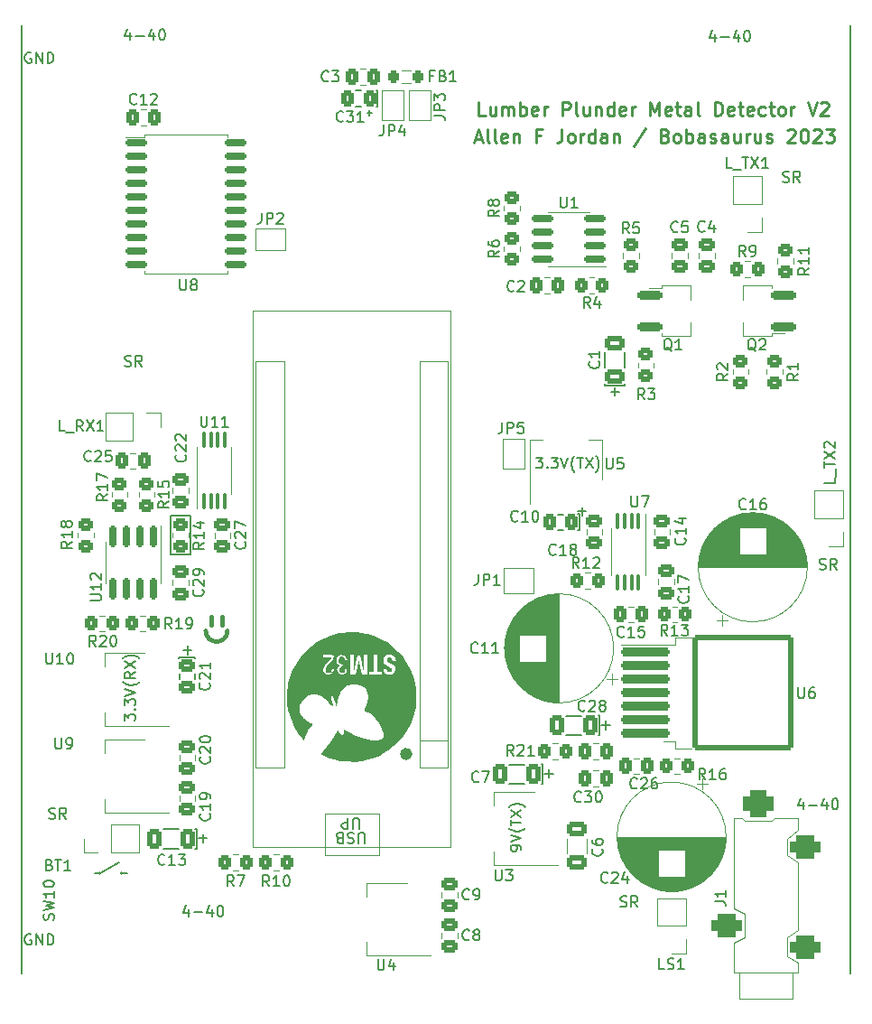
<source format=gto>
G04 #@! TF.GenerationSoftware,KiCad,Pcbnew,7.0.8*
G04 #@! TF.CreationDate,2023-10-08T14:36:17-06:00*
G04 #@! TF.ProjectId,metal detector test,6d657461-6c20-4646-9574-6563746f7220,V2*
G04 #@! TF.SameCoordinates,Original*
G04 #@! TF.FileFunction,Legend,Top*
G04 #@! TF.FilePolarity,Positive*
%FSLAX46Y46*%
G04 Gerber Fmt 4.6, Leading zero omitted, Abs format (unit mm)*
G04 Created by KiCad (PCBNEW 7.0.8) date 2023-10-08 14:36:17*
%MOMM*%
%LPD*%
G01*
G04 APERTURE LIST*
G04 Aperture macros list*
%AMRoundRect*
0 Rectangle with rounded corners*
0 $1 Rounding radius*
0 $2 $3 $4 $5 $6 $7 $8 $9 X,Y pos of 4 corners*
0 Add a 4 corners polygon primitive as box body*
4,1,4,$2,$3,$4,$5,$6,$7,$8,$9,$2,$3,0*
0 Add four circle primitives for the rounded corners*
1,1,$1+$1,$2,$3*
1,1,$1+$1,$4,$5*
1,1,$1+$1,$6,$7*
1,1,$1+$1,$8,$9*
0 Add four rect primitives between the rounded corners*
20,1,$1+$1,$2,$3,$4,$5,0*
20,1,$1+$1,$4,$5,$6,$7,0*
20,1,$1+$1,$6,$7,$8,$9,0*
20,1,$1+$1,$8,$9,$2,$3,0*%
%AMFreePoly0*
4,1,9,5.362500,-0.866500,1.237500,-0.866500,1.237500,-0.450000,-1.237500,-0.450000,-1.237500,0.450000,1.237500,0.450000,1.237500,0.866500,5.362500,0.866500,5.362500,-0.866500,5.362500,-0.866500,$1*%
G04 Aperture macros list end*
%ADD10C,0.154940*%
%ADD11C,0.381000*%
%ADD12C,0.150000*%
%ADD13C,0.254000*%
%ADD14C,0.127000*%
%ADD15C,0.120000*%
%ADD16C,0.177000*%
%ADD17C,0.100000*%
%ADD18C,0.568000*%
%ADD19RoundRect,0.250000X0.337500X0.475000X-0.337500X0.475000X-0.337500X-0.475000X0.337500X-0.475000X0*%
%ADD20O,1.600000X1.600000*%
%ADD21RoundRect,0.250000X0.350000X0.450000X-0.350000X0.450000X-0.350000X-0.450000X0.350000X-0.450000X0*%
%ADD22C,3.000000*%
%ADD23RoundRect,0.250000X-0.350000X-0.450000X0.350000X-0.450000X0.350000X0.450000X-0.350000X0.450000X0*%
%ADD24RoundRect,0.250000X0.475000X-0.337500X0.475000X0.337500X-0.475000X0.337500X-0.475000X-0.337500X0*%
%ADD25C,3.263900*%
%ADD26C,1.800000*%
%ADD27C,1.700000*%
%ADD28RoundRect,0.550000X0.850000X-0.550000X0.850000X0.550000X-0.850000X0.550000X-0.850000X-0.550000X0*%
%ADD29RoundRect,0.650000X0.750000X-0.650000X0.750000X0.650000X-0.750000X0.650000X-0.750000X-0.650000X0*%
%ADD30RoundRect,0.250000X0.450000X-0.350000X0.450000X0.350000X-0.450000X0.350000X-0.450000X-0.350000X0*%
%ADD31R,2.000000X1.500000*%
%ADD32R,2.000000X3.800000*%
%ADD33R,2.000000X2.000000*%
%ADD34C,2.000000*%
%ADD35RoundRect,0.250000X-0.337500X-0.475000X0.337500X-0.475000X0.337500X0.475000X-0.337500X0.475000X0*%
%ADD36R,1.700000X1.700000*%
%ADD37O,1.700000X1.700000*%
%ADD38RoundRect,0.250000X0.412500X0.650000X-0.412500X0.650000X-0.412500X-0.650000X0.412500X-0.650000X0*%
%ADD39R,1.500000X1.000000*%
%ADD40RoundRect,0.150000X-0.150000X0.825000X-0.150000X-0.825000X0.150000X-0.825000X0.150000X0.825000X0*%
%ADD41R,1.000000X2.032000*%
%ADD42RoundRect,0.250000X0.650000X-0.412500X0.650000X0.412500X-0.650000X0.412500X-0.650000X-0.412500X0*%
%ADD43RoundRect,0.250000X-0.475000X0.337500X-0.475000X-0.337500X0.475000X-0.337500X0.475000X0.337500X0*%
%ADD44RoundRect,0.200000X-2.100000X-0.200000X2.100000X-0.200000X2.100000X0.200000X-2.100000X0.200000X0*%
%ADD45RoundRect,0.250002X-4.449998X-5.149998X4.449998X-5.149998X4.449998X5.149998X-4.449998X5.149998X0*%
%ADD46RoundRect,0.100000X0.100000X-0.637500X0.100000X0.637500X-0.100000X0.637500X-0.100000X-0.637500X0*%
%ADD47RoundRect,0.225000X-0.925000X-0.225000X0.925000X-0.225000X0.925000X0.225000X-0.925000X0.225000X0*%
%ADD48FreePoly0,0.000000*%
%ADD49C,1.500000*%
%ADD50R,1.500000X2.000000*%
%ADD51R,3.800000X2.000000*%
%ADD52R,1.000000X1.500000*%
%ADD53RoundRect,0.250000X0.275000X0.350000X-0.275000X0.350000X-0.275000X-0.350000X0.275000X-0.350000X0*%
%ADD54R,1.600000X1.600000*%
%ADD55RoundRect,0.100000X-0.100000X0.637500X-0.100000X-0.637500X0.100000X-0.637500X0.100000X0.637500X0*%
%ADD56RoundRect,0.150000X-0.875000X-0.150000X0.875000X-0.150000X0.875000X0.150000X-0.875000X0.150000X0*%
%ADD57RoundRect,0.250000X-0.450000X0.350000X-0.450000X-0.350000X0.450000X-0.350000X0.450000X0.350000X0*%
%ADD58RoundRect,0.150000X0.825000X0.150000X-0.825000X0.150000X-0.825000X-0.150000X0.825000X-0.150000X0*%
%ADD59RoundRect,0.225000X0.925000X0.225000X-0.925000X0.225000X-0.925000X-0.225000X0.925000X-0.225000X0*%
%ADD60FreePoly0,180.000000*%
%ADD61C,2.540000*%
G04 APERTURE END LIST*
D10*
X16510000Y-45974000D02*
X18415000Y-45974000D01*
X18415000Y-49657000D01*
X16510000Y-49657000D01*
X16510000Y-45974000D01*
X12717267Y-714270D02*
X12717267Y-1391603D01*
X12475362Y-327223D02*
X12233457Y-1052937D01*
X12233457Y-1052937D02*
X12862410Y-1052937D01*
X13249457Y-1004556D02*
X14023553Y-1004556D01*
X14942791Y-714270D02*
X14942791Y-1391603D01*
X14700886Y-327223D02*
X14458981Y-1052937D01*
X14458981Y-1052937D02*
X15087934Y-1052937D01*
X15668505Y-375603D02*
X15765267Y-375603D01*
X15765267Y-375603D02*
X15862029Y-423984D01*
X15862029Y-423984D02*
X15910410Y-472365D01*
X15910410Y-472365D02*
X15958791Y-569127D01*
X15958791Y-569127D02*
X16007172Y-762651D01*
X16007172Y-762651D02*
X16007172Y-1004556D01*
X16007172Y-1004556D02*
X15958791Y-1198080D01*
X15958791Y-1198080D02*
X15910410Y-1294842D01*
X15910410Y-1294842D02*
X15862029Y-1343223D01*
X15862029Y-1343223D02*
X15765267Y-1391603D01*
X15765267Y-1391603D02*
X15668505Y-1391603D01*
X15668505Y-1391603D02*
X15571743Y-1343223D01*
X15571743Y-1343223D02*
X15523362Y-1294842D01*
X15523362Y-1294842D02*
X15474981Y-1198080D01*
X15474981Y-1198080D02*
X15426600Y-1004556D01*
X15426600Y-1004556D02*
X15426600Y-762651D01*
X15426600Y-762651D02*
X15474981Y-569127D01*
X15474981Y-569127D02*
X15523362Y-472365D01*
X15523362Y-472365D02*
X15571743Y-423984D01*
X15571743Y-423984D02*
X15668505Y-375603D01*
X67581267Y-841270D02*
X67581267Y-1518603D01*
X67339362Y-454223D02*
X67097457Y-1179937D01*
X67097457Y-1179937D02*
X67726410Y-1179937D01*
X68113457Y-1131556D02*
X68887553Y-1131556D01*
X69806791Y-841270D02*
X69806791Y-1518603D01*
X69564886Y-454223D02*
X69322981Y-1179937D01*
X69322981Y-1179937D02*
X69951934Y-1179937D01*
X70532505Y-502603D02*
X70629267Y-502603D01*
X70629267Y-502603D02*
X70726029Y-550984D01*
X70726029Y-550984D02*
X70774410Y-599365D01*
X70774410Y-599365D02*
X70822791Y-696127D01*
X70822791Y-696127D02*
X70871172Y-889651D01*
X70871172Y-889651D02*
X70871172Y-1131556D01*
X70871172Y-1131556D02*
X70822791Y-1325080D01*
X70822791Y-1325080D02*
X70774410Y-1421842D01*
X70774410Y-1421842D02*
X70726029Y-1470223D01*
X70726029Y-1470223D02*
X70629267Y-1518603D01*
X70629267Y-1518603D02*
X70532505Y-1518603D01*
X70532505Y-1518603D02*
X70435743Y-1470223D01*
X70435743Y-1470223D02*
X70387362Y-1421842D01*
X70387362Y-1421842D02*
X70338981Y-1325080D01*
X70338981Y-1325080D02*
X70290600Y-1131556D01*
X70290600Y-1131556D02*
X70290600Y-889651D01*
X70290600Y-889651D02*
X70338981Y-696127D01*
X70338981Y-696127D02*
X70387362Y-599365D01*
X70387362Y-599365D02*
X70435743Y-550984D01*
X70435743Y-550984D02*
X70532505Y-502603D01*
X75836267Y-72850270D02*
X75836267Y-73527603D01*
X75594362Y-72463223D02*
X75352457Y-73188937D01*
X75352457Y-73188937D02*
X75981410Y-73188937D01*
X76368457Y-73140556D02*
X77142553Y-73140556D01*
X78061791Y-72850270D02*
X78061791Y-73527603D01*
X77819886Y-72463223D02*
X77577981Y-73188937D01*
X77577981Y-73188937D02*
X78206934Y-73188937D01*
X78787505Y-72511603D02*
X78884267Y-72511603D01*
X78884267Y-72511603D02*
X78981029Y-72559984D01*
X78981029Y-72559984D02*
X79029410Y-72608365D01*
X79029410Y-72608365D02*
X79077791Y-72705127D01*
X79077791Y-72705127D02*
X79126172Y-72898651D01*
X79126172Y-72898651D02*
X79126172Y-73140556D01*
X79126172Y-73140556D02*
X79077791Y-73334080D01*
X79077791Y-73334080D02*
X79029410Y-73430842D01*
X79029410Y-73430842D02*
X78981029Y-73479223D01*
X78981029Y-73479223D02*
X78884267Y-73527603D01*
X78884267Y-73527603D02*
X78787505Y-73527603D01*
X78787505Y-73527603D02*
X78690743Y-73479223D01*
X78690743Y-73479223D02*
X78642362Y-73430842D01*
X78642362Y-73430842D02*
X78593981Y-73334080D01*
X78593981Y-73334080D02*
X78545600Y-73140556D01*
X78545600Y-73140556D02*
X78545600Y-72898651D01*
X78545600Y-72898651D02*
X78593981Y-72705127D01*
X78593981Y-72705127D02*
X78642362Y-72608365D01*
X78642362Y-72608365D02*
X78690743Y-72559984D01*
X78690743Y-72559984D02*
X78787505Y-72511603D01*
X18178267Y-82883270D02*
X18178267Y-83560603D01*
X17936362Y-82496223D02*
X17694457Y-83221937D01*
X17694457Y-83221937D02*
X18323410Y-83221937D01*
X18710457Y-83173556D02*
X19484553Y-83173556D01*
X20403791Y-82883270D02*
X20403791Y-83560603D01*
X20161886Y-82496223D02*
X19919981Y-83221937D01*
X19919981Y-83221937D02*
X20548934Y-83221937D01*
X21129505Y-82544603D02*
X21226267Y-82544603D01*
X21226267Y-82544603D02*
X21323029Y-82592984D01*
X21323029Y-82592984D02*
X21371410Y-82641365D01*
X21371410Y-82641365D02*
X21419791Y-82738127D01*
X21419791Y-82738127D02*
X21468172Y-82931651D01*
X21468172Y-82931651D02*
X21468172Y-83173556D01*
X21468172Y-83173556D02*
X21419791Y-83367080D01*
X21419791Y-83367080D02*
X21371410Y-83463842D01*
X21371410Y-83463842D02*
X21323029Y-83512223D01*
X21323029Y-83512223D02*
X21226267Y-83560603D01*
X21226267Y-83560603D02*
X21129505Y-83560603D01*
X21129505Y-83560603D02*
X21032743Y-83512223D01*
X21032743Y-83512223D02*
X20984362Y-83463842D01*
X20984362Y-83463842D02*
X20935981Y-83367080D01*
X20935981Y-83367080D02*
X20887600Y-83173556D01*
X20887600Y-83173556D02*
X20887600Y-82931651D01*
X20887600Y-82931651D02*
X20935981Y-82738127D01*
X20935981Y-82738127D02*
X20984362Y-82641365D01*
X20984362Y-82641365D02*
X21032743Y-82592984D01*
X21032743Y-82592984D02*
X21129505Y-82544603D01*
X12233457Y-31950223D02*
X12378600Y-31998603D01*
X12378600Y-31998603D02*
X12620505Y-31998603D01*
X12620505Y-31998603D02*
X12717267Y-31950223D01*
X12717267Y-31950223D02*
X12765648Y-31901842D01*
X12765648Y-31901842D02*
X12814029Y-31805080D01*
X12814029Y-31805080D02*
X12814029Y-31708318D01*
X12814029Y-31708318D02*
X12765648Y-31611556D01*
X12765648Y-31611556D02*
X12717267Y-31563175D01*
X12717267Y-31563175D02*
X12620505Y-31514794D01*
X12620505Y-31514794D02*
X12426981Y-31466413D01*
X12426981Y-31466413D02*
X12330219Y-31418032D01*
X12330219Y-31418032D02*
X12281838Y-31369651D01*
X12281838Y-31369651D02*
X12233457Y-31272889D01*
X12233457Y-31272889D02*
X12233457Y-31176127D01*
X12233457Y-31176127D02*
X12281838Y-31079365D01*
X12281838Y-31079365D02*
X12330219Y-31030984D01*
X12330219Y-31030984D02*
X12426981Y-30982603D01*
X12426981Y-30982603D02*
X12668886Y-30982603D01*
X12668886Y-30982603D02*
X12814029Y-31030984D01*
X13830029Y-31998603D02*
X13491362Y-31514794D01*
X13249457Y-31998603D02*
X13249457Y-30982603D01*
X13249457Y-30982603D02*
X13636505Y-30982603D01*
X13636505Y-30982603D02*
X13733267Y-31030984D01*
X13733267Y-31030984D02*
X13781648Y-31079365D01*
X13781648Y-31079365D02*
X13830029Y-31176127D01*
X13830029Y-31176127D02*
X13830029Y-31321270D01*
X13830029Y-31321270D02*
X13781648Y-31418032D01*
X13781648Y-31418032D02*
X13733267Y-31466413D01*
X13733267Y-31466413D02*
X13636505Y-31514794D01*
X13636505Y-31514794D02*
X13249457Y-31514794D01*
X73955457Y-14678223D02*
X74100600Y-14726603D01*
X74100600Y-14726603D02*
X74342505Y-14726603D01*
X74342505Y-14726603D02*
X74439267Y-14678223D01*
X74439267Y-14678223D02*
X74487648Y-14629842D01*
X74487648Y-14629842D02*
X74536029Y-14533080D01*
X74536029Y-14533080D02*
X74536029Y-14436318D01*
X74536029Y-14436318D02*
X74487648Y-14339556D01*
X74487648Y-14339556D02*
X74439267Y-14291175D01*
X74439267Y-14291175D02*
X74342505Y-14242794D01*
X74342505Y-14242794D02*
X74148981Y-14194413D01*
X74148981Y-14194413D02*
X74052219Y-14146032D01*
X74052219Y-14146032D02*
X74003838Y-14097651D01*
X74003838Y-14097651D02*
X73955457Y-14000889D01*
X73955457Y-14000889D02*
X73955457Y-13904127D01*
X73955457Y-13904127D02*
X74003838Y-13807365D01*
X74003838Y-13807365D02*
X74052219Y-13758984D01*
X74052219Y-13758984D02*
X74148981Y-13710603D01*
X74148981Y-13710603D02*
X74390886Y-13710603D01*
X74390886Y-13710603D02*
X74536029Y-13758984D01*
X75552029Y-14726603D02*
X75213362Y-14242794D01*
X74971457Y-14726603D02*
X74971457Y-13710603D01*
X74971457Y-13710603D02*
X75358505Y-13710603D01*
X75358505Y-13710603D02*
X75455267Y-13758984D01*
X75455267Y-13758984D02*
X75503648Y-13807365D01*
X75503648Y-13807365D02*
X75552029Y-13904127D01*
X75552029Y-13904127D02*
X75552029Y-14049270D01*
X75552029Y-14049270D02*
X75503648Y-14146032D01*
X75503648Y-14146032D02*
X75455267Y-14194413D01*
X75455267Y-14194413D02*
X75358505Y-14242794D01*
X75358505Y-14242794D02*
X74971457Y-14242794D01*
X77384457Y-51000223D02*
X77529600Y-51048603D01*
X77529600Y-51048603D02*
X77771505Y-51048603D01*
X77771505Y-51048603D02*
X77868267Y-51000223D01*
X77868267Y-51000223D02*
X77916648Y-50951842D01*
X77916648Y-50951842D02*
X77965029Y-50855080D01*
X77965029Y-50855080D02*
X77965029Y-50758318D01*
X77965029Y-50758318D02*
X77916648Y-50661556D01*
X77916648Y-50661556D02*
X77868267Y-50613175D01*
X77868267Y-50613175D02*
X77771505Y-50564794D01*
X77771505Y-50564794D02*
X77577981Y-50516413D01*
X77577981Y-50516413D02*
X77481219Y-50468032D01*
X77481219Y-50468032D02*
X77432838Y-50419651D01*
X77432838Y-50419651D02*
X77384457Y-50322889D01*
X77384457Y-50322889D02*
X77384457Y-50226127D01*
X77384457Y-50226127D02*
X77432838Y-50129365D01*
X77432838Y-50129365D02*
X77481219Y-50080984D01*
X77481219Y-50080984D02*
X77577981Y-50032603D01*
X77577981Y-50032603D02*
X77819886Y-50032603D01*
X77819886Y-50032603D02*
X77965029Y-50080984D01*
X78981029Y-51048603D02*
X78642362Y-50564794D01*
X78400457Y-51048603D02*
X78400457Y-50032603D01*
X78400457Y-50032603D02*
X78787505Y-50032603D01*
X78787505Y-50032603D02*
X78884267Y-50080984D01*
X78884267Y-50080984D02*
X78932648Y-50129365D01*
X78932648Y-50129365D02*
X78981029Y-50226127D01*
X78981029Y-50226127D02*
X78981029Y-50371270D01*
X78981029Y-50371270D02*
X78932648Y-50468032D01*
X78932648Y-50468032D02*
X78884267Y-50516413D01*
X78884267Y-50516413D02*
X78787505Y-50564794D01*
X78787505Y-50564794D02*
X78400457Y-50564794D01*
X58715457Y-82623223D02*
X58860600Y-82671603D01*
X58860600Y-82671603D02*
X59102505Y-82671603D01*
X59102505Y-82671603D02*
X59199267Y-82623223D01*
X59199267Y-82623223D02*
X59247648Y-82574842D01*
X59247648Y-82574842D02*
X59296029Y-82478080D01*
X59296029Y-82478080D02*
X59296029Y-82381318D01*
X59296029Y-82381318D02*
X59247648Y-82284556D01*
X59247648Y-82284556D02*
X59199267Y-82236175D01*
X59199267Y-82236175D02*
X59102505Y-82187794D01*
X59102505Y-82187794D02*
X58908981Y-82139413D01*
X58908981Y-82139413D02*
X58812219Y-82091032D01*
X58812219Y-82091032D02*
X58763838Y-82042651D01*
X58763838Y-82042651D02*
X58715457Y-81945889D01*
X58715457Y-81945889D02*
X58715457Y-81849127D01*
X58715457Y-81849127D02*
X58763838Y-81752365D01*
X58763838Y-81752365D02*
X58812219Y-81703984D01*
X58812219Y-81703984D02*
X58908981Y-81655603D01*
X58908981Y-81655603D02*
X59150886Y-81655603D01*
X59150886Y-81655603D02*
X59296029Y-81703984D01*
X60312029Y-82671603D02*
X59973362Y-82187794D01*
X59731457Y-82671603D02*
X59731457Y-81655603D01*
X59731457Y-81655603D02*
X60118505Y-81655603D01*
X60118505Y-81655603D02*
X60215267Y-81703984D01*
X60215267Y-81703984D02*
X60263648Y-81752365D01*
X60263648Y-81752365D02*
X60312029Y-81849127D01*
X60312029Y-81849127D02*
X60312029Y-81994270D01*
X60312029Y-81994270D02*
X60263648Y-82091032D01*
X60263648Y-82091032D02*
X60215267Y-82139413D01*
X60215267Y-82139413D02*
X60118505Y-82187794D01*
X60118505Y-82187794D02*
X59731457Y-82187794D01*
X5121457Y-74368223D02*
X5266600Y-74416603D01*
X5266600Y-74416603D02*
X5508505Y-74416603D01*
X5508505Y-74416603D02*
X5605267Y-74368223D01*
X5605267Y-74368223D02*
X5653648Y-74319842D01*
X5653648Y-74319842D02*
X5702029Y-74223080D01*
X5702029Y-74223080D02*
X5702029Y-74126318D01*
X5702029Y-74126318D02*
X5653648Y-74029556D01*
X5653648Y-74029556D02*
X5605267Y-73981175D01*
X5605267Y-73981175D02*
X5508505Y-73932794D01*
X5508505Y-73932794D02*
X5314981Y-73884413D01*
X5314981Y-73884413D02*
X5218219Y-73836032D01*
X5218219Y-73836032D02*
X5169838Y-73787651D01*
X5169838Y-73787651D02*
X5121457Y-73690889D01*
X5121457Y-73690889D02*
X5121457Y-73594127D01*
X5121457Y-73594127D02*
X5169838Y-73497365D01*
X5169838Y-73497365D02*
X5218219Y-73448984D01*
X5218219Y-73448984D02*
X5314981Y-73400603D01*
X5314981Y-73400603D02*
X5556886Y-73400603D01*
X5556886Y-73400603D02*
X5702029Y-73448984D01*
X6718029Y-74416603D02*
X6379362Y-73932794D01*
X6137457Y-74416603D02*
X6137457Y-73400603D01*
X6137457Y-73400603D02*
X6524505Y-73400603D01*
X6524505Y-73400603D02*
X6621267Y-73448984D01*
X6621267Y-73448984D02*
X6669648Y-73497365D01*
X6669648Y-73497365D02*
X6718029Y-73594127D01*
X6718029Y-73594127D02*
X6718029Y-73739270D01*
X6718029Y-73739270D02*
X6669648Y-73836032D01*
X6669648Y-73836032D02*
X6621267Y-73884413D01*
X6621267Y-73884413D02*
X6524505Y-73932794D01*
X6524505Y-73932794D02*
X6137457Y-73932794D01*
X3416029Y-2582984D02*
X3319267Y-2534603D01*
X3319267Y-2534603D02*
X3174124Y-2534603D01*
X3174124Y-2534603D02*
X3028981Y-2582984D01*
X3028981Y-2582984D02*
X2932219Y-2679746D01*
X2932219Y-2679746D02*
X2883838Y-2776508D01*
X2883838Y-2776508D02*
X2835457Y-2970032D01*
X2835457Y-2970032D02*
X2835457Y-3115175D01*
X2835457Y-3115175D02*
X2883838Y-3308699D01*
X2883838Y-3308699D02*
X2932219Y-3405461D01*
X2932219Y-3405461D02*
X3028981Y-3502223D01*
X3028981Y-3502223D02*
X3174124Y-3550603D01*
X3174124Y-3550603D02*
X3270886Y-3550603D01*
X3270886Y-3550603D02*
X3416029Y-3502223D01*
X3416029Y-3502223D02*
X3464410Y-3453842D01*
X3464410Y-3453842D02*
X3464410Y-3115175D01*
X3464410Y-3115175D02*
X3270886Y-3115175D01*
X3899838Y-3550603D02*
X3899838Y-2534603D01*
X3899838Y-2534603D02*
X4480410Y-3550603D01*
X4480410Y-3550603D02*
X4480410Y-2534603D01*
X4964219Y-3550603D02*
X4964219Y-2534603D01*
X4964219Y-2534603D02*
X5206124Y-2534603D01*
X5206124Y-2534603D02*
X5351267Y-2582984D01*
X5351267Y-2582984D02*
X5448029Y-2679746D01*
X5448029Y-2679746D02*
X5496410Y-2776508D01*
X5496410Y-2776508D02*
X5544791Y-2970032D01*
X5544791Y-2970032D02*
X5544791Y-3115175D01*
X5544791Y-3115175D02*
X5496410Y-3308699D01*
X5496410Y-3308699D02*
X5448029Y-3405461D01*
X5448029Y-3405461D02*
X5351267Y-3502223D01*
X5351267Y-3502223D02*
X5206124Y-3550603D01*
X5206124Y-3550603D02*
X4964219Y-3550603D01*
X3416029Y-85259984D02*
X3319267Y-85211603D01*
X3319267Y-85211603D02*
X3174124Y-85211603D01*
X3174124Y-85211603D02*
X3028981Y-85259984D01*
X3028981Y-85259984D02*
X2932219Y-85356746D01*
X2932219Y-85356746D02*
X2883838Y-85453508D01*
X2883838Y-85453508D02*
X2835457Y-85647032D01*
X2835457Y-85647032D02*
X2835457Y-85792175D01*
X2835457Y-85792175D02*
X2883838Y-85985699D01*
X2883838Y-85985699D02*
X2932219Y-86082461D01*
X2932219Y-86082461D02*
X3028981Y-86179223D01*
X3028981Y-86179223D02*
X3174124Y-86227603D01*
X3174124Y-86227603D02*
X3270886Y-86227603D01*
X3270886Y-86227603D02*
X3416029Y-86179223D01*
X3416029Y-86179223D02*
X3464410Y-86130842D01*
X3464410Y-86130842D02*
X3464410Y-85792175D01*
X3464410Y-85792175D02*
X3270886Y-85792175D01*
X3899838Y-86227603D02*
X3899838Y-85211603D01*
X3899838Y-85211603D02*
X4480410Y-86227603D01*
X4480410Y-86227603D02*
X4480410Y-85211603D01*
X4964219Y-86227603D02*
X4964219Y-85211603D01*
X4964219Y-85211603D02*
X5206124Y-85211603D01*
X5206124Y-85211603D02*
X5351267Y-85259984D01*
X5351267Y-85259984D02*
X5448029Y-85356746D01*
X5448029Y-85356746D02*
X5496410Y-85453508D01*
X5496410Y-85453508D02*
X5544791Y-85647032D01*
X5544791Y-85647032D02*
X5544791Y-85792175D01*
X5544791Y-85792175D02*
X5496410Y-85985699D01*
X5496410Y-85985699D02*
X5448029Y-86082461D01*
X5448029Y-86082461D02*
X5351267Y-86179223D01*
X5351267Y-86179223D02*
X5206124Y-86227603D01*
X5206124Y-86227603D02*
X4964219Y-86227603D01*
D11*
X21336000Y-55499000D02*
X21336000Y-56261000D01*
D12*
X2540000Y0D02*
X2540000Y-88900000D01*
D11*
X20320000Y-55499000D02*
X20320000Y-56261000D01*
X19812000Y-56769000D02*
G75*
G03*
X21844000Y-56769000I1016000J0D01*
G01*
D12*
X80264000Y0D02*
X80264000Y-88900000D01*
X12197819Y-65212958D02*
X12197819Y-64593911D01*
X12197819Y-64593911D02*
X12578771Y-64927244D01*
X12578771Y-64927244D02*
X12578771Y-64784387D01*
X12578771Y-64784387D02*
X12626390Y-64689149D01*
X12626390Y-64689149D02*
X12674009Y-64641530D01*
X12674009Y-64641530D02*
X12769247Y-64593911D01*
X12769247Y-64593911D02*
X13007342Y-64593911D01*
X13007342Y-64593911D02*
X13102580Y-64641530D01*
X13102580Y-64641530D02*
X13150200Y-64689149D01*
X13150200Y-64689149D02*
X13197819Y-64784387D01*
X13197819Y-64784387D02*
X13197819Y-65070101D01*
X13197819Y-65070101D02*
X13150200Y-65165339D01*
X13150200Y-65165339D02*
X13102580Y-65212958D01*
X13102580Y-64165339D02*
X13150200Y-64117720D01*
X13150200Y-64117720D02*
X13197819Y-64165339D01*
X13197819Y-64165339D02*
X13150200Y-64212958D01*
X13150200Y-64212958D02*
X13102580Y-64165339D01*
X13102580Y-64165339D02*
X13197819Y-64165339D01*
X12197819Y-63784387D02*
X12197819Y-63165340D01*
X12197819Y-63165340D02*
X12578771Y-63498673D01*
X12578771Y-63498673D02*
X12578771Y-63355816D01*
X12578771Y-63355816D02*
X12626390Y-63260578D01*
X12626390Y-63260578D02*
X12674009Y-63212959D01*
X12674009Y-63212959D02*
X12769247Y-63165340D01*
X12769247Y-63165340D02*
X13007342Y-63165340D01*
X13007342Y-63165340D02*
X13102580Y-63212959D01*
X13102580Y-63212959D02*
X13150200Y-63260578D01*
X13150200Y-63260578D02*
X13197819Y-63355816D01*
X13197819Y-63355816D02*
X13197819Y-63641530D01*
X13197819Y-63641530D02*
X13150200Y-63736768D01*
X13150200Y-63736768D02*
X13102580Y-63784387D01*
X12197819Y-62879625D02*
X13197819Y-62546292D01*
X13197819Y-62546292D02*
X12197819Y-62212959D01*
X13578771Y-61593911D02*
X13531152Y-61641530D01*
X13531152Y-61641530D02*
X13388295Y-61736768D01*
X13388295Y-61736768D02*
X13293057Y-61784387D01*
X13293057Y-61784387D02*
X13150200Y-61832006D01*
X13150200Y-61832006D02*
X12912104Y-61879625D01*
X12912104Y-61879625D02*
X12721628Y-61879625D01*
X12721628Y-61879625D02*
X12483533Y-61832006D01*
X12483533Y-61832006D02*
X12340676Y-61784387D01*
X12340676Y-61784387D02*
X12245438Y-61736768D01*
X12245438Y-61736768D02*
X12102580Y-61641530D01*
X12102580Y-61641530D02*
X12054961Y-61593911D01*
X13197819Y-60641530D02*
X12721628Y-60974863D01*
X13197819Y-61212958D02*
X12197819Y-61212958D01*
X12197819Y-61212958D02*
X12197819Y-60832006D01*
X12197819Y-60832006D02*
X12245438Y-60736768D01*
X12245438Y-60736768D02*
X12293057Y-60689149D01*
X12293057Y-60689149D02*
X12388295Y-60641530D01*
X12388295Y-60641530D02*
X12531152Y-60641530D01*
X12531152Y-60641530D02*
X12626390Y-60689149D01*
X12626390Y-60689149D02*
X12674009Y-60736768D01*
X12674009Y-60736768D02*
X12721628Y-60832006D01*
X12721628Y-60832006D02*
X12721628Y-61212958D01*
X12197819Y-60308196D02*
X13197819Y-59641530D01*
X12197819Y-59641530D02*
X13197819Y-60308196D01*
X13578771Y-59355815D02*
X13531152Y-59308196D01*
X13531152Y-59308196D02*
X13388295Y-59212958D01*
X13388295Y-59212958D02*
X13293057Y-59165339D01*
X13293057Y-59165339D02*
X13150200Y-59117720D01*
X13150200Y-59117720D02*
X12912104Y-59070101D01*
X12912104Y-59070101D02*
X12721628Y-59070101D01*
X12721628Y-59070101D02*
X12483533Y-59117720D01*
X12483533Y-59117720D02*
X12340676Y-59165339D01*
X12340676Y-59165339D02*
X12245438Y-59212958D01*
X12245438Y-59212958D02*
X12102580Y-59308196D01*
X12102580Y-59308196D02*
X12054961Y-59355815D01*
D13*
X45113009Y-10644511D02*
X45717771Y-10644511D01*
X44992057Y-11007368D02*
X45415390Y-9737368D01*
X45415390Y-9737368D02*
X45838724Y-11007368D01*
X46443485Y-11007368D02*
X46322533Y-10946892D01*
X46322533Y-10946892D02*
X46262056Y-10825939D01*
X46262056Y-10825939D02*
X46262056Y-9737368D01*
X47108723Y-11007368D02*
X46987771Y-10946892D01*
X46987771Y-10946892D02*
X46927294Y-10825939D01*
X46927294Y-10825939D02*
X46927294Y-9737368D01*
X48076342Y-10946892D02*
X47955390Y-11007368D01*
X47955390Y-11007368D02*
X47713485Y-11007368D01*
X47713485Y-11007368D02*
X47592532Y-10946892D01*
X47592532Y-10946892D02*
X47532056Y-10825939D01*
X47532056Y-10825939D02*
X47532056Y-10342130D01*
X47532056Y-10342130D02*
X47592532Y-10221177D01*
X47592532Y-10221177D02*
X47713485Y-10160701D01*
X47713485Y-10160701D02*
X47955390Y-10160701D01*
X47955390Y-10160701D02*
X48076342Y-10221177D01*
X48076342Y-10221177D02*
X48136818Y-10342130D01*
X48136818Y-10342130D02*
X48136818Y-10463082D01*
X48136818Y-10463082D02*
X47532056Y-10584034D01*
X48681103Y-10160701D02*
X48681103Y-11007368D01*
X48681103Y-10281653D02*
X48741580Y-10221177D01*
X48741580Y-10221177D02*
X48862532Y-10160701D01*
X48862532Y-10160701D02*
X49043961Y-10160701D01*
X49043961Y-10160701D02*
X49164913Y-10221177D01*
X49164913Y-10221177D02*
X49225389Y-10342130D01*
X49225389Y-10342130D02*
X49225389Y-11007368D01*
X51221104Y-10342130D02*
X50797770Y-10342130D01*
X50797770Y-11007368D02*
X50797770Y-9737368D01*
X50797770Y-9737368D02*
X51402532Y-9737368D01*
X53216818Y-9737368D02*
X53216818Y-10644511D01*
X53216818Y-10644511D02*
X53156341Y-10825939D01*
X53156341Y-10825939D02*
X53035389Y-10946892D01*
X53035389Y-10946892D02*
X52853960Y-11007368D01*
X52853960Y-11007368D02*
X52733008Y-11007368D01*
X54003008Y-11007368D02*
X53882056Y-10946892D01*
X53882056Y-10946892D02*
X53821579Y-10886415D01*
X53821579Y-10886415D02*
X53761103Y-10765463D01*
X53761103Y-10765463D02*
X53761103Y-10402606D01*
X53761103Y-10402606D02*
X53821579Y-10281653D01*
X53821579Y-10281653D02*
X53882056Y-10221177D01*
X53882056Y-10221177D02*
X54003008Y-10160701D01*
X54003008Y-10160701D02*
X54184437Y-10160701D01*
X54184437Y-10160701D02*
X54305389Y-10221177D01*
X54305389Y-10221177D02*
X54365865Y-10281653D01*
X54365865Y-10281653D02*
X54426341Y-10402606D01*
X54426341Y-10402606D02*
X54426341Y-10765463D01*
X54426341Y-10765463D02*
X54365865Y-10886415D01*
X54365865Y-10886415D02*
X54305389Y-10946892D01*
X54305389Y-10946892D02*
X54184437Y-11007368D01*
X54184437Y-11007368D02*
X54003008Y-11007368D01*
X54970627Y-11007368D02*
X54970627Y-10160701D01*
X54970627Y-10402606D02*
X55031104Y-10281653D01*
X55031104Y-10281653D02*
X55091580Y-10221177D01*
X55091580Y-10221177D02*
X55212532Y-10160701D01*
X55212532Y-10160701D02*
X55333485Y-10160701D01*
X56301103Y-11007368D02*
X56301103Y-9737368D01*
X56301103Y-10946892D02*
X56180151Y-11007368D01*
X56180151Y-11007368D02*
X55938246Y-11007368D01*
X55938246Y-11007368D02*
X55817294Y-10946892D01*
X55817294Y-10946892D02*
X55756817Y-10886415D01*
X55756817Y-10886415D02*
X55696341Y-10765463D01*
X55696341Y-10765463D02*
X55696341Y-10402606D01*
X55696341Y-10402606D02*
X55756817Y-10281653D01*
X55756817Y-10281653D02*
X55817294Y-10221177D01*
X55817294Y-10221177D02*
X55938246Y-10160701D01*
X55938246Y-10160701D02*
X56180151Y-10160701D01*
X56180151Y-10160701D02*
X56301103Y-10221177D01*
X57450151Y-11007368D02*
X57450151Y-10342130D01*
X57450151Y-10342130D02*
X57389675Y-10221177D01*
X57389675Y-10221177D02*
X57268723Y-10160701D01*
X57268723Y-10160701D02*
X57026818Y-10160701D01*
X57026818Y-10160701D02*
X56905865Y-10221177D01*
X57450151Y-10946892D02*
X57329199Y-11007368D01*
X57329199Y-11007368D02*
X57026818Y-11007368D01*
X57026818Y-11007368D02*
X56905865Y-10946892D01*
X56905865Y-10946892D02*
X56845389Y-10825939D01*
X56845389Y-10825939D02*
X56845389Y-10704987D01*
X56845389Y-10704987D02*
X56905865Y-10584034D01*
X56905865Y-10584034D02*
X57026818Y-10523558D01*
X57026818Y-10523558D02*
X57329199Y-10523558D01*
X57329199Y-10523558D02*
X57450151Y-10463082D01*
X58054913Y-10160701D02*
X58054913Y-11007368D01*
X58054913Y-10281653D02*
X58115390Y-10221177D01*
X58115390Y-10221177D02*
X58236342Y-10160701D01*
X58236342Y-10160701D02*
X58417771Y-10160701D01*
X58417771Y-10160701D02*
X58538723Y-10221177D01*
X58538723Y-10221177D02*
X58599199Y-10342130D01*
X58599199Y-10342130D02*
X58599199Y-11007368D01*
X61078723Y-9676892D02*
X59990152Y-11309749D01*
X62893009Y-10342130D02*
X63074437Y-10402606D01*
X63074437Y-10402606D02*
X63134914Y-10463082D01*
X63134914Y-10463082D02*
X63195390Y-10584034D01*
X63195390Y-10584034D02*
X63195390Y-10765463D01*
X63195390Y-10765463D02*
X63134914Y-10886415D01*
X63134914Y-10886415D02*
X63074437Y-10946892D01*
X63074437Y-10946892D02*
X62953485Y-11007368D01*
X62953485Y-11007368D02*
X62469675Y-11007368D01*
X62469675Y-11007368D02*
X62469675Y-9737368D01*
X62469675Y-9737368D02*
X62893009Y-9737368D01*
X62893009Y-9737368D02*
X63013961Y-9797844D01*
X63013961Y-9797844D02*
X63074437Y-9858320D01*
X63074437Y-9858320D02*
X63134914Y-9979272D01*
X63134914Y-9979272D02*
X63134914Y-10100225D01*
X63134914Y-10100225D02*
X63074437Y-10221177D01*
X63074437Y-10221177D02*
X63013961Y-10281653D01*
X63013961Y-10281653D02*
X62893009Y-10342130D01*
X62893009Y-10342130D02*
X62469675Y-10342130D01*
X63921104Y-11007368D02*
X63800152Y-10946892D01*
X63800152Y-10946892D02*
X63739675Y-10886415D01*
X63739675Y-10886415D02*
X63679199Y-10765463D01*
X63679199Y-10765463D02*
X63679199Y-10402606D01*
X63679199Y-10402606D02*
X63739675Y-10281653D01*
X63739675Y-10281653D02*
X63800152Y-10221177D01*
X63800152Y-10221177D02*
X63921104Y-10160701D01*
X63921104Y-10160701D02*
X64102533Y-10160701D01*
X64102533Y-10160701D02*
X64223485Y-10221177D01*
X64223485Y-10221177D02*
X64283961Y-10281653D01*
X64283961Y-10281653D02*
X64344437Y-10402606D01*
X64344437Y-10402606D02*
X64344437Y-10765463D01*
X64344437Y-10765463D02*
X64283961Y-10886415D01*
X64283961Y-10886415D02*
X64223485Y-10946892D01*
X64223485Y-10946892D02*
X64102533Y-11007368D01*
X64102533Y-11007368D02*
X63921104Y-11007368D01*
X64888723Y-11007368D02*
X64888723Y-9737368D01*
X64888723Y-10221177D02*
X65009676Y-10160701D01*
X65009676Y-10160701D02*
X65251581Y-10160701D01*
X65251581Y-10160701D02*
X65372533Y-10221177D01*
X65372533Y-10221177D02*
X65433009Y-10281653D01*
X65433009Y-10281653D02*
X65493485Y-10402606D01*
X65493485Y-10402606D02*
X65493485Y-10765463D01*
X65493485Y-10765463D02*
X65433009Y-10886415D01*
X65433009Y-10886415D02*
X65372533Y-10946892D01*
X65372533Y-10946892D02*
X65251581Y-11007368D01*
X65251581Y-11007368D02*
X65009676Y-11007368D01*
X65009676Y-11007368D02*
X64888723Y-10946892D01*
X66582057Y-11007368D02*
X66582057Y-10342130D01*
X66582057Y-10342130D02*
X66521581Y-10221177D01*
X66521581Y-10221177D02*
X66400629Y-10160701D01*
X66400629Y-10160701D02*
X66158724Y-10160701D01*
X66158724Y-10160701D02*
X66037771Y-10221177D01*
X66582057Y-10946892D02*
X66461105Y-11007368D01*
X66461105Y-11007368D02*
X66158724Y-11007368D01*
X66158724Y-11007368D02*
X66037771Y-10946892D01*
X66037771Y-10946892D02*
X65977295Y-10825939D01*
X65977295Y-10825939D02*
X65977295Y-10704987D01*
X65977295Y-10704987D02*
X66037771Y-10584034D01*
X66037771Y-10584034D02*
X66158724Y-10523558D01*
X66158724Y-10523558D02*
X66461105Y-10523558D01*
X66461105Y-10523558D02*
X66582057Y-10463082D01*
X67126343Y-10946892D02*
X67247296Y-11007368D01*
X67247296Y-11007368D02*
X67489200Y-11007368D01*
X67489200Y-11007368D02*
X67610153Y-10946892D01*
X67610153Y-10946892D02*
X67670629Y-10825939D01*
X67670629Y-10825939D02*
X67670629Y-10765463D01*
X67670629Y-10765463D02*
X67610153Y-10644511D01*
X67610153Y-10644511D02*
X67489200Y-10584034D01*
X67489200Y-10584034D02*
X67307772Y-10584034D01*
X67307772Y-10584034D02*
X67186819Y-10523558D01*
X67186819Y-10523558D02*
X67126343Y-10402606D01*
X67126343Y-10402606D02*
X67126343Y-10342130D01*
X67126343Y-10342130D02*
X67186819Y-10221177D01*
X67186819Y-10221177D02*
X67307772Y-10160701D01*
X67307772Y-10160701D02*
X67489200Y-10160701D01*
X67489200Y-10160701D02*
X67610153Y-10221177D01*
X68759200Y-11007368D02*
X68759200Y-10342130D01*
X68759200Y-10342130D02*
X68698724Y-10221177D01*
X68698724Y-10221177D02*
X68577772Y-10160701D01*
X68577772Y-10160701D02*
X68335867Y-10160701D01*
X68335867Y-10160701D02*
X68214914Y-10221177D01*
X68759200Y-10946892D02*
X68638248Y-11007368D01*
X68638248Y-11007368D02*
X68335867Y-11007368D01*
X68335867Y-11007368D02*
X68214914Y-10946892D01*
X68214914Y-10946892D02*
X68154438Y-10825939D01*
X68154438Y-10825939D02*
X68154438Y-10704987D01*
X68154438Y-10704987D02*
X68214914Y-10584034D01*
X68214914Y-10584034D02*
X68335867Y-10523558D01*
X68335867Y-10523558D02*
X68638248Y-10523558D01*
X68638248Y-10523558D02*
X68759200Y-10463082D01*
X69908248Y-10160701D02*
X69908248Y-11007368D01*
X69363962Y-10160701D02*
X69363962Y-10825939D01*
X69363962Y-10825939D02*
X69424439Y-10946892D01*
X69424439Y-10946892D02*
X69545391Y-11007368D01*
X69545391Y-11007368D02*
X69726820Y-11007368D01*
X69726820Y-11007368D02*
X69847772Y-10946892D01*
X69847772Y-10946892D02*
X69908248Y-10886415D01*
X70513010Y-11007368D02*
X70513010Y-10160701D01*
X70513010Y-10402606D02*
X70573487Y-10281653D01*
X70573487Y-10281653D02*
X70633963Y-10221177D01*
X70633963Y-10221177D02*
X70754915Y-10160701D01*
X70754915Y-10160701D02*
X70875868Y-10160701D01*
X71843486Y-10160701D02*
X71843486Y-11007368D01*
X71299200Y-10160701D02*
X71299200Y-10825939D01*
X71299200Y-10825939D02*
X71359677Y-10946892D01*
X71359677Y-10946892D02*
X71480629Y-11007368D01*
X71480629Y-11007368D02*
X71662058Y-11007368D01*
X71662058Y-11007368D02*
X71783010Y-10946892D01*
X71783010Y-10946892D02*
X71843486Y-10886415D01*
X72387772Y-10946892D02*
X72508725Y-11007368D01*
X72508725Y-11007368D02*
X72750629Y-11007368D01*
X72750629Y-11007368D02*
X72871582Y-10946892D01*
X72871582Y-10946892D02*
X72932058Y-10825939D01*
X72932058Y-10825939D02*
X72932058Y-10765463D01*
X72932058Y-10765463D02*
X72871582Y-10644511D01*
X72871582Y-10644511D02*
X72750629Y-10584034D01*
X72750629Y-10584034D02*
X72569201Y-10584034D01*
X72569201Y-10584034D02*
X72448248Y-10523558D01*
X72448248Y-10523558D02*
X72387772Y-10402606D01*
X72387772Y-10402606D02*
X72387772Y-10342130D01*
X72387772Y-10342130D02*
X72448248Y-10221177D01*
X72448248Y-10221177D02*
X72569201Y-10160701D01*
X72569201Y-10160701D02*
X72750629Y-10160701D01*
X72750629Y-10160701D02*
X72871582Y-10221177D01*
X74383486Y-9858320D02*
X74443962Y-9797844D01*
X74443962Y-9797844D02*
X74564915Y-9737368D01*
X74564915Y-9737368D02*
X74867296Y-9737368D01*
X74867296Y-9737368D02*
X74988248Y-9797844D01*
X74988248Y-9797844D02*
X75048724Y-9858320D01*
X75048724Y-9858320D02*
X75109201Y-9979272D01*
X75109201Y-9979272D02*
X75109201Y-10100225D01*
X75109201Y-10100225D02*
X75048724Y-10281653D01*
X75048724Y-10281653D02*
X74323010Y-11007368D01*
X74323010Y-11007368D02*
X75109201Y-11007368D01*
X75895391Y-9737368D02*
X76016344Y-9737368D01*
X76016344Y-9737368D02*
X76137296Y-9797844D01*
X76137296Y-9797844D02*
X76197772Y-9858320D01*
X76197772Y-9858320D02*
X76258248Y-9979272D01*
X76258248Y-9979272D02*
X76318725Y-10221177D01*
X76318725Y-10221177D02*
X76318725Y-10523558D01*
X76318725Y-10523558D02*
X76258248Y-10765463D01*
X76258248Y-10765463D02*
X76197772Y-10886415D01*
X76197772Y-10886415D02*
X76137296Y-10946892D01*
X76137296Y-10946892D02*
X76016344Y-11007368D01*
X76016344Y-11007368D02*
X75895391Y-11007368D01*
X75895391Y-11007368D02*
X75774439Y-10946892D01*
X75774439Y-10946892D02*
X75713963Y-10886415D01*
X75713963Y-10886415D02*
X75653486Y-10765463D01*
X75653486Y-10765463D02*
X75593010Y-10523558D01*
X75593010Y-10523558D02*
X75593010Y-10221177D01*
X75593010Y-10221177D02*
X75653486Y-9979272D01*
X75653486Y-9979272D02*
X75713963Y-9858320D01*
X75713963Y-9858320D02*
X75774439Y-9797844D01*
X75774439Y-9797844D02*
X75895391Y-9737368D01*
X76802534Y-9858320D02*
X76863010Y-9797844D01*
X76863010Y-9797844D02*
X76983963Y-9737368D01*
X76983963Y-9737368D02*
X77286344Y-9737368D01*
X77286344Y-9737368D02*
X77407296Y-9797844D01*
X77407296Y-9797844D02*
X77467772Y-9858320D01*
X77467772Y-9858320D02*
X77528249Y-9979272D01*
X77528249Y-9979272D02*
X77528249Y-10100225D01*
X77528249Y-10100225D02*
X77467772Y-10281653D01*
X77467772Y-10281653D02*
X76742058Y-11007368D01*
X76742058Y-11007368D02*
X77528249Y-11007368D01*
X77951582Y-9737368D02*
X78737773Y-9737368D01*
X78737773Y-9737368D02*
X78314439Y-10221177D01*
X78314439Y-10221177D02*
X78495868Y-10221177D01*
X78495868Y-10221177D02*
X78616820Y-10281653D01*
X78616820Y-10281653D02*
X78677296Y-10342130D01*
X78677296Y-10342130D02*
X78737773Y-10463082D01*
X78737773Y-10463082D02*
X78737773Y-10765463D01*
X78737773Y-10765463D02*
X78677296Y-10886415D01*
X78677296Y-10886415D02*
X78616820Y-10946892D01*
X78616820Y-10946892D02*
X78495868Y-11007368D01*
X78495868Y-11007368D02*
X78133011Y-11007368D01*
X78133011Y-11007368D02*
X78012058Y-10946892D01*
X78012058Y-10946892D02*
X77951582Y-10886415D01*
D12*
X49399819Y-77339601D02*
X49399819Y-77149125D01*
X49399819Y-77149125D02*
X49352200Y-77053887D01*
X49352200Y-77053887D02*
X49304580Y-77006268D01*
X49304580Y-77006268D02*
X49161723Y-76911030D01*
X49161723Y-76911030D02*
X48971247Y-76863411D01*
X48971247Y-76863411D02*
X48590295Y-76863411D01*
X48590295Y-76863411D02*
X48495057Y-76911030D01*
X48495057Y-76911030D02*
X48447438Y-76958649D01*
X48447438Y-76958649D02*
X48399819Y-77053887D01*
X48399819Y-77053887D02*
X48399819Y-77244363D01*
X48399819Y-77244363D02*
X48447438Y-77339601D01*
X48447438Y-77339601D02*
X48495057Y-77387220D01*
X48495057Y-77387220D02*
X48590295Y-77434839D01*
X48590295Y-77434839D02*
X48828390Y-77434839D01*
X48828390Y-77434839D02*
X48923628Y-77387220D01*
X48923628Y-77387220D02*
X48971247Y-77339601D01*
X48971247Y-77339601D02*
X49018866Y-77244363D01*
X49018866Y-77244363D02*
X49018866Y-77053887D01*
X49018866Y-77053887D02*
X48971247Y-76958649D01*
X48971247Y-76958649D02*
X48923628Y-76911030D01*
X48923628Y-76911030D02*
X48828390Y-76863411D01*
X48399819Y-76577696D02*
X49399819Y-76244363D01*
X49399819Y-76244363D02*
X48399819Y-75911030D01*
X49780771Y-75291982D02*
X49733152Y-75339601D01*
X49733152Y-75339601D02*
X49590295Y-75434839D01*
X49590295Y-75434839D02*
X49495057Y-75482458D01*
X49495057Y-75482458D02*
X49352200Y-75530077D01*
X49352200Y-75530077D02*
X49114104Y-75577696D01*
X49114104Y-75577696D02*
X48923628Y-75577696D01*
X48923628Y-75577696D02*
X48685533Y-75530077D01*
X48685533Y-75530077D02*
X48542676Y-75482458D01*
X48542676Y-75482458D02*
X48447438Y-75434839D01*
X48447438Y-75434839D02*
X48304580Y-75339601D01*
X48304580Y-75339601D02*
X48256961Y-75291982D01*
X48399819Y-75053886D02*
X48399819Y-74482458D01*
X49399819Y-74768172D02*
X48399819Y-74768172D01*
X48399819Y-74244362D02*
X49399819Y-73577696D01*
X48399819Y-73577696D02*
X49399819Y-74244362D01*
X49780771Y-73291981D02*
X49733152Y-73244362D01*
X49733152Y-73244362D02*
X49590295Y-73149124D01*
X49590295Y-73149124D02*
X49495057Y-73101505D01*
X49495057Y-73101505D02*
X49352200Y-73053886D01*
X49352200Y-73053886D02*
X49114104Y-73006267D01*
X49114104Y-73006267D02*
X48923628Y-73006267D01*
X48923628Y-73006267D02*
X48685533Y-73053886D01*
X48685533Y-73053886D02*
X48542676Y-73101505D01*
X48542676Y-73101505D02*
X48447438Y-73149124D01*
X48447438Y-73149124D02*
X48304580Y-73244362D01*
X48304580Y-73244362D02*
X48256961Y-73291981D01*
X50787541Y-40525819D02*
X51406588Y-40525819D01*
X51406588Y-40525819D02*
X51073255Y-40906771D01*
X51073255Y-40906771D02*
X51216112Y-40906771D01*
X51216112Y-40906771D02*
X51311350Y-40954390D01*
X51311350Y-40954390D02*
X51358969Y-41002009D01*
X51358969Y-41002009D02*
X51406588Y-41097247D01*
X51406588Y-41097247D02*
X51406588Y-41335342D01*
X51406588Y-41335342D02*
X51358969Y-41430580D01*
X51358969Y-41430580D02*
X51311350Y-41478200D01*
X51311350Y-41478200D02*
X51216112Y-41525819D01*
X51216112Y-41525819D02*
X50930398Y-41525819D01*
X50930398Y-41525819D02*
X50835160Y-41478200D01*
X50835160Y-41478200D02*
X50787541Y-41430580D01*
X51835160Y-41430580D02*
X51882779Y-41478200D01*
X51882779Y-41478200D02*
X51835160Y-41525819D01*
X51835160Y-41525819D02*
X51787541Y-41478200D01*
X51787541Y-41478200D02*
X51835160Y-41430580D01*
X51835160Y-41430580D02*
X51835160Y-41525819D01*
X52216112Y-40525819D02*
X52835159Y-40525819D01*
X52835159Y-40525819D02*
X52501826Y-40906771D01*
X52501826Y-40906771D02*
X52644683Y-40906771D01*
X52644683Y-40906771D02*
X52739921Y-40954390D01*
X52739921Y-40954390D02*
X52787540Y-41002009D01*
X52787540Y-41002009D02*
X52835159Y-41097247D01*
X52835159Y-41097247D02*
X52835159Y-41335342D01*
X52835159Y-41335342D02*
X52787540Y-41430580D01*
X52787540Y-41430580D02*
X52739921Y-41478200D01*
X52739921Y-41478200D02*
X52644683Y-41525819D01*
X52644683Y-41525819D02*
X52358969Y-41525819D01*
X52358969Y-41525819D02*
X52263731Y-41478200D01*
X52263731Y-41478200D02*
X52216112Y-41430580D01*
X53120874Y-40525819D02*
X53454207Y-41525819D01*
X53454207Y-41525819D02*
X53787540Y-40525819D01*
X54406588Y-41906771D02*
X54358969Y-41859152D01*
X54358969Y-41859152D02*
X54263731Y-41716295D01*
X54263731Y-41716295D02*
X54216112Y-41621057D01*
X54216112Y-41621057D02*
X54168493Y-41478200D01*
X54168493Y-41478200D02*
X54120874Y-41240104D01*
X54120874Y-41240104D02*
X54120874Y-41049628D01*
X54120874Y-41049628D02*
X54168493Y-40811533D01*
X54168493Y-40811533D02*
X54216112Y-40668676D01*
X54216112Y-40668676D02*
X54263731Y-40573438D01*
X54263731Y-40573438D02*
X54358969Y-40430580D01*
X54358969Y-40430580D02*
X54406588Y-40382961D01*
X54644684Y-40525819D02*
X55216112Y-40525819D01*
X54930398Y-41525819D02*
X54930398Y-40525819D01*
X55454208Y-40525819D02*
X56120874Y-41525819D01*
X56120874Y-40525819D02*
X55454208Y-41525819D01*
X56406589Y-41906771D02*
X56454208Y-41859152D01*
X56454208Y-41859152D02*
X56549446Y-41716295D01*
X56549446Y-41716295D02*
X56597065Y-41621057D01*
X56597065Y-41621057D02*
X56644684Y-41478200D01*
X56644684Y-41478200D02*
X56692303Y-41240104D01*
X56692303Y-41240104D02*
X56692303Y-41049628D01*
X56692303Y-41049628D02*
X56644684Y-40811533D01*
X56644684Y-40811533D02*
X56597065Y-40668676D01*
X56597065Y-40668676D02*
X56549446Y-40573438D01*
X56549446Y-40573438D02*
X56454208Y-40430580D01*
X56454208Y-40430580D02*
X56406589Y-40382961D01*
D13*
X46032247Y-8467368D02*
X45427485Y-8467368D01*
X45427485Y-8467368D02*
X45427485Y-7197368D01*
X46999866Y-7620701D02*
X46999866Y-8467368D01*
X46455580Y-7620701D02*
X46455580Y-8285939D01*
X46455580Y-8285939D02*
X46516057Y-8406892D01*
X46516057Y-8406892D02*
X46637009Y-8467368D01*
X46637009Y-8467368D02*
X46818438Y-8467368D01*
X46818438Y-8467368D02*
X46939390Y-8406892D01*
X46939390Y-8406892D02*
X46999866Y-8346415D01*
X47604628Y-8467368D02*
X47604628Y-7620701D01*
X47604628Y-7741653D02*
X47665105Y-7681177D01*
X47665105Y-7681177D02*
X47786057Y-7620701D01*
X47786057Y-7620701D02*
X47967486Y-7620701D01*
X47967486Y-7620701D02*
X48088438Y-7681177D01*
X48088438Y-7681177D02*
X48148914Y-7802130D01*
X48148914Y-7802130D02*
X48148914Y-8467368D01*
X48148914Y-7802130D02*
X48209390Y-7681177D01*
X48209390Y-7681177D02*
X48330343Y-7620701D01*
X48330343Y-7620701D02*
X48511771Y-7620701D01*
X48511771Y-7620701D02*
X48632724Y-7681177D01*
X48632724Y-7681177D02*
X48693200Y-7802130D01*
X48693200Y-7802130D02*
X48693200Y-8467368D01*
X49297961Y-8467368D02*
X49297961Y-7197368D01*
X49297961Y-7681177D02*
X49418914Y-7620701D01*
X49418914Y-7620701D02*
X49660819Y-7620701D01*
X49660819Y-7620701D02*
X49781771Y-7681177D01*
X49781771Y-7681177D02*
X49842247Y-7741653D01*
X49842247Y-7741653D02*
X49902723Y-7862606D01*
X49902723Y-7862606D02*
X49902723Y-8225463D01*
X49902723Y-8225463D02*
X49842247Y-8346415D01*
X49842247Y-8346415D02*
X49781771Y-8406892D01*
X49781771Y-8406892D02*
X49660819Y-8467368D01*
X49660819Y-8467368D02*
X49418914Y-8467368D01*
X49418914Y-8467368D02*
X49297961Y-8406892D01*
X50930819Y-8406892D02*
X50809867Y-8467368D01*
X50809867Y-8467368D02*
X50567962Y-8467368D01*
X50567962Y-8467368D02*
X50447009Y-8406892D01*
X50447009Y-8406892D02*
X50386533Y-8285939D01*
X50386533Y-8285939D02*
X50386533Y-7802130D01*
X50386533Y-7802130D02*
X50447009Y-7681177D01*
X50447009Y-7681177D02*
X50567962Y-7620701D01*
X50567962Y-7620701D02*
X50809867Y-7620701D01*
X50809867Y-7620701D02*
X50930819Y-7681177D01*
X50930819Y-7681177D02*
X50991295Y-7802130D01*
X50991295Y-7802130D02*
X50991295Y-7923082D01*
X50991295Y-7923082D02*
X50386533Y-8044034D01*
X51535580Y-8467368D02*
X51535580Y-7620701D01*
X51535580Y-7862606D02*
X51596057Y-7741653D01*
X51596057Y-7741653D02*
X51656533Y-7681177D01*
X51656533Y-7681177D02*
X51777485Y-7620701D01*
X51777485Y-7620701D02*
X51898438Y-7620701D01*
X53289389Y-8467368D02*
X53289389Y-7197368D01*
X53289389Y-7197368D02*
X53773199Y-7197368D01*
X53773199Y-7197368D02*
X53894151Y-7257844D01*
X53894151Y-7257844D02*
X53954628Y-7318320D01*
X53954628Y-7318320D02*
X54015104Y-7439272D01*
X54015104Y-7439272D02*
X54015104Y-7620701D01*
X54015104Y-7620701D02*
X53954628Y-7741653D01*
X53954628Y-7741653D02*
X53894151Y-7802130D01*
X53894151Y-7802130D02*
X53773199Y-7862606D01*
X53773199Y-7862606D02*
X53289389Y-7862606D01*
X54740818Y-8467368D02*
X54619866Y-8406892D01*
X54619866Y-8406892D02*
X54559389Y-8285939D01*
X54559389Y-8285939D02*
X54559389Y-7197368D01*
X55768913Y-7620701D02*
X55768913Y-8467368D01*
X55224627Y-7620701D02*
X55224627Y-8285939D01*
X55224627Y-8285939D02*
X55285104Y-8406892D01*
X55285104Y-8406892D02*
X55406056Y-8467368D01*
X55406056Y-8467368D02*
X55587485Y-8467368D01*
X55587485Y-8467368D02*
X55708437Y-8406892D01*
X55708437Y-8406892D02*
X55768913Y-8346415D01*
X56373675Y-7620701D02*
X56373675Y-8467368D01*
X56373675Y-7741653D02*
X56434152Y-7681177D01*
X56434152Y-7681177D02*
X56555104Y-7620701D01*
X56555104Y-7620701D02*
X56736533Y-7620701D01*
X56736533Y-7620701D02*
X56857485Y-7681177D01*
X56857485Y-7681177D02*
X56917961Y-7802130D01*
X56917961Y-7802130D02*
X56917961Y-8467368D01*
X58067009Y-8467368D02*
X58067009Y-7197368D01*
X58067009Y-8406892D02*
X57946057Y-8467368D01*
X57946057Y-8467368D02*
X57704152Y-8467368D01*
X57704152Y-8467368D02*
X57583200Y-8406892D01*
X57583200Y-8406892D02*
X57522723Y-8346415D01*
X57522723Y-8346415D02*
X57462247Y-8225463D01*
X57462247Y-8225463D02*
X57462247Y-7862606D01*
X57462247Y-7862606D02*
X57522723Y-7741653D01*
X57522723Y-7741653D02*
X57583200Y-7681177D01*
X57583200Y-7681177D02*
X57704152Y-7620701D01*
X57704152Y-7620701D02*
X57946057Y-7620701D01*
X57946057Y-7620701D02*
X58067009Y-7681177D01*
X59155581Y-8406892D02*
X59034629Y-8467368D01*
X59034629Y-8467368D02*
X58792724Y-8467368D01*
X58792724Y-8467368D02*
X58671771Y-8406892D01*
X58671771Y-8406892D02*
X58611295Y-8285939D01*
X58611295Y-8285939D02*
X58611295Y-7802130D01*
X58611295Y-7802130D02*
X58671771Y-7681177D01*
X58671771Y-7681177D02*
X58792724Y-7620701D01*
X58792724Y-7620701D02*
X59034629Y-7620701D01*
X59034629Y-7620701D02*
X59155581Y-7681177D01*
X59155581Y-7681177D02*
X59216057Y-7802130D01*
X59216057Y-7802130D02*
X59216057Y-7923082D01*
X59216057Y-7923082D02*
X58611295Y-8044034D01*
X59760342Y-8467368D02*
X59760342Y-7620701D01*
X59760342Y-7862606D02*
X59820819Y-7741653D01*
X59820819Y-7741653D02*
X59881295Y-7681177D01*
X59881295Y-7681177D02*
X60002247Y-7620701D01*
X60002247Y-7620701D02*
X60123200Y-7620701D01*
X61514151Y-8467368D02*
X61514151Y-7197368D01*
X61514151Y-7197368D02*
X61937485Y-8104511D01*
X61937485Y-8104511D02*
X62360818Y-7197368D01*
X62360818Y-7197368D02*
X62360818Y-8467368D01*
X63449390Y-8406892D02*
X63328438Y-8467368D01*
X63328438Y-8467368D02*
X63086533Y-8467368D01*
X63086533Y-8467368D02*
X62965580Y-8406892D01*
X62965580Y-8406892D02*
X62905104Y-8285939D01*
X62905104Y-8285939D02*
X62905104Y-7802130D01*
X62905104Y-7802130D02*
X62965580Y-7681177D01*
X62965580Y-7681177D02*
X63086533Y-7620701D01*
X63086533Y-7620701D02*
X63328438Y-7620701D01*
X63328438Y-7620701D02*
X63449390Y-7681177D01*
X63449390Y-7681177D02*
X63509866Y-7802130D01*
X63509866Y-7802130D02*
X63509866Y-7923082D01*
X63509866Y-7923082D02*
X62905104Y-8044034D01*
X63872723Y-7620701D02*
X64356532Y-7620701D01*
X64054151Y-7197368D02*
X64054151Y-8285939D01*
X64054151Y-8285939D02*
X64114628Y-8406892D01*
X64114628Y-8406892D02*
X64235580Y-8467368D01*
X64235580Y-8467368D02*
X64356532Y-8467368D01*
X65324151Y-8467368D02*
X65324151Y-7802130D01*
X65324151Y-7802130D02*
X65263675Y-7681177D01*
X65263675Y-7681177D02*
X65142723Y-7620701D01*
X65142723Y-7620701D02*
X64900818Y-7620701D01*
X64900818Y-7620701D02*
X64779865Y-7681177D01*
X65324151Y-8406892D02*
X65203199Y-8467368D01*
X65203199Y-8467368D02*
X64900818Y-8467368D01*
X64900818Y-8467368D02*
X64779865Y-8406892D01*
X64779865Y-8406892D02*
X64719389Y-8285939D01*
X64719389Y-8285939D02*
X64719389Y-8164987D01*
X64719389Y-8164987D02*
X64779865Y-8044034D01*
X64779865Y-8044034D02*
X64900818Y-7983558D01*
X64900818Y-7983558D02*
X65203199Y-7983558D01*
X65203199Y-7983558D02*
X65324151Y-7923082D01*
X66110342Y-8467368D02*
X65989390Y-8406892D01*
X65989390Y-8406892D02*
X65928913Y-8285939D01*
X65928913Y-8285939D02*
X65928913Y-7197368D01*
X67561770Y-8467368D02*
X67561770Y-7197368D01*
X67561770Y-7197368D02*
X67864151Y-7197368D01*
X67864151Y-7197368D02*
X68045580Y-7257844D01*
X68045580Y-7257844D02*
X68166532Y-7378796D01*
X68166532Y-7378796D02*
X68227009Y-7499749D01*
X68227009Y-7499749D02*
X68287485Y-7741653D01*
X68287485Y-7741653D02*
X68287485Y-7923082D01*
X68287485Y-7923082D02*
X68227009Y-8164987D01*
X68227009Y-8164987D02*
X68166532Y-8285939D01*
X68166532Y-8285939D02*
X68045580Y-8406892D01*
X68045580Y-8406892D02*
X67864151Y-8467368D01*
X67864151Y-8467368D02*
X67561770Y-8467368D01*
X69315580Y-8406892D02*
X69194628Y-8467368D01*
X69194628Y-8467368D02*
X68952723Y-8467368D01*
X68952723Y-8467368D02*
X68831770Y-8406892D01*
X68831770Y-8406892D02*
X68771294Y-8285939D01*
X68771294Y-8285939D02*
X68771294Y-7802130D01*
X68771294Y-7802130D02*
X68831770Y-7681177D01*
X68831770Y-7681177D02*
X68952723Y-7620701D01*
X68952723Y-7620701D02*
X69194628Y-7620701D01*
X69194628Y-7620701D02*
X69315580Y-7681177D01*
X69315580Y-7681177D02*
X69376056Y-7802130D01*
X69376056Y-7802130D02*
X69376056Y-7923082D01*
X69376056Y-7923082D02*
X68771294Y-8044034D01*
X69738913Y-7620701D02*
X70222722Y-7620701D01*
X69920341Y-7197368D02*
X69920341Y-8285939D01*
X69920341Y-8285939D02*
X69980818Y-8406892D01*
X69980818Y-8406892D02*
X70101770Y-8467368D01*
X70101770Y-8467368D02*
X70222722Y-8467368D01*
X71129865Y-8406892D02*
X71008913Y-8467368D01*
X71008913Y-8467368D02*
X70767008Y-8467368D01*
X70767008Y-8467368D02*
X70646055Y-8406892D01*
X70646055Y-8406892D02*
X70585579Y-8285939D01*
X70585579Y-8285939D02*
X70585579Y-7802130D01*
X70585579Y-7802130D02*
X70646055Y-7681177D01*
X70646055Y-7681177D02*
X70767008Y-7620701D01*
X70767008Y-7620701D02*
X71008913Y-7620701D01*
X71008913Y-7620701D02*
X71129865Y-7681177D01*
X71129865Y-7681177D02*
X71190341Y-7802130D01*
X71190341Y-7802130D02*
X71190341Y-7923082D01*
X71190341Y-7923082D02*
X70585579Y-8044034D01*
X72278912Y-8406892D02*
X72157960Y-8467368D01*
X72157960Y-8467368D02*
X71916055Y-8467368D01*
X71916055Y-8467368D02*
X71795103Y-8406892D01*
X71795103Y-8406892D02*
X71734626Y-8346415D01*
X71734626Y-8346415D02*
X71674150Y-8225463D01*
X71674150Y-8225463D02*
X71674150Y-7862606D01*
X71674150Y-7862606D02*
X71734626Y-7741653D01*
X71734626Y-7741653D02*
X71795103Y-7681177D01*
X71795103Y-7681177D02*
X71916055Y-7620701D01*
X71916055Y-7620701D02*
X72157960Y-7620701D01*
X72157960Y-7620701D02*
X72278912Y-7681177D01*
X72641769Y-7620701D02*
X73125578Y-7620701D01*
X72823197Y-7197368D02*
X72823197Y-8285939D01*
X72823197Y-8285939D02*
X72883674Y-8406892D01*
X72883674Y-8406892D02*
X73004626Y-8467368D01*
X73004626Y-8467368D02*
X73125578Y-8467368D01*
X73730340Y-8467368D02*
X73609388Y-8406892D01*
X73609388Y-8406892D02*
X73548911Y-8346415D01*
X73548911Y-8346415D02*
X73488435Y-8225463D01*
X73488435Y-8225463D02*
X73488435Y-7862606D01*
X73488435Y-7862606D02*
X73548911Y-7741653D01*
X73548911Y-7741653D02*
X73609388Y-7681177D01*
X73609388Y-7681177D02*
X73730340Y-7620701D01*
X73730340Y-7620701D02*
X73911769Y-7620701D01*
X73911769Y-7620701D02*
X74032721Y-7681177D01*
X74032721Y-7681177D02*
X74093197Y-7741653D01*
X74093197Y-7741653D02*
X74153673Y-7862606D01*
X74153673Y-7862606D02*
X74153673Y-8225463D01*
X74153673Y-8225463D02*
X74093197Y-8346415D01*
X74093197Y-8346415D02*
X74032721Y-8406892D01*
X74032721Y-8406892D02*
X73911769Y-8467368D01*
X73911769Y-8467368D02*
X73730340Y-8467368D01*
X74697959Y-8467368D02*
X74697959Y-7620701D01*
X74697959Y-7862606D02*
X74758436Y-7741653D01*
X74758436Y-7741653D02*
X74818912Y-7681177D01*
X74818912Y-7681177D02*
X74939864Y-7620701D01*
X74939864Y-7620701D02*
X75060817Y-7620701D01*
X76270340Y-7197368D02*
X76693673Y-8467368D01*
X76693673Y-8467368D02*
X77117007Y-7197368D01*
X77479863Y-7318320D02*
X77540339Y-7257844D01*
X77540339Y-7257844D02*
X77661292Y-7197368D01*
X77661292Y-7197368D02*
X77963673Y-7197368D01*
X77963673Y-7197368D02*
X78084625Y-7257844D01*
X78084625Y-7257844D02*
X78145101Y-7318320D01*
X78145101Y-7318320D02*
X78205578Y-7439272D01*
X78205578Y-7439272D02*
X78205578Y-7560225D01*
X78205578Y-7560225D02*
X78145101Y-7741653D01*
X78145101Y-7741653D02*
X77419387Y-8467368D01*
X77419387Y-8467368D02*
X78205578Y-8467368D01*
D12*
X32707342Y-8970180D02*
X32659723Y-9017800D01*
X32659723Y-9017800D02*
X32516866Y-9065419D01*
X32516866Y-9065419D02*
X32421628Y-9065419D01*
X32421628Y-9065419D02*
X32278771Y-9017800D01*
X32278771Y-9017800D02*
X32183533Y-8922561D01*
X32183533Y-8922561D02*
X32135914Y-8827323D01*
X32135914Y-8827323D02*
X32088295Y-8636847D01*
X32088295Y-8636847D02*
X32088295Y-8493990D01*
X32088295Y-8493990D02*
X32135914Y-8303514D01*
X32135914Y-8303514D02*
X32183533Y-8208276D01*
X32183533Y-8208276D02*
X32278771Y-8113038D01*
X32278771Y-8113038D02*
X32421628Y-8065419D01*
X32421628Y-8065419D02*
X32516866Y-8065419D01*
X32516866Y-8065419D02*
X32659723Y-8113038D01*
X32659723Y-8113038D02*
X32707342Y-8160657D01*
X33040676Y-8065419D02*
X33659723Y-8065419D01*
X33659723Y-8065419D02*
X33326390Y-8446371D01*
X33326390Y-8446371D02*
X33469247Y-8446371D01*
X33469247Y-8446371D02*
X33564485Y-8493990D01*
X33564485Y-8493990D02*
X33612104Y-8541609D01*
X33612104Y-8541609D02*
X33659723Y-8636847D01*
X33659723Y-8636847D02*
X33659723Y-8874942D01*
X33659723Y-8874942D02*
X33612104Y-8970180D01*
X33612104Y-8970180D02*
X33564485Y-9017800D01*
X33564485Y-9017800D02*
X33469247Y-9065419D01*
X33469247Y-9065419D02*
X33183533Y-9065419D01*
X33183533Y-9065419D02*
X33088295Y-9017800D01*
X33088295Y-9017800D02*
X33040676Y-8970180D01*
X34612104Y-9065419D02*
X34040676Y-9065419D01*
X34326390Y-9065419D02*
X34326390Y-8065419D01*
X34326390Y-8065419D02*
X34231152Y-8208276D01*
X34231152Y-8208276D02*
X34135914Y-8303514D01*
X34135914Y-8303514D02*
X34040676Y-8351133D01*
D14*
X35420904Y-8209745D02*
X34937095Y-8209745D01*
X35178999Y-7967840D02*
X35178999Y-8451650D01*
D10*
X9506857Y-58246963D02*
X9168190Y-57763154D01*
X8926285Y-58246963D02*
X8926285Y-57230963D01*
X8926285Y-57230963D02*
X9313333Y-57230963D01*
X9313333Y-57230963D02*
X9410095Y-57279344D01*
X9410095Y-57279344D02*
X9458476Y-57327725D01*
X9458476Y-57327725D02*
X9506857Y-57424487D01*
X9506857Y-57424487D02*
X9506857Y-57569630D01*
X9506857Y-57569630D02*
X9458476Y-57666392D01*
X9458476Y-57666392D02*
X9410095Y-57714773D01*
X9410095Y-57714773D02*
X9313333Y-57763154D01*
X9313333Y-57763154D02*
X8926285Y-57763154D01*
X9893904Y-57327725D02*
X9942285Y-57279344D01*
X9942285Y-57279344D02*
X10039047Y-57230963D01*
X10039047Y-57230963D02*
X10280952Y-57230963D01*
X10280952Y-57230963D02*
X10377714Y-57279344D01*
X10377714Y-57279344D02*
X10426095Y-57327725D01*
X10426095Y-57327725D02*
X10474476Y-57424487D01*
X10474476Y-57424487D02*
X10474476Y-57521249D01*
X10474476Y-57521249D02*
X10426095Y-57666392D01*
X10426095Y-57666392D02*
X9845523Y-58246963D01*
X9845523Y-58246963D02*
X10474476Y-58246963D01*
X11103428Y-57230963D02*
X11200190Y-57230963D01*
X11200190Y-57230963D02*
X11296952Y-57279344D01*
X11296952Y-57279344D02*
X11345333Y-57327725D01*
X11345333Y-57327725D02*
X11393714Y-57424487D01*
X11393714Y-57424487D02*
X11442095Y-57618011D01*
X11442095Y-57618011D02*
X11442095Y-57859916D01*
X11442095Y-57859916D02*
X11393714Y-58053440D01*
X11393714Y-58053440D02*
X11345333Y-58150202D01*
X11345333Y-58150202D02*
X11296952Y-58198583D01*
X11296952Y-58198583D02*
X11200190Y-58246963D01*
X11200190Y-58246963D02*
X11103428Y-58246963D01*
X11103428Y-58246963D02*
X11006666Y-58198583D01*
X11006666Y-58198583D02*
X10958285Y-58150202D01*
X10958285Y-58150202D02*
X10909904Y-58053440D01*
X10909904Y-58053440D02*
X10861523Y-57859916D01*
X10861523Y-57859916D02*
X10861523Y-57618011D01*
X10861523Y-57618011D02*
X10909904Y-57424487D01*
X10909904Y-57424487D02*
X10958285Y-57327725D01*
X10958285Y-57327725D02*
X11006666Y-57279344D01*
X11006666Y-57279344D02*
X11103428Y-57230963D01*
X48673657Y-68483163D02*
X48334990Y-67999354D01*
X48093085Y-68483163D02*
X48093085Y-67467163D01*
X48093085Y-67467163D02*
X48480133Y-67467163D01*
X48480133Y-67467163D02*
X48576895Y-67515544D01*
X48576895Y-67515544D02*
X48625276Y-67563925D01*
X48625276Y-67563925D02*
X48673657Y-67660687D01*
X48673657Y-67660687D02*
X48673657Y-67805830D01*
X48673657Y-67805830D02*
X48625276Y-67902592D01*
X48625276Y-67902592D02*
X48576895Y-67950973D01*
X48576895Y-67950973D02*
X48480133Y-67999354D01*
X48480133Y-67999354D02*
X48093085Y-67999354D01*
X49060704Y-67563925D02*
X49109085Y-67515544D01*
X49109085Y-67515544D02*
X49205847Y-67467163D01*
X49205847Y-67467163D02*
X49447752Y-67467163D01*
X49447752Y-67467163D02*
X49544514Y-67515544D01*
X49544514Y-67515544D02*
X49592895Y-67563925D01*
X49592895Y-67563925D02*
X49641276Y-67660687D01*
X49641276Y-67660687D02*
X49641276Y-67757449D01*
X49641276Y-67757449D02*
X49592895Y-67902592D01*
X49592895Y-67902592D02*
X49012323Y-68483163D01*
X49012323Y-68483163D02*
X49641276Y-68483163D01*
X50608895Y-68483163D02*
X50028323Y-68483163D01*
X50318609Y-68483163D02*
X50318609Y-67467163D01*
X50318609Y-67467163D02*
X50221847Y-67612306D01*
X50221847Y-67612306D02*
X50125085Y-67709068D01*
X50125085Y-67709068D02*
X50028323Y-67757449D01*
X64092667Y-19313602D02*
X64044286Y-19361983D01*
X64044286Y-19361983D02*
X63899143Y-19410363D01*
X63899143Y-19410363D02*
X63802381Y-19410363D01*
X63802381Y-19410363D02*
X63657238Y-19361983D01*
X63657238Y-19361983D02*
X63560476Y-19265221D01*
X63560476Y-19265221D02*
X63512095Y-19168459D01*
X63512095Y-19168459D02*
X63463714Y-18974935D01*
X63463714Y-18974935D02*
X63463714Y-18829792D01*
X63463714Y-18829792D02*
X63512095Y-18636268D01*
X63512095Y-18636268D02*
X63560476Y-18539506D01*
X63560476Y-18539506D02*
X63657238Y-18442744D01*
X63657238Y-18442744D02*
X63802381Y-18394363D01*
X63802381Y-18394363D02*
X63899143Y-18394363D01*
X63899143Y-18394363D02*
X64044286Y-18442744D01*
X64044286Y-18442744D02*
X64092667Y-18491125D01*
X65011905Y-18394363D02*
X64528095Y-18394363D01*
X64528095Y-18394363D02*
X64479714Y-18878173D01*
X64479714Y-18878173D02*
X64528095Y-18829792D01*
X64528095Y-18829792D02*
X64624857Y-18781411D01*
X64624857Y-18781411D02*
X64866762Y-18781411D01*
X64866762Y-18781411D02*
X64963524Y-18829792D01*
X64963524Y-18829792D02*
X65011905Y-18878173D01*
X65011905Y-18878173D02*
X65060286Y-18974935D01*
X65060286Y-18974935D02*
X65060286Y-19216840D01*
X65060286Y-19216840D02*
X65011905Y-19313602D01*
X65011905Y-19313602D02*
X64963524Y-19361983D01*
X64963524Y-19361983D02*
X64866762Y-19410363D01*
X64866762Y-19410363D02*
X64624857Y-19410363D01*
X64624857Y-19410363D02*
X64528095Y-19361983D01*
X64528095Y-19361983D02*
X64479714Y-19313602D01*
X5544383Y-83880476D02*
X5592763Y-83735333D01*
X5592763Y-83735333D02*
X5592763Y-83493428D01*
X5592763Y-83493428D02*
X5544383Y-83396666D01*
X5544383Y-83396666D02*
X5496002Y-83348285D01*
X5496002Y-83348285D02*
X5399240Y-83299904D01*
X5399240Y-83299904D02*
X5302478Y-83299904D01*
X5302478Y-83299904D02*
X5205716Y-83348285D01*
X5205716Y-83348285D02*
X5157335Y-83396666D01*
X5157335Y-83396666D02*
X5108954Y-83493428D01*
X5108954Y-83493428D02*
X5060573Y-83686952D01*
X5060573Y-83686952D02*
X5012192Y-83783714D01*
X5012192Y-83783714D02*
X4963811Y-83832095D01*
X4963811Y-83832095D02*
X4867049Y-83880476D01*
X4867049Y-83880476D02*
X4770287Y-83880476D01*
X4770287Y-83880476D02*
X4673525Y-83832095D01*
X4673525Y-83832095D02*
X4625144Y-83783714D01*
X4625144Y-83783714D02*
X4576763Y-83686952D01*
X4576763Y-83686952D02*
X4576763Y-83445047D01*
X4576763Y-83445047D02*
X4625144Y-83299904D01*
X4576763Y-82961238D02*
X5592763Y-82719333D01*
X5592763Y-82719333D02*
X4867049Y-82525809D01*
X4867049Y-82525809D02*
X5592763Y-82332285D01*
X5592763Y-82332285D02*
X4576763Y-82090381D01*
X5592763Y-81171142D02*
X5592763Y-81751714D01*
X5592763Y-81461428D02*
X4576763Y-81461428D01*
X4576763Y-81461428D02*
X4721906Y-81558190D01*
X4721906Y-81558190D02*
X4818668Y-81654952D01*
X4818668Y-81654952D02*
X4867049Y-81751714D01*
X4576763Y-80542190D02*
X4576763Y-80445428D01*
X4576763Y-80445428D02*
X4625144Y-80348666D01*
X4625144Y-80348666D02*
X4673525Y-80300285D01*
X4673525Y-80300285D02*
X4770287Y-80251904D01*
X4770287Y-80251904D02*
X4963811Y-80203523D01*
X4963811Y-80203523D02*
X5205716Y-80203523D01*
X5205716Y-80203523D02*
X5399240Y-80251904D01*
X5399240Y-80251904D02*
X5496002Y-80300285D01*
X5496002Y-80300285D02*
X5544383Y-80348666D01*
X5544383Y-80348666D02*
X5592763Y-80445428D01*
X5592763Y-80445428D02*
X5592763Y-80542190D01*
X5592763Y-80542190D02*
X5544383Y-80638952D01*
X5544383Y-80638952D02*
X5496002Y-80687333D01*
X5496002Y-80687333D02*
X5399240Y-80735714D01*
X5399240Y-80735714D02*
X5205716Y-80784095D01*
X5205716Y-80784095D02*
X4963811Y-80784095D01*
X4963811Y-80784095D02*
X4770287Y-80735714D01*
X4770287Y-80735714D02*
X4673525Y-80687333D01*
X4673525Y-80687333D02*
X4625144Y-80638952D01*
X4625144Y-80638952D02*
X4576763Y-80542190D01*
X66682257Y-70718363D02*
X66343590Y-70234554D01*
X66101685Y-70718363D02*
X66101685Y-69702363D01*
X66101685Y-69702363D02*
X66488733Y-69702363D01*
X66488733Y-69702363D02*
X66585495Y-69750744D01*
X66585495Y-69750744D02*
X66633876Y-69799125D01*
X66633876Y-69799125D02*
X66682257Y-69895887D01*
X66682257Y-69895887D02*
X66682257Y-70041030D01*
X66682257Y-70041030D02*
X66633876Y-70137792D01*
X66633876Y-70137792D02*
X66585495Y-70186173D01*
X66585495Y-70186173D02*
X66488733Y-70234554D01*
X66488733Y-70234554D02*
X66101685Y-70234554D01*
X67649876Y-70718363D02*
X67069304Y-70718363D01*
X67359590Y-70718363D02*
X67359590Y-69702363D01*
X67359590Y-69702363D02*
X67262828Y-69847506D01*
X67262828Y-69847506D02*
X67166066Y-69944268D01*
X67166066Y-69944268D02*
X67069304Y-69992649D01*
X68520733Y-69702363D02*
X68327209Y-69702363D01*
X68327209Y-69702363D02*
X68230447Y-69750744D01*
X68230447Y-69750744D02*
X68182066Y-69799125D01*
X68182066Y-69799125D02*
X68085304Y-69944268D01*
X68085304Y-69944268D02*
X68036923Y-70137792D01*
X68036923Y-70137792D02*
X68036923Y-70524840D01*
X68036923Y-70524840D02*
X68085304Y-70621602D01*
X68085304Y-70621602D02*
X68133685Y-70669983D01*
X68133685Y-70669983D02*
X68230447Y-70718363D01*
X68230447Y-70718363D02*
X68423971Y-70718363D01*
X68423971Y-70718363D02*
X68520733Y-70669983D01*
X68520733Y-70669983D02*
X68569114Y-70621602D01*
X68569114Y-70621602D02*
X68617495Y-70524840D01*
X68617495Y-70524840D02*
X68617495Y-70282935D01*
X68617495Y-70282935D02*
X68569114Y-70186173D01*
X68569114Y-70186173D02*
X68520733Y-70137792D01*
X68520733Y-70137792D02*
X68423971Y-70089411D01*
X68423971Y-70089411D02*
X68230447Y-70089411D01*
X68230447Y-70089411D02*
X68133685Y-70137792D01*
X68133685Y-70137792D02*
X68085304Y-70186173D01*
X68085304Y-70186173D02*
X68036923Y-70282935D01*
X67573963Y-82147666D02*
X68299678Y-82147666D01*
X68299678Y-82147666D02*
X68444821Y-82196047D01*
X68444821Y-82196047D02*
X68541583Y-82292809D01*
X68541583Y-82292809D02*
X68589963Y-82437952D01*
X68589963Y-82437952D02*
X68589963Y-82534714D01*
X68589963Y-81131666D02*
X68589963Y-81712238D01*
X68589963Y-81421952D02*
X67573963Y-81421952D01*
X67573963Y-81421952D02*
X67719106Y-81518714D01*
X67719106Y-81518714D02*
X67815868Y-81615476D01*
X67815868Y-81615476D02*
X67864249Y-81712238D01*
X20177202Y-68598142D02*
X20225583Y-68646523D01*
X20225583Y-68646523D02*
X20273963Y-68791666D01*
X20273963Y-68791666D02*
X20273963Y-68888428D01*
X20273963Y-68888428D02*
X20225583Y-69033571D01*
X20225583Y-69033571D02*
X20128821Y-69130333D01*
X20128821Y-69130333D02*
X20032059Y-69178714D01*
X20032059Y-69178714D02*
X19838535Y-69227095D01*
X19838535Y-69227095D02*
X19693392Y-69227095D01*
X19693392Y-69227095D02*
X19499868Y-69178714D01*
X19499868Y-69178714D02*
X19403106Y-69130333D01*
X19403106Y-69130333D02*
X19306344Y-69033571D01*
X19306344Y-69033571D02*
X19257963Y-68888428D01*
X19257963Y-68888428D02*
X19257963Y-68791666D01*
X19257963Y-68791666D02*
X19306344Y-68646523D01*
X19306344Y-68646523D02*
X19354725Y-68598142D01*
X19354725Y-68211095D02*
X19306344Y-68162714D01*
X19306344Y-68162714D02*
X19257963Y-68065952D01*
X19257963Y-68065952D02*
X19257963Y-67824047D01*
X19257963Y-67824047D02*
X19306344Y-67727285D01*
X19306344Y-67727285D02*
X19354725Y-67678904D01*
X19354725Y-67678904D02*
X19451487Y-67630523D01*
X19451487Y-67630523D02*
X19548249Y-67630523D01*
X19548249Y-67630523D02*
X19693392Y-67678904D01*
X19693392Y-67678904D02*
X20273963Y-68259476D01*
X20273963Y-68259476D02*
X20273963Y-67630523D01*
X19257963Y-67001571D02*
X19257963Y-66904809D01*
X19257963Y-66904809D02*
X19306344Y-66808047D01*
X19306344Y-66808047D02*
X19354725Y-66759666D01*
X19354725Y-66759666D02*
X19451487Y-66711285D01*
X19451487Y-66711285D02*
X19645011Y-66662904D01*
X19645011Y-66662904D02*
X19886916Y-66662904D01*
X19886916Y-66662904D02*
X20080440Y-66711285D01*
X20080440Y-66711285D02*
X20177202Y-66759666D01*
X20177202Y-66759666D02*
X20225583Y-66808047D01*
X20225583Y-66808047D02*
X20273963Y-66904809D01*
X20273963Y-66904809D02*
X20273963Y-67001571D01*
X20273963Y-67001571D02*
X20225583Y-67098333D01*
X20225583Y-67098333D02*
X20177202Y-67146714D01*
X20177202Y-67146714D02*
X20080440Y-67195095D01*
X20080440Y-67195095D02*
X19886916Y-67243476D01*
X19886916Y-67243476D02*
X19645011Y-67243476D01*
X19645011Y-67243476D02*
X19451487Y-67195095D01*
X19451487Y-67195095D02*
X19354725Y-67146714D01*
X19354725Y-67146714D02*
X19306344Y-67098333D01*
X19306344Y-67098333D02*
X19257963Y-67001571D01*
X19664363Y-48506742D02*
X19180554Y-48845409D01*
X19664363Y-49087314D02*
X18648363Y-49087314D01*
X18648363Y-49087314D02*
X18648363Y-48700266D01*
X18648363Y-48700266D02*
X18696744Y-48603504D01*
X18696744Y-48603504D02*
X18745125Y-48555123D01*
X18745125Y-48555123D02*
X18841887Y-48506742D01*
X18841887Y-48506742D02*
X18987030Y-48506742D01*
X18987030Y-48506742D02*
X19083792Y-48555123D01*
X19083792Y-48555123D02*
X19132173Y-48603504D01*
X19132173Y-48603504D02*
X19180554Y-48700266D01*
X19180554Y-48700266D02*
X19180554Y-49087314D01*
X19664363Y-47539123D02*
X19664363Y-48119695D01*
X19664363Y-47829409D02*
X18648363Y-47829409D01*
X18648363Y-47829409D02*
X18793506Y-47926171D01*
X18793506Y-47926171D02*
X18890268Y-48022933D01*
X18890268Y-48022933D02*
X18938649Y-48119695D01*
X18987030Y-46668266D02*
X19664363Y-46668266D01*
X18599983Y-46910171D02*
X19325697Y-47152076D01*
X19325697Y-47152076D02*
X19325697Y-46523123D01*
X35954304Y-87583963D02*
X35954304Y-88406440D01*
X35954304Y-88406440D02*
X36002685Y-88503202D01*
X36002685Y-88503202D02*
X36051066Y-88551583D01*
X36051066Y-88551583D02*
X36147828Y-88599963D01*
X36147828Y-88599963D02*
X36341352Y-88599963D01*
X36341352Y-88599963D02*
X36438114Y-88551583D01*
X36438114Y-88551583D02*
X36486495Y-88503202D01*
X36486495Y-88503202D02*
X36534876Y-88406440D01*
X36534876Y-88406440D02*
X36534876Y-87583963D01*
X37454114Y-87922630D02*
X37454114Y-88599963D01*
X37212209Y-87535583D02*
X36970304Y-88261297D01*
X36970304Y-88261297D02*
X37599257Y-88261297D01*
X57512857Y-80324402D02*
X57464476Y-80372783D01*
X57464476Y-80372783D02*
X57319333Y-80421163D01*
X57319333Y-80421163D02*
X57222571Y-80421163D01*
X57222571Y-80421163D02*
X57077428Y-80372783D01*
X57077428Y-80372783D02*
X56980666Y-80276021D01*
X56980666Y-80276021D02*
X56932285Y-80179259D01*
X56932285Y-80179259D02*
X56883904Y-79985735D01*
X56883904Y-79985735D02*
X56883904Y-79840592D01*
X56883904Y-79840592D02*
X56932285Y-79647068D01*
X56932285Y-79647068D02*
X56980666Y-79550306D01*
X56980666Y-79550306D02*
X57077428Y-79453544D01*
X57077428Y-79453544D02*
X57222571Y-79405163D01*
X57222571Y-79405163D02*
X57319333Y-79405163D01*
X57319333Y-79405163D02*
X57464476Y-79453544D01*
X57464476Y-79453544D02*
X57512857Y-79501925D01*
X57899904Y-79501925D02*
X57948285Y-79453544D01*
X57948285Y-79453544D02*
X58045047Y-79405163D01*
X58045047Y-79405163D02*
X58286952Y-79405163D01*
X58286952Y-79405163D02*
X58383714Y-79453544D01*
X58383714Y-79453544D02*
X58432095Y-79501925D01*
X58432095Y-79501925D02*
X58480476Y-79598687D01*
X58480476Y-79598687D02*
X58480476Y-79695449D01*
X58480476Y-79695449D02*
X58432095Y-79840592D01*
X58432095Y-79840592D02*
X57851523Y-80421163D01*
X57851523Y-80421163D02*
X58480476Y-80421163D01*
X59351333Y-79743830D02*
X59351333Y-80421163D01*
X59109428Y-79356783D02*
X58867523Y-80082497D01*
X58867523Y-80082497D02*
X59496476Y-80082497D01*
X59036857Y-57275202D02*
X58988476Y-57323583D01*
X58988476Y-57323583D02*
X58843333Y-57371963D01*
X58843333Y-57371963D02*
X58746571Y-57371963D01*
X58746571Y-57371963D02*
X58601428Y-57323583D01*
X58601428Y-57323583D02*
X58504666Y-57226821D01*
X58504666Y-57226821D02*
X58456285Y-57130059D01*
X58456285Y-57130059D02*
X58407904Y-56936535D01*
X58407904Y-56936535D02*
X58407904Y-56791392D01*
X58407904Y-56791392D02*
X58456285Y-56597868D01*
X58456285Y-56597868D02*
X58504666Y-56501106D01*
X58504666Y-56501106D02*
X58601428Y-56404344D01*
X58601428Y-56404344D02*
X58746571Y-56355963D01*
X58746571Y-56355963D02*
X58843333Y-56355963D01*
X58843333Y-56355963D02*
X58988476Y-56404344D01*
X58988476Y-56404344D02*
X59036857Y-56452725D01*
X60004476Y-57371963D02*
X59423904Y-57371963D01*
X59714190Y-57371963D02*
X59714190Y-56355963D01*
X59714190Y-56355963D02*
X59617428Y-56501106D01*
X59617428Y-56501106D02*
X59520666Y-56597868D01*
X59520666Y-56597868D02*
X59423904Y-56646249D01*
X60923714Y-56355963D02*
X60439904Y-56355963D01*
X60439904Y-56355963D02*
X60391523Y-56839773D01*
X60391523Y-56839773D02*
X60439904Y-56791392D01*
X60439904Y-56791392D02*
X60536666Y-56743011D01*
X60536666Y-56743011D02*
X60778571Y-56743011D01*
X60778571Y-56743011D02*
X60875333Y-56791392D01*
X60875333Y-56791392D02*
X60923714Y-56839773D01*
X60923714Y-56839773D02*
X60972095Y-56936535D01*
X60972095Y-56936535D02*
X60972095Y-57178440D01*
X60972095Y-57178440D02*
X60923714Y-57275202D01*
X60923714Y-57275202D02*
X60875333Y-57323583D01*
X60875333Y-57323583D02*
X60778571Y-57371963D01*
X60778571Y-57371963D02*
X60536666Y-57371963D01*
X60536666Y-57371963D02*
X60439904Y-57323583D01*
X60439904Y-57323583D02*
X60391523Y-57275202D01*
X55023657Y-72755202D02*
X54975276Y-72803583D01*
X54975276Y-72803583D02*
X54830133Y-72851963D01*
X54830133Y-72851963D02*
X54733371Y-72851963D01*
X54733371Y-72851963D02*
X54588228Y-72803583D01*
X54588228Y-72803583D02*
X54491466Y-72706821D01*
X54491466Y-72706821D02*
X54443085Y-72610059D01*
X54443085Y-72610059D02*
X54394704Y-72416535D01*
X54394704Y-72416535D02*
X54394704Y-72271392D01*
X54394704Y-72271392D02*
X54443085Y-72077868D01*
X54443085Y-72077868D02*
X54491466Y-71981106D01*
X54491466Y-71981106D02*
X54588228Y-71884344D01*
X54588228Y-71884344D02*
X54733371Y-71835963D01*
X54733371Y-71835963D02*
X54830133Y-71835963D01*
X54830133Y-71835963D02*
X54975276Y-71884344D01*
X54975276Y-71884344D02*
X55023657Y-71932725D01*
X55362323Y-71835963D02*
X55991276Y-71835963D01*
X55991276Y-71835963D02*
X55652609Y-72223011D01*
X55652609Y-72223011D02*
X55797752Y-72223011D01*
X55797752Y-72223011D02*
X55894514Y-72271392D01*
X55894514Y-72271392D02*
X55942895Y-72319773D01*
X55942895Y-72319773D02*
X55991276Y-72416535D01*
X55991276Y-72416535D02*
X55991276Y-72658440D01*
X55991276Y-72658440D02*
X55942895Y-72755202D01*
X55942895Y-72755202D02*
X55894514Y-72803583D01*
X55894514Y-72803583D02*
X55797752Y-72851963D01*
X55797752Y-72851963D02*
X55507466Y-72851963D01*
X55507466Y-72851963D02*
X55410704Y-72803583D01*
X55410704Y-72803583D02*
X55362323Y-72755202D01*
X56620228Y-71835963D02*
X56716990Y-71835963D01*
X56716990Y-71835963D02*
X56813752Y-71884344D01*
X56813752Y-71884344D02*
X56862133Y-71932725D01*
X56862133Y-71932725D02*
X56910514Y-72029487D01*
X56910514Y-72029487D02*
X56958895Y-72223011D01*
X56958895Y-72223011D02*
X56958895Y-72464916D01*
X56958895Y-72464916D02*
X56910514Y-72658440D01*
X56910514Y-72658440D02*
X56862133Y-72755202D01*
X56862133Y-72755202D02*
X56813752Y-72803583D01*
X56813752Y-72803583D02*
X56716990Y-72851963D01*
X56716990Y-72851963D02*
X56620228Y-72851963D01*
X56620228Y-72851963D02*
X56523466Y-72803583D01*
X56523466Y-72803583D02*
X56475085Y-72755202D01*
X56475085Y-72755202D02*
X56426704Y-72658440D01*
X56426704Y-72658440D02*
X56378323Y-72464916D01*
X56378323Y-72464916D02*
X56378323Y-72223011D01*
X56378323Y-72223011D02*
X56426704Y-72029487D01*
X56426704Y-72029487D02*
X56475085Y-71932725D01*
X56475085Y-71932725D02*
X56523466Y-71884344D01*
X56523466Y-71884344D02*
X56620228Y-71835963D01*
X5702904Y-66824463D02*
X5702904Y-67646940D01*
X5702904Y-67646940D02*
X5751285Y-67743702D01*
X5751285Y-67743702D02*
X5799666Y-67792083D01*
X5799666Y-67792083D02*
X5896428Y-67840463D01*
X5896428Y-67840463D02*
X6089952Y-67840463D01*
X6089952Y-67840463D02*
X6186714Y-67792083D01*
X6186714Y-67792083D02*
X6235095Y-67743702D01*
X6235095Y-67743702D02*
X6283476Y-67646940D01*
X6283476Y-67646940D02*
X6283476Y-66824463D01*
X6815666Y-67840463D02*
X7009190Y-67840463D01*
X7009190Y-67840463D02*
X7105952Y-67792083D01*
X7105952Y-67792083D02*
X7154333Y-67743702D01*
X7154333Y-67743702D02*
X7251095Y-67598559D01*
X7251095Y-67598559D02*
X7299476Y-67405035D01*
X7299476Y-67405035D02*
X7299476Y-67017987D01*
X7299476Y-67017987D02*
X7251095Y-66921225D01*
X7251095Y-66921225D02*
X7202714Y-66872844D01*
X7202714Y-66872844D02*
X7105952Y-66824463D01*
X7105952Y-66824463D02*
X6912428Y-66824463D01*
X6912428Y-66824463D02*
X6815666Y-66872844D01*
X6815666Y-66872844D02*
X6767285Y-66921225D01*
X6767285Y-66921225D02*
X6718904Y-67017987D01*
X6718904Y-67017987D02*
X6718904Y-67259892D01*
X6718904Y-67259892D02*
X6767285Y-67356654D01*
X6767285Y-67356654D02*
X6815666Y-67405035D01*
X6815666Y-67405035D02*
X6912428Y-67453416D01*
X6912428Y-67453416D02*
X7105952Y-67453416D01*
X7105952Y-67453416D02*
X7202714Y-67405035D01*
X7202714Y-67405035D02*
X7251095Y-67356654D01*
X7251095Y-67356654D02*
X7299476Y-67259892D01*
X13316857Y-7321202D02*
X13268476Y-7369583D01*
X13268476Y-7369583D02*
X13123333Y-7417963D01*
X13123333Y-7417963D02*
X13026571Y-7417963D01*
X13026571Y-7417963D02*
X12881428Y-7369583D01*
X12881428Y-7369583D02*
X12784666Y-7272821D01*
X12784666Y-7272821D02*
X12736285Y-7176059D01*
X12736285Y-7176059D02*
X12687904Y-6982535D01*
X12687904Y-6982535D02*
X12687904Y-6837392D01*
X12687904Y-6837392D02*
X12736285Y-6643868D01*
X12736285Y-6643868D02*
X12784666Y-6547106D01*
X12784666Y-6547106D02*
X12881428Y-6450344D01*
X12881428Y-6450344D02*
X13026571Y-6401963D01*
X13026571Y-6401963D02*
X13123333Y-6401963D01*
X13123333Y-6401963D02*
X13268476Y-6450344D01*
X13268476Y-6450344D02*
X13316857Y-6498725D01*
X14284476Y-7417963D02*
X13703904Y-7417963D01*
X13994190Y-7417963D02*
X13994190Y-6401963D01*
X13994190Y-6401963D02*
X13897428Y-6547106D01*
X13897428Y-6547106D02*
X13800666Y-6643868D01*
X13800666Y-6643868D02*
X13703904Y-6692249D01*
X14671523Y-6498725D02*
X14719904Y-6450344D01*
X14719904Y-6450344D02*
X14816666Y-6401963D01*
X14816666Y-6401963D02*
X15058571Y-6401963D01*
X15058571Y-6401963D02*
X15155333Y-6450344D01*
X15155333Y-6450344D02*
X15203714Y-6498725D01*
X15203714Y-6498725D02*
X15252095Y-6595487D01*
X15252095Y-6595487D02*
X15252095Y-6692249D01*
X15252095Y-6692249D02*
X15203714Y-6837392D01*
X15203714Y-6837392D02*
X14623142Y-7417963D01*
X14623142Y-7417963D02*
X15252095Y-7417963D01*
X66607267Y-19288202D02*
X66558886Y-19336583D01*
X66558886Y-19336583D02*
X66413743Y-19384963D01*
X66413743Y-19384963D02*
X66316981Y-19384963D01*
X66316981Y-19384963D02*
X66171838Y-19336583D01*
X66171838Y-19336583D02*
X66075076Y-19239821D01*
X66075076Y-19239821D02*
X66026695Y-19143059D01*
X66026695Y-19143059D02*
X65978314Y-18949535D01*
X65978314Y-18949535D02*
X65978314Y-18804392D01*
X65978314Y-18804392D02*
X66026695Y-18610868D01*
X66026695Y-18610868D02*
X66075076Y-18514106D01*
X66075076Y-18514106D02*
X66171838Y-18417344D01*
X66171838Y-18417344D02*
X66316981Y-18368963D01*
X66316981Y-18368963D02*
X66413743Y-18368963D01*
X66413743Y-18368963D02*
X66558886Y-18417344D01*
X66558886Y-18417344D02*
X66607267Y-18465725D01*
X67478124Y-18707630D02*
X67478124Y-19384963D01*
X67236219Y-18320583D02*
X66994314Y-19046297D01*
X66994314Y-19046297D02*
X67623267Y-19046297D01*
X75391963Y-32666332D02*
X74908154Y-33004999D01*
X75391963Y-33246904D02*
X74375963Y-33246904D01*
X74375963Y-33246904D02*
X74375963Y-32859856D01*
X74375963Y-32859856D02*
X74424344Y-32763094D01*
X74424344Y-32763094D02*
X74472725Y-32714713D01*
X74472725Y-32714713D02*
X74569487Y-32666332D01*
X74569487Y-32666332D02*
X74714630Y-32666332D01*
X74714630Y-32666332D02*
X74811392Y-32714713D01*
X74811392Y-32714713D02*
X74859773Y-32763094D01*
X74859773Y-32763094D02*
X74908154Y-32859856D01*
X74908154Y-32859856D02*
X74908154Y-33246904D01*
X75391963Y-31698713D02*
X75391963Y-32279285D01*
X75391963Y-31988999D02*
X74375963Y-31988999D01*
X74375963Y-31988999D02*
X74521106Y-32085761D01*
X74521106Y-32085761D02*
X74617868Y-32182523D01*
X74617868Y-32182523D02*
X74666249Y-32279285D01*
X6579810Y-38053963D02*
X6096000Y-38053963D01*
X6096000Y-38053963D02*
X6096000Y-37037963D01*
X6676572Y-38150725D02*
X7450667Y-38150725D01*
X8273143Y-38053963D02*
X7934476Y-37570154D01*
X7692571Y-38053963D02*
X7692571Y-37037963D01*
X7692571Y-37037963D02*
X8079619Y-37037963D01*
X8079619Y-37037963D02*
X8176381Y-37086344D01*
X8176381Y-37086344D02*
X8224762Y-37134725D01*
X8224762Y-37134725D02*
X8273143Y-37231487D01*
X8273143Y-37231487D02*
X8273143Y-37376630D01*
X8273143Y-37376630D02*
X8224762Y-37473392D01*
X8224762Y-37473392D02*
X8176381Y-37521773D01*
X8176381Y-37521773D02*
X8079619Y-37570154D01*
X8079619Y-37570154D02*
X7692571Y-37570154D01*
X8611809Y-37037963D02*
X9289143Y-38053963D01*
X9289143Y-37037963D02*
X8611809Y-38053963D01*
X10208381Y-38053963D02*
X9627809Y-38053963D01*
X9918095Y-38053963D02*
X9918095Y-37037963D01*
X9918095Y-37037963D02*
X9821333Y-37183106D01*
X9821333Y-37183106D02*
X9724571Y-37279868D01*
X9724571Y-37279868D02*
X9627809Y-37328249D01*
X48725667Y-24876202D02*
X48677286Y-24924583D01*
X48677286Y-24924583D02*
X48532143Y-24972963D01*
X48532143Y-24972963D02*
X48435381Y-24972963D01*
X48435381Y-24972963D02*
X48290238Y-24924583D01*
X48290238Y-24924583D02*
X48193476Y-24827821D01*
X48193476Y-24827821D02*
X48145095Y-24731059D01*
X48145095Y-24731059D02*
X48096714Y-24537535D01*
X48096714Y-24537535D02*
X48096714Y-24392392D01*
X48096714Y-24392392D02*
X48145095Y-24198868D01*
X48145095Y-24198868D02*
X48193476Y-24102106D01*
X48193476Y-24102106D02*
X48290238Y-24005344D01*
X48290238Y-24005344D02*
X48435381Y-23956963D01*
X48435381Y-23956963D02*
X48532143Y-23956963D01*
X48532143Y-23956963D02*
X48677286Y-24005344D01*
X48677286Y-24005344D02*
X48725667Y-24053725D01*
X49112714Y-24053725D02*
X49161095Y-24005344D01*
X49161095Y-24005344D02*
X49257857Y-23956963D01*
X49257857Y-23956963D02*
X49499762Y-23956963D01*
X49499762Y-23956963D02*
X49596524Y-24005344D01*
X49596524Y-24005344D02*
X49644905Y-24053725D01*
X49644905Y-24053725D02*
X49693286Y-24150487D01*
X49693286Y-24150487D02*
X49693286Y-24247249D01*
X49693286Y-24247249D02*
X49644905Y-24392392D01*
X49644905Y-24392392D02*
X49064333Y-24972963D01*
X49064333Y-24972963D02*
X49693286Y-24972963D01*
X5145314Y-78720573D02*
X5290457Y-78768954D01*
X5290457Y-78768954D02*
X5338838Y-78817335D01*
X5338838Y-78817335D02*
X5387219Y-78914097D01*
X5387219Y-78914097D02*
X5387219Y-79059240D01*
X5387219Y-79059240D02*
X5338838Y-79156002D01*
X5338838Y-79156002D02*
X5290457Y-79204383D01*
X5290457Y-79204383D02*
X5193695Y-79252763D01*
X5193695Y-79252763D02*
X4806647Y-79252763D01*
X4806647Y-79252763D02*
X4806647Y-78236763D01*
X4806647Y-78236763D02*
X5145314Y-78236763D01*
X5145314Y-78236763D02*
X5242076Y-78285144D01*
X5242076Y-78285144D02*
X5290457Y-78333525D01*
X5290457Y-78333525D02*
X5338838Y-78430287D01*
X5338838Y-78430287D02*
X5338838Y-78527049D01*
X5338838Y-78527049D02*
X5290457Y-78623811D01*
X5290457Y-78623811D02*
X5242076Y-78672192D01*
X5242076Y-78672192D02*
X5145314Y-78720573D01*
X5145314Y-78720573D02*
X4806647Y-78720573D01*
X5677504Y-78236763D02*
X6258076Y-78236763D01*
X5967790Y-79252763D02*
X5967790Y-78236763D01*
X7128933Y-79252763D02*
X6548361Y-79252763D01*
X6838647Y-79252763D02*
X6838647Y-78236763D01*
X6838647Y-78236763D02*
X6741885Y-78381906D01*
X6741885Y-78381906D02*
X6645123Y-78478668D01*
X6645123Y-78478668D02*
X6548361Y-78527049D01*
X4838095Y-58881963D02*
X4838095Y-59704440D01*
X4838095Y-59704440D02*
X4886476Y-59801202D01*
X4886476Y-59801202D02*
X4934857Y-59849583D01*
X4934857Y-59849583D02*
X5031619Y-59897963D01*
X5031619Y-59897963D02*
X5225143Y-59897963D01*
X5225143Y-59897963D02*
X5321905Y-59849583D01*
X5321905Y-59849583D02*
X5370286Y-59801202D01*
X5370286Y-59801202D02*
X5418667Y-59704440D01*
X5418667Y-59704440D02*
X5418667Y-58881963D01*
X6434667Y-59897963D02*
X5854095Y-59897963D01*
X6144381Y-59897963D02*
X6144381Y-58881963D01*
X6144381Y-58881963D02*
X6047619Y-59027106D01*
X6047619Y-59027106D02*
X5950857Y-59123868D01*
X5950857Y-59123868D02*
X5854095Y-59172249D01*
X7063619Y-58881963D02*
X7160381Y-58881963D01*
X7160381Y-58881963D02*
X7257143Y-58930344D01*
X7257143Y-58930344D02*
X7305524Y-58978725D01*
X7305524Y-58978725D02*
X7353905Y-59075487D01*
X7353905Y-59075487D02*
X7402286Y-59269011D01*
X7402286Y-59269011D02*
X7402286Y-59510916D01*
X7402286Y-59510916D02*
X7353905Y-59704440D01*
X7353905Y-59704440D02*
X7305524Y-59801202D01*
X7305524Y-59801202D02*
X7257143Y-59849583D01*
X7257143Y-59849583D02*
X7160381Y-59897963D01*
X7160381Y-59897963D02*
X7063619Y-59897963D01*
X7063619Y-59897963D02*
X6966857Y-59849583D01*
X6966857Y-59849583D02*
X6918476Y-59801202D01*
X6918476Y-59801202D02*
X6870095Y-59704440D01*
X6870095Y-59704440D02*
X6821714Y-59510916D01*
X6821714Y-59510916D02*
X6821714Y-59269011D01*
X6821714Y-59269011D02*
X6870095Y-59075487D01*
X6870095Y-59075487D02*
X6918476Y-58978725D01*
X6918476Y-58978725D02*
X6966857Y-58930344D01*
X6966857Y-58930344D02*
X7063619Y-58881963D01*
X44534667Y-81899202D02*
X44486286Y-81947583D01*
X44486286Y-81947583D02*
X44341143Y-81995963D01*
X44341143Y-81995963D02*
X44244381Y-81995963D01*
X44244381Y-81995963D02*
X44099238Y-81947583D01*
X44099238Y-81947583D02*
X44002476Y-81850821D01*
X44002476Y-81850821D02*
X43954095Y-81754059D01*
X43954095Y-81754059D02*
X43905714Y-81560535D01*
X43905714Y-81560535D02*
X43905714Y-81415392D01*
X43905714Y-81415392D02*
X43954095Y-81221868D01*
X43954095Y-81221868D02*
X44002476Y-81125106D01*
X44002476Y-81125106D02*
X44099238Y-81028344D01*
X44099238Y-81028344D02*
X44244381Y-80979963D01*
X44244381Y-80979963D02*
X44341143Y-80979963D01*
X44341143Y-80979963D02*
X44486286Y-81028344D01*
X44486286Y-81028344D02*
X44534667Y-81076725D01*
X45018476Y-81995963D02*
X45212000Y-81995963D01*
X45212000Y-81995963D02*
X45308762Y-81947583D01*
X45308762Y-81947583D02*
X45357143Y-81899202D01*
X45357143Y-81899202D02*
X45453905Y-81754059D01*
X45453905Y-81754059D02*
X45502286Y-81560535D01*
X45502286Y-81560535D02*
X45502286Y-81173487D01*
X45502286Y-81173487D02*
X45453905Y-81076725D01*
X45453905Y-81076725D02*
X45405524Y-81028344D01*
X45405524Y-81028344D02*
X45308762Y-80979963D01*
X45308762Y-80979963D02*
X45115238Y-80979963D01*
X45115238Y-80979963D02*
X45018476Y-81028344D01*
X45018476Y-81028344D02*
X44970095Y-81076725D01*
X44970095Y-81076725D02*
X44921714Y-81173487D01*
X44921714Y-81173487D02*
X44921714Y-81415392D01*
X44921714Y-81415392D02*
X44970095Y-81512154D01*
X44970095Y-81512154D02*
X45018476Y-81560535D01*
X45018476Y-81560535D02*
X45115238Y-81608916D01*
X45115238Y-81608916D02*
X45308762Y-81608916D01*
X45308762Y-81608916D02*
X45405524Y-81560535D01*
X45405524Y-81560535D02*
X45453905Y-81512154D01*
X45453905Y-81512154D02*
X45502286Y-81415392D01*
X15958457Y-78648002D02*
X15910076Y-78696383D01*
X15910076Y-78696383D02*
X15764933Y-78744763D01*
X15764933Y-78744763D02*
X15668171Y-78744763D01*
X15668171Y-78744763D02*
X15523028Y-78696383D01*
X15523028Y-78696383D02*
X15426266Y-78599621D01*
X15426266Y-78599621D02*
X15377885Y-78502859D01*
X15377885Y-78502859D02*
X15329504Y-78309335D01*
X15329504Y-78309335D02*
X15329504Y-78164192D01*
X15329504Y-78164192D02*
X15377885Y-77970668D01*
X15377885Y-77970668D02*
X15426266Y-77873906D01*
X15426266Y-77873906D02*
X15523028Y-77777144D01*
X15523028Y-77777144D02*
X15668171Y-77728763D01*
X15668171Y-77728763D02*
X15764933Y-77728763D01*
X15764933Y-77728763D02*
X15910076Y-77777144D01*
X15910076Y-77777144D02*
X15958457Y-77825525D01*
X16926076Y-78744763D02*
X16345504Y-78744763D01*
X16635790Y-78744763D02*
X16635790Y-77728763D01*
X16635790Y-77728763D02*
X16539028Y-77873906D01*
X16539028Y-77873906D02*
X16442266Y-77970668D01*
X16442266Y-77970668D02*
X16345504Y-78019049D01*
X17264742Y-77728763D02*
X17893695Y-77728763D01*
X17893695Y-77728763D02*
X17555028Y-78115811D01*
X17555028Y-78115811D02*
X17700171Y-78115811D01*
X17700171Y-78115811D02*
X17796933Y-78164192D01*
X17796933Y-78164192D02*
X17845314Y-78212573D01*
X17845314Y-78212573D02*
X17893695Y-78309335D01*
X17893695Y-78309335D02*
X17893695Y-78551240D01*
X17893695Y-78551240D02*
X17845314Y-78648002D01*
X17845314Y-78648002D02*
X17796933Y-78696383D01*
X17796933Y-78696383D02*
X17700171Y-78744763D01*
X17700171Y-78744763D02*
X17409885Y-78744763D01*
X17409885Y-78744763D02*
X17313123Y-78696383D01*
X17313123Y-78696383D02*
X17264742Y-78648002D01*
X19919647Y-76244383D02*
X19145552Y-76244383D01*
X19532599Y-75857336D02*
X19532599Y-76631431D01*
X70442667Y-21671963D02*
X70104000Y-21188154D01*
X69862095Y-21671963D02*
X69862095Y-20655963D01*
X69862095Y-20655963D02*
X70249143Y-20655963D01*
X70249143Y-20655963D02*
X70345905Y-20704344D01*
X70345905Y-20704344D02*
X70394286Y-20752725D01*
X70394286Y-20752725D02*
X70442667Y-20849487D01*
X70442667Y-20849487D02*
X70442667Y-20994630D01*
X70442667Y-20994630D02*
X70394286Y-21091392D01*
X70394286Y-21091392D02*
X70345905Y-21139773D01*
X70345905Y-21139773D02*
X70249143Y-21188154D01*
X70249143Y-21188154D02*
X69862095Y-21188154D01*
X70926476Y-21671963D02*
X71120000Y-21671963D01*
X71120000Y-21671963D02*
X71216762Y-21623583D01*
X71216762Y-21623583D02*
X71265143Y-21575202D01*
X71265143Y-21575202D02*
X71361905Y-21430059D01*
X71361905Y-21430059D02*
X71410286Y-21236535D01*
X71410286Y-21236535D02*
X71410286Y-20849487D01*
X71410286Y-20849487D02*
X71361905Y-20752725D01*
X71361905Y-20752725D02*
X71313524Y-20704344D01*
X71313524Y-20704344D02*
X71216762Y-20655963D01*
X71216762Y-20655963D02*
X71023238Y-20655963D01*
X71023238Y-20655963D02*
X70926476Y-20704344D01*
X70926476Y-20704344D02*
X70878095Y-20752725D01*
X70878095Y-20752725D02*
X70829714Y-20849487D01*
X70829714Y-20849487D02*
X70829714Y-21091392D01*
X70829714Y-21091392D02*
X70878095Y-21188154D01*
X70878095Y-21188154D02*
X70926476Y-21236535D01*
X70926476Y-21236535D02*
X71023238Y-21284916D01*
X71023238Y-21284916D02*
X71216762Y-21284916D01*
X71216762Y-21284916D02*
X71313524Y-21236535D01*
X71313524Y-21236535D02*
X71361905Y-21188154D01*
X71361905Y-21188154D02*
X71410286Y-21091392D01*
X70466857Y-45303279D02*
X70418476Y-45351660D01*
X70418476Y-45351660D02*
X70273333Y-45400040D01*
X70273333Y-45400040D02*
X70176571Y-45400040D01*
X70176571Y-45400040D02*
X70031428Y-45351660D01*
X70031428Y-45351660D02*
X69934666Y-45254898D01*
X69934666Y-45254898D02*
X69886285Y-45158136D01*
X69886285Y-45158136D02*
X69837904Y-44964612D01*
X69837904Y-44964612D02*
X69837904Y-44819469D01*
X69837904Y-44819469D02*
X69886285Y-44625945D01*
X69886285Y-44625945D02*
X69934666Y-44529183D01*
X69934666Y-44529183D02*
X70031428Y-44432421D01*
X70031428Y-44432421D02*
X70176571Y-44384040D01*
X70176571Y-44384040D02*
X70273333Y-44384040D01*
X70273333Y-44384040D02*
X70418476Y-44432421D01*
X70418476Y-44432421D02*
X70466857Y-44480802D01*
X71434476Y-45400040D02*
X70853904Y-45400040D01*
X71144190Y-45400040D02*
X71144190Y-44384040D01*
X71144190Y-44384040D02*
X71047428Y-44529183D01*
X71047428Y-44529183D02*
X70950666Y-44625945D01*
X70950666Y-44625945D02*
X70853904Y-44674326D01*
X72305333Y-44384040D02*
X72111809Y-44384040D01*
X72111809Y-44384040D02*
X72015047Y-44432421D01*
X72015047Y-44432421D02*
X71966666Y-44480802D01*
X71966666Y-44480802D02*
X71869904Y-44625945D01*
X71869904Y-44625945D02*
X71821523Y-44819469D01*
X71821523Y-44819469D02*
X71821523Y-45206517D01*
X71821523Y-45206517D02*
X71869904Y-45303279D01*
X71869904Y-45303279D02*
X71918285Y-45351660D01*
X71918285Y-45351660D02*
X72015047Y-45400040D01*
X72015047Y-45400040D02*
X72208571Y-45400040D01*
X72208571Y-45400040D02*
X72305333Y-45351660D01*
X72305333Y-45351660D02*
X72353714Y-45303279D01*
X72353714Y-45303279D02*
X72402095Y-45206517D01*
X72402095Y-45206517D02*
X72402095Y-44964612D01*
X72402095Y-44964612D02*
X72353714Y-44867850D01*
X72353714Y-44867850D02*
X72305333Y-44819469D01*
X72305333Y-44819469D02*
X72208571Y-44771088D01*
X72208571Y-44771088D02*
X72015047Y-44771088D01*
X72015047Y-44771088D02*
X71918285Y-44819469D01*
X71918285Y-44819469D02*
X71869904Y-44867850D01*
X71869904Y-44867850D02*
X71821523Y-44964612D01*
X47616533Y-37230763D02*
X47616533Y-37956478D01*
X47616533Y-37956478D02*
X47568152Y-38101621D01*
X47568152Y-38101621D02*
X47471390Y-38198383D01*
X47471390Y-38198383D02*
X47326247Y-38246763D01*
X47326247Y-38246763D02*
X47229485Y-38246763D01*
X48100342Y-38246763D02*
X48100342Y-37230763D01*
X48100342Y-37230763D02*
X48487390Y-37230763D01*
X48487390Y-37230763D02*
X48584152Y-37279144D01*
X48584152Y-37279144D02*
X48632533Y-37327525D01*
X48632533Y-37327525D02*
X48680914Y-37424287D01*
X48680914Y-37424287D02*
X48680914Y-37569430D01*
X48680914Y-37569430D02*
X48632533Y-37666192D01*
X48632533Y-37666192D02*
X48584152Y-37714573D01*
X48584152Y-37714573D02*
X48487390Y-37762954D01*
X48487390Y-37762954D02*
X48100342Y-37762954D01*
X49600152Y-37230763D02*
X49116342Y-37230763D01*
X49116342Y-37230763D02*
X49067961Y-37714573D01*
X49067961Y-37714573D02*
X49116342Y-37666192D01*
X49116342Y-37666192D02*
X49213104Y-37617811D01*
X49213104Y-37617811D02*
X49455009Y-37617811D01*
X49455009Y-37617811D02*
X49551771Y-37666192D01*
X49551771Y-37666192D02*
X49600152Y-37714573D01*
X49600152Y-37714573D02*
X49648533Y-37811335D01*
X49648533Y-37811335D02*
X49648533Y-38053240D01*
X49648533Y-38053240D02*
X49600152Y-38150002D01*
X49600152Y-38150002D02*
X49551771Y-38198383D01*
X49551771Y-38198383D02*
X49455009Y-38246763D01*
X49455009Y-38246763D02*
X49213104Y-38246763D01*
X49213104Y-38246763D02*
X49116342Y-38198383D01*
X49116342Y-38198383D02*
X49067961Y-38150002D01*
X76407963Y-22751142D02*
X75924154Y-23089809D01*
X76407963Y-23331714D02*
X75391963Y-23331714D01*
X75391963Y-23331714D02*
X75391963Y-22944666D01*
X75391963Y-22944666D02*
X75440344Y-22847904D01*
X75440344Y-22847904D02*
X75488725Y-22799523D01*
X75488725Y-22799523D02*
X75585487Y-22751142D01*
X75585487Y-22751142D02*
X75730630Y-22751142D01*
X75730630Y-22751142D02*
X75827392Y-22799523D01*
X75827392Y-22799523D02*
X75875773Y-22847904D01*
X75875773Y-22847904D02*
X75924154Y-22944666D01*
X75924154Y-22944666D02*
X75924154Y-23331714D01*
X76407963Y-21783523D02*
X76407963Y-22364095D01*
X76407963Y-22073809D02*
X75391963Y-22073809D01*
X75391963Y-22073809D02*
X75537106Y-22170571D01*
X75537106Y-22170571D02*
X75633868Y-22267333D01*
X75633868Y-22267333D02*
X75682249Y-22364095D01*
X76407963Y-20815904D02*
X76407963Y-21396476D01*
X76407963Y-21106190D02*
X75391963Y-21106190D01*
X75391963Y-21106190D02*
X75537106Y-21202952D01*
X75537106Y-21202952D02*
X75633868Y-21299714D01*
X75633868Y-21299714D02*
X75682249Y-21396476D01*
X8996363Y-53937504D02*
X9818840Y-53937504D01*
X9818840Y-53937504D02*
X9915602Y-53889123D01*
X9915602Y-53889123D02*
X9963983Y-53840742D01*
X9963983Y-53840742D02*
X10012363Y-53743980D01*
X10012363Y-53743980D02*
X10012363Y-53550456D01*
X10012363Y-53550456D02*
X9963983Y-53453694D01*
X9963983Y-53453694D02*
X9915602Y-53405313D01*
X9915602Y-53405313D02*
X9818840Y-53356932D01*
X9818840Y-53356932D02*
X8996363Y-53356932D01*
X10012363Y-52340932D02*
X10012363Y-52921504D01*
X10012363Y-52631218D02*
X8996363Y-52631218D01*
X8996363Y-52631218D02*
X9141506Y-52727980D01*
X9141506Y-52727980D02*
X9238268Y-52824742D01*
X9238268Y-52824742D02*
X9286649Y-52921504D01*
X9093125Y-51953885D02*
X9044744Y-51905504D01*
X9044744Y-51905504D02*
X8996363Y-51808742D01*
X8996363Y-51808742D02*
X8996363Y-51566837D01*
X8996363Y-51566837D02*
X9044744Y-51470075D01*
X9044744Y-51470075D02*
X9093125Y-51421694D01*
X9093125Y-51421694D02*
X9189887Y-51373313D01*
X9189887Y-51373313D02*
X9286649Y-51373313D01*
X9286649Y-51373313D02*
X9431792Y-51421694D01*
X9431792Y-51421694D02*
X10012363Y-52002266D01*
X10012363Y-52002266D02*
X10012363Y-51373313D01*
X47325963Y-21140332D02*
X46842154Y-21478999D01*
X47325963Y-21720904D02*
X46309963Y-21720904D01*
X46309963Y-21720904D02*
X46309963Y-21333856D01*
X46309963Y-21333856D02*
X46358344Y-21237094D01*
X46358344Y-21237094D02*
X46406725Y-21188713D01*
X46406725Y-21188713D02*
X46503487Y-21140332D01*
X46503487Y-21140332D02*
X46648630Y-21140332D01*
X46648630Y-21140332D02*
X46745392Y-21188713D01*
X46745392Y-21188713D02*
X46793773Y-21237094D01*
X46793773Y-21237094D02*
X46842154Y-21333856D01*
X46842154Y-21333856D02*
X46842154Y-21720904D01*
X46309963Y-20269475D02*
X46309963Y-20462999D01*
X46309963Y-20462999D02*
X46358344Y-20559761D01*
X46358344Y-20559761D02*
X46406725Y-20608142D01*
X46406725Y-20608142D02*
X46551868Y-20704904D01*
X46551868Y-20704904D02*
X46745392Y-20753285D01*
X46745392Y-20753285D02*
X47132440Y-20753285D01*
X47132440Y-20753285D02*
X47229202Y-20704904D01*
X47229202Y-20704904D02*
X47277583Y-20656523D01*
X47277583Y-20656523D02*
X47325963Y-20559761D01*
X47325963Y-20559761D02*
X47325963Y-20366237D01*
X47325963Y-20366237D02*
X47277583Y-20269475D01*
X47277583Y-20269475D02*
X47229202Y-20221094D01*
X47229202Y-20221094D02*
X47132440Y-20172713D01*
X47132440Y-20172713D02*
X46890535Y-20172713D01*
X46890535Y-20172713D02*
X46793773Y-20221094D01*
X46793773Y-20221094D02*
X46745392Y-20269475D01*
X46745392Y-20269475D02*
X46697011Y-20366237D01*
X46697011Y-20366237D02*
X46697011Y-20559761D01*
X46697011Y-20559761D02*
X46745392Y-20656523D01*
X46745392Y-20656523D02*
X46793773Y-20704904D01*
X46793773Y-20704904D02*
X46890535Y-20753285D01*
X45381333Y-51465163D02*
X45381333Y-52190878D01*
X45381333Y-52190878D02*
X45332952Y-52336021D01*
X45332952Y-52336021D02*
X45236190Y-52432783D01*
X45236190Y-52432783D02*
X45091047Y-52481163D01*
X45091047Y-52481163D02*
X44994285Y-52481163D01*
X45865142Y-52481163D02*
X45865142Y-51465163D01*
X45865142Y-51465163D02*
X46252190Y-51465163D01*
X46252190Y-51465163D02*
X46348952Y-51513544D01*
X46348952Y-51513544D02*
X46397333Y-51561925D01*
X46397333Y-51561925D02*
X46445714Y-51658687D01*
X46445714Y-51658687D02*
X46445714Y-51803830D01*
X46445714Y-51803830D02*
X46397333Y-51900592D01*
X46397333Y-51900592D02*
X46348952Y-51948973D01*
X46348952Y-51948973D02*
X46252190Y-51997354D01*
X46252190Y-51997354D02*
X45865142Y-51997354D01*
X47413333Y-52481163D02*
X46832761Y-52481163D01*
X47123047Y-52481163D02*
X47123047Y-51465163D01*
X47123047Y-51465163D02*
X47026285Y-51610306D01*
X47026285Y-51610306D02*
X46929523Y-51707068D01*
X46929523Y-51707068D02*
X46832761Y-51755449D01*
X23479202Y-48455942D02*
X23527583Y-48504323D01*
X23527583Y-48504323D02*
X23575963Y-48649466D01*
X23575963Y-48649466D02*
X23575963Y-48746228D01*
X23575963Y-48746228D02*
X23527583Y-48891371D01*
X23527583Y-48891371D02*
X23430821Y-48988133D01*
X23430821Y-48988133D02*
X23334059Y-49036514D01*
X23334059Y-49036514D02*
X23140535Y-49084895D01*
X23140535Y-49084895D02*
X22995392Y-49084895D01*
X22995392Y-49084895D02*
X22801868Y-49036514D01*
X22801868Y-49036514D02*
X22705106Y-48988133D01*
X22705106Y-48988133D02*
X22608344Y-48891371D01*
X22608344Y-48891371D02*
X22559963Y-48746228D01*
X22559963Y-48746228D02*
X22559963Y-48649466D01*
X22559963Y-48649466D02*
X22608344Y-48504323D01*
X22608344Y-48504323D02*
X22656725Y-48455942D01*
X22656725Y-48068895D02*
X22608344Y-48020514D01*
X22608344Y-48020514D02*
X22559963Y-47923752D01*
X22559963Y-47923752D02*
X22559963Y-47681847D01*
X22559963Y-47681847D02*
X22608344Y-47585085D01*
X22608344Y-47585085D02*
X22656725Y-47536704D01*
X22656725Y-47536704D02*
X22753487Y-47488323D01*
X22753487Y-47488323D02*
X22850249Y-47488323D01*
X22850249Y-47488323D02*
X22995392Y-47536704D01*
X22995392Y-47536704D02*
X23575963Y-48117276D01*
X23575963Y-48117276D02*
X23575963Y-47488323D01*
X22559963Y-47149657D02*
X22559963Y-46472323D01*
X22559963Y-46472323D02*
X23575963Y-46907752D01*
X41228963Y-8466666D02*
X41954678Y-8466666D01*
X41954678Y-8466666D02*
X42099821Y-8515047D01*
X42099821Y-8515047D02*
X42196583Y-8611809D01*
X42196583Y-8611809D02*
X42244963Y-8756952D01*
X42244963Y-8756952D02*
X42244963Y-8853714D01*
X42244963Y-7982857D02*
X41228963Y-7982857D01*
X41228963Y-7982857D02*
X41228963Y-7595809D01*
X41228963Y-7595809D02*
X41277344Y-7499047D01*
X41277344Y-7499047D02*
X41325725Y-7450666D01*
X41325725Y-7450666D02*
X41422487Y-7402285D01*
X41422487Y-7402285D02*
X41567630Y-7402285D01*
X41567630Y-7402285D02*
X41664392Y-7450666D01*
X41664392Y-7450666D02*
X41712773Y-7499047D01*
X41712773Y-7499047D02*
X41761154Y-7595809D01*
X41761154Y-7595809D02*
X41761154Y-7982857D01*
X41228963Y-7063619D02*
X41228963Y-6434666D01*
X41228963Y-6434666D02*
X41616011Y-6773333D01*
X41616011Y-6773333D02*
X41616011Y-6628190D01*
X41616011Y-6628190D02*
X41664392Y-6531428D01*
X41664392Y-6531428D02*
X41712773Y-6483047D01*
X41712773Y-6483047D02*
X41809535Y-6434666D01*
X41809535Y-6434666D02*
X42051440Y-6434666D01*
X42051440Y-6434666D02*
X42148202Y-6483047D01*
X42148202Y-6483047D02*
X42196583Y-6531428D01*
X42196583Y-6531428D02*
X42244963Y-6628190D01*
X42244963Y-6628190D02*
X42244963Y-6918476D01*
X42244963Y-6918476D02*
X42196583Y-7015238D01*
X42196583Y-7015238D02*
X42148202Y-7063619D01*
X56956402Y-77232932D02*
X57004783Y-77281313D01*
X57004783Y-77281313D02*
X57053163Y-77426456D01*
X57053163Y-77426456D02*
X57053163Y-77523218D01*
X57053163Y-77523218D02*
X57004783Y-77668361D01*
X57004783Y-77668361D02*
X56908021Y-77765123D01*
X56908021Y-77765123D02*
X56811259Y-77813504D01*
X56811259Y-77813504D02*
X56617735Y-77861885D01*
X56617735Y-77861885D02*
X56472592Y-77861885D01*
X56472592Y-77861885D02*
X56279068Y-77813504D01*
X56279068Y-77813504D02*
X56182306Y-77765123D01*
X56182306Y-77765123D02*
X56085544Y-77668361D01*
X56085544Y-77668361D02*
X56037163Y-77523218D01*
X56037163Y-77523218D02*
X56037163Y-77426456D01*
X56037163Y-77426456D02*
X56085544Y-77281313D01*
X56085544Y-77281313D02*
X56133925Y-77232932D01*
X56037163Y-76362075D02*
X56037163Y-76555599D01*
X56037163Y-76555599D02*
X56085544Y-76652361D01*
X56085544Y-76652361D02*
X56133925Y-76700742D01*
X56133925Y-76700742D02*
X56279068Y-76797504D01*
X56279068Y-76797504D02*
X56472592Y-76845885D01*
X56472592Y-76845885D02*
X56859640Y-76845885D01*
X56859640Y-76845885D02*
X56956402Y-76797504D01*
X56956402Y-76797504D02*
X57004783Y-76749123D01*
X57004783Y-76749123D02*
X57053163Y-76652361D01*
X57053163Y-76652361D02*
X57053163Y-76458837D01*
X57053163Y-76458837D02*
X57004783Y-76362075D01*
X57004783Y-76362075D02*
X56956402Y-76313694D01*
X56956402Y-76313694D02*
X56859640Y-76265313D01*
X56859640Y-76265313D02*
X56617735Y-76265313D01*
X56617735Y-76265313D02*
X56520973Y-76313694D01*
X56520973Y-76313694D02*
X56472592Y-76362075D01*
X56472592Y-76362075D02*
X56424211Y-76458837D01*
X56424211Y-76458837D02*
X56424211Y-76652361D01*
X56424211Y-76652361D02*
X56472592Y-76749123D01*
X56472592Y-76749123D02*
X56520973Y-76797504D01*
X56520973Y-76797504D02*
X56617735Y-76845885D01*
X55379257Y-64220802D02*
X55330876Y-64269183D01*
X55330876Y-64269183D02*
X55185733Y-64317563D01*
X55185733Y-64317563D02*
X55088971Y-64317563D01*
X55088971Y-64317563D02*
X54943828Y-64269183D01*
X54943828Y-64269183D02*
X54847066Y-64172421D01*
X54847066Y-64172421D02*
X54798685Y-64075659D01*
X54798685Y-64075659D02*
X54750304Y-63882135D01*
X54750304Y-63882135D02*
X54750304Y-63736992D01*
X54750304Y-63736992D02*
X54798685Y-63543468D01*
X54798685Y-63543468D02*
X54847066Y-63446706D01*
X54847066Y-63446706D02*
X54943828Y-63349944D01*
X54943828Y-63349944D02*
X55088971Y-63301563D01*
X55088971Y-63301563D02*
X55185733Y-63301563D01*
X55185733Y-63301563D02*
X55330876Y-63349944D01*
X55330876Y-63349944D02*
X55379257Y-63398325D01*
X55766304Y-63398325D02*
X55814685Y-63349944D01*
X55814685Y-63349944D02*
X55911447Y-63301563D01*
X55911447Y-63301563D02*
X56153352Y-63301563D01*
X56153352Y-63301563D02*
X56250114Y-63349944D01*
X56250114Y-63349944D02*
X56298495Y-63398325D01*
X56298495Y-63398325D02*
X56346876Y-63495087D01*
X56346876Y-63495087D02*
X56346876Y-63591849D01*
X56346876Y-63591849D02*
X56298495Y-63736992D01*
X56298495Y-63736992D02*
X55717923Y-64317563D01*
X55717923Y-64317563D02*
X56346876Y-64317563D01*
X56927447Y-63736992D02*
X56830685Y-63688611D01*
X56830685Y-63688611D02*
X56782304Y-63640230D01*
X56782304Y-63640230D02*
X56733923Y-63543468D01*
X56733923Y-63543468D02*
X56733923Y-63495087D01*
X56733923Y-63495087D02*
X56782304Y-63398325D01*
X56782304Y-63398325D02*
X56830685Y-63349944D01*
X56830685Y-63349944D02*
X56927447Y-63301563D01*
X56927447Y-63301563D02*
X57120971Y-63301563D01*
X57120971Y-63301563D02*
X57217733Y-63349944D01*
X57217733Y-63349944D02*
X57266114Y-63398325D01*
X57266114Y-63398325D02*
X57314495Y-63495087D01*
X57314495Y-63495087D02*
X57314495Y-63543468D01*
X57314495Y-63543468D02*
X57266114Y-63640230D01*
X57266114Y-63640230D02*
X57217733Y-63688611D01*
X57217733Y-63688611D02*
X57120971Y-63736992D01*
X57120971Y-63736992D02*
X56927447Y-63736992D01*
X56927447Y-63736992D02*
X56830685Y-63785373D01*
X56830685Y-63785373D02*
X56782304Y-63833754D01*
X56782304Y-63833754D02*
X56733923Y-63930516D01*
X56733923Y-63930516D02*
X56733923Y-64124040D01*
X56733923Y-64124040D02*
X56782304Y-64220802D01*
X56782304Y-64220802D02*
X56830685Y-64269183D01*
X56830685Y-64269183D02*
X56927447Y-64317563D01*
X56927447Y-64317563D02*
X57120971Y-64317563D01*
X57120971Y-64317563D02*
X57217733Y-64269183D01*
X57217733Y-64269183D02*
X57266114Y-64220802D01*
X57266114Y-64220802D02*
X57314495Y-64124040D01*
X57314495Y-64124040D02*
X57314495Y-63930516D01*
X57314495Y-63930516D02*
X57266114Y-63833754D01*
X57266114Y-63833754D02*
X57217733Y-63785373D01*
X57217733Y-63785373D02*
X57120971Y-63736992D01*
X57714847Y-65619883D02*
X56940752Y-65619883D01*
X57327799Y-65232836D02*
X57327799Y-66006931D01*
X54820457Y-50906363D02*
X54481790Y-50422554D01*
X54239885Y-50906363D02*
X54239885Y-49890363D01*
X54239885Y-49890363D02*
X54626933Y-49890363D01*
X54626933Y-49890363D02*
X54723695Y-49938744D01*
X54723695Y-49938744D02*
X54772076Y-49987125D01*
X54772076Y-49987125D02*
X54820457Y-50083887D01*
X54820457Y-50083887D02*
X54820457Y-50229030D01*
X54820457Y-50229030D02*
X54772076Y-50325792D01*
X54772076Y-50325792D02*
X54723695Y-50374173D01*
X54723695Y-50374173D02*
X54626933Y-50422554D01*
X54626933Y-50422554D02*
X54239885Y-50422554D01*
X55788076Y-50906363D02*
X55207504Y-50906363D01*
X55497790Y-50906363D02*
X55497790Y-49890363D01*
X55497790Y-49890363D02*
X55401028Y-50035506D01*
X55401028Y-50035506D02*
X55304266Y-50132268D01*
X55304266Y-50132268D02*
X55207504Y-50180649D01*
X56175123Y-49987125D02*
X56223504Y-49938744D01*
X56223504Y-49938744D02*
X56320266Y-49890363D01*
X56320266Y-49890363D02*
X56562171Y-49890363D01*
X56562171Y-49890363D02*
X56658933Y-49938744D01*
X56658933Y-49938744D02*
X56707314Y-49987125D01*
X56707314Y-49987125D02*
X56755695Y-50083887D01*
X56755695Y-50083887D02*
X56755695Y-50180649D01*
X56755695Y-50180649D02*
X56707314Y-50325792D01*
X56707314Y-50325792D02*
X56126742Y-50906363D01*
X56126742Y-50906363D02*
X56755695Y-50906363D01*
X46977904Y-79201963D02*
X46977904Y-80024440D01*
X46977904Y-80024440D02*
X47026285Y-80121202D01*
X47026285Y-80121202D02*
X47074666Y-80169583D01*
X47074666Y-80169583D02*
X47171428Y-80217963D01*
X47171428Y-80217963D02*
X47364952Y-80217963D01*
X47364952Y-80217963D02*
X47461714Y-80169583D01*
X47461714Y-80169583D02*
X47510095Y-80121202D01*
X47510095Y-80121202D02*
X47558476Y-80024440D01*
X47558476Y-80024440D02*
X47558476Y-79201963D01*
X47945523Y-79201963D02*
X48574476Y-79201963D01*
X48574476Y-79201963D02*
X48235809Y-79589011D01*
X48235809Y-79589011D02*
X48380952Y-79589011D01*
X48380952Y-79589011D02*
X48477714Y-79637392D01*
X48477714Y-79637392D02*
X48526095Y-79685773D01*
X48526095Y-79685773D02*
X48574476Y-79782535D01*
X48574476Y-79782535D02*
X48574476Y-80024440D01*
X48574476Y-80024440D02*
X48526095Y-80121202D01*
X48526095Y-80121202D02*
X48477714Y-80169583D01*
X48477714Y-80169583D02*
X48380952Y-80217963D01*
X48380952Y-80217963D02*
X48090666Y-80217963D01*
X48090666Y-80217963D02*
X47993904Y-80169583D01*
X47993904Y-80169583D02*
X47945523Y-80121202D01*
X22436667Y-80725963D02*
X22098000Y-80242154D01*
X21856095Y-80725963D02*
X21856095Y-79709963D01*
X21856095Y-79709963D02*
X22243143Y-79709963D01*
X22243143Y-79709963D02*
X22339905Y-79758344D01*
X22339905Y-79758344D02*
X22388286Y-79806725D01*
X22388286Y-79806725D02*
X22436667Y-79903487D01*
X22436667Y-79903487D02*
X22436667Y-80048630D01*
X22436667Y-80048630D02*
X22388286Y-80145392D01*
X22388286Y-80145392D02*
X22339905Y-80193773D01*
X22339905Y-80193773D02*
X22243143Y-80242154D01*
X22243143Y-80242154D02*
X21856095Y-80242154D01*
X22775333Y-79709963D02*
X23452667Y-79709963D01*
X23452667Y-79709963D02*
X23017238Y-80725963D01*
X9049657Y-40802002D02*
X9001276Y-40850383D01*
X9001276Y-40850383D02*
X8856133Y-40898763D01*
X8856133Y-40898763D02*
X8759371Y-40898763D01*
X8759371Y-40898763D02*
X8614228Y-40850383D01*
X8614228Y-40850383D02*
X8517466Y-40753621D01*
X8517466Y-40753621D02*
X8469085Y-40656859D01*
X8469085Y-40656859D02*
X8420704Y-40463335D01*
X8420704Y-40463335D02*
X8420704Y-40318192D01*
X8420704Y-40318192D02*
X8469085Y-40124668D01*
X8469085Y-40124668D02*
X8517466Y-40027906D01*
X8517466Y-40027906D02*
X8614228Y-39931144D01*
X8614228Y-39931144D02*
X8759371Y-39882763D01*
X8759371Y-39882763D02*
X8856133Y-39882763D01*
X8856133Y-39882763D02*
X9001276Y-39931144D01*
X9001276Y-39931144D02*
X9049657Y-39979525D01*
X9436704Y-39979525D02*
X9485085Y-39931144D01*
X9485085Y-39931144D02*
X9581847Y-39882763D01*
X9581847Y-39882763D02*
X9823752Y-39882763D01*
X9823752Y-39882763D02*
X9920514Y-39931144D01*
X9920514Y-39931144D02*
X9968895Y-39979525D01*
X9968895Y-39979525D02*
X10017276Y-40076287D01*
X10017276Y-40076287D02*
X10017276Y-40173049D01*
X10017276Y-40173049D02*
X9968895Y-40318192D01*
X9968895Y-40318192D02*
X9388323Y-40898763D01*
X9388323Y-40898763D02*
X10017276Y-40898763D01*
X10936514Y-39882763D02*
X10452704Y-39882763D01*
X10452704Y-39882763D02*
X10404323Y-40366573D01*
X10404323Y-40366573D02*
X10452704Y-40318192D01*
X10452704Y-40318192D02*
X10549466Y-40269811D01*
X10549466Y-40269811D02*
X10791371Y-40269811D01*
X10791371Y-40269811D02*
X10888133Y-40318192D01*
X10888133Y-40318192D02*
X10936514Y-40366573D01*
X10936514Y-40366573D02*
X10984895Y-40463335D01*
X10984895Y-40463335D02*
X10984895Y-40705240D01*
X10984895Y-40705240D02*
X10936514Y-40802002D01*
X10936514Y-40802002D02*
X10888133Y-40850383D01*
X10888133Y-40850383D02*
X10791371Y-40898763D01*
X10791371Y-40898763D02*
X10549466Y-40898763D01*
X10549466Y-40898763D02*
X10452704Y-40850383D01*
X10452704Y-40850383D02*
X10404323Y-40802002D01*
X20120202Y-61681642D02*
X20168583Y-61730023D01*
X20168583Y-61730023D02*
X20216963Y-61875166D01*
X20216963Y-61875166D02*
X20216963Y-61971928D01*
X20216963Y-61971928D02*
X20168583Y-62117071D01*
X20168583Y-62117071D02*
X20071821Y-62213833D01*
X20071821Y-62213833D02*
X19975059Y-62262214D01*
X19975059Y-62262214D02*
X19781535Y-62310595D01*
X19781535Y-62310595D02*
X19636392Y-62310595D01*
X19636392Y-62310595D02*
X19442868Y-62262214D01*
X19442868Y-62262214D02*
X19346106Y-62213833D01*
X19346106Y-62213833D02*
X19249344Y-62117071D01*
X19249344Y-62117071D02*
X19200963Y-61971928D01*
X19200963Y-61971928D02*
X19200963Y-61875166D01*
X19200963Y-61875166D02*
X19249344Y-61730023D01*
X19249344Y-61730023D02*
X19297725Y-61681642D01*
X19297725Y-61294595D02*
X19249344Y-61246214D01*
X19249344Y-61246214D02*
X19200963Y-61149452D01*
X19200963Y-61149452D02*
X19200963Y-60907547D01*
X19200963Y-60907547D02*
X19249344Y-60810785D01*
X19249344Y-60810785D02*
X19297725Y-60762404D01*
X19297725Y-60762404D02*
X19394487Y-60714023D01*
X19394487Y-60714023D02*
X19491249Y-60714023D01*
X19491249Y-60714023D02*
X19636392Y-60762404D01*
X19636392Y-60762404D02*
X20216963Y-61342976D01*
X20216963Y-61342976D02*
X20216963Y-60714023D01*
X20216963Y-59746404D02*
X20216963Y-60326976D01*
X20216963Y-60036690D02*
X19200963Y-60036690D01*
X19200963Y-60036690D02*
X19346106Y-60133452D01*
X19346106Y-60133452D02*
X19442868Y-60230214D01*
X19442868Y-60230214D02*
X19491249Y-60326976D01*
X18086083Y-58210752D02*
X18086083Y-58984848D01*
X17699036Y-58597800D02*
X18473131Y-58597800D01*
X75375104Y-62082363D02*
X75375104Y-62904840D01*
X75375104Y-62904840D02*
X75423485Y-63001602D01*
X75423485Y-63001602D02*
X75471866Y-63049983D01*
X75471866Y-63049983D02*
X75568628Y-63098363D01*
X75568628Y-63098363D02*
X75762152Y-63098363D01*
X75762152Y-63098363D02*
X75858914Y-63049983D01*
X75858914Y-63049983D02*
X75907295Y-63001602D01*
X75907295Y-63001602D02*
X75955676Y-62904840D01*
X75955676Y-62904840D02*
X75955676Y-62082363D01*
X76874914Y-62082363D02*
X76681390Y-62082363D01*
X76681390Y-62082363D02*
X76584628Y-62130744D01*
X76584628Y-62130744D02*
X76536247Y-62179125D01*
X76536247Y-62179125D02*
X76439485Y-62324268D01*
X76439485Y-62324268D02*
X76391104Y-62517792D01*
X76391104Y-62517792D02*
X76391104Y-62904840D01*
X76391104Y-62904840D02*
X76439485Y-63001602D01*
X76439485Y-63001602D02*
X76487866Y-63049983D01*
X76487866Y-63049983D02*
X76584628Y-63098363D01*
X76584628Y-63098363D02*
X76778152Y-63098363D01*
X76778152Y-63098363D02*
X76874914Y-63049983D01*
X76874914Y-63049983D02*
X76923295Y-63001602D01*
X76923295Y-63001602D02*
X76971676Y-62904840D01*
X76971676Y-62904840D02*
X76971676Y-62662935D01*
X76971676Y-62662935D02*
X76923295Y-62566173D01*
X76923295Y-62566173D02*
X76874914Y-62517792D01*
X76874914Y-62517792D02*
X76778152Y-62469411D01*
X76778152Y-62469411D02*
X76584628Y-62469411D01*
X76584628Y-62469411D02*
X76487866Y-62517792D01*
X76487866Y-62517792D02*
X76439485Y-62566173D01*
X76439485Y-62566173D02*
X76391104Y-62662935D01*
X19366895Y-36631563D02*
X19366895Y-37454040D01*
X19366895Y-37454040D02*
X19415276Y-37550802D01*
X19415276Y-37550802D02*
X19463657Y-37599183D01*
X19463657Y-37599183D02*
X19560419Y-37647563D01*
X19560419Y-37647563D02*
X19753943Y-37647563D01*
X19753943Y-37647563D02*
X19850705Y-37599183D01*
X19850705Y-37599183D02*
X19899086Y-37550802D01*
X19899086Y-37550802D02*
X19947467Y-37454040D01*
X19947467Y-37454040D02*
X19947467Y-36631563D01*
X20963467Y-37647563D02*
X20382895Y-37647563D01*
X20673181Y-37647563D02*
X20673181Y-36631563D01*
X20673181Y-36631563D02*
X20576419Y-36776706D01*
X20576419Y-36776706D02*
X20479657Y-36873468D01*
X20479657Y-36873468D02*
X20382895Y-36921849D01*
X21931086Y-37647563D02*
X21350514Y-37647563D01*
X21640800Y-37647563D02*
X21640800Y-36631563D01*
X21640800Y-36631563D02*
X21544038Y-36776706D01*
X21544038Y-36776706D02*
X21447276Y-36873468D01*
X21447276Y-36873468D02*
X21350514Y-36921849D01*
X19516802Y-52926342D02*
X19565183Y-52974723D01*
X19565183Y-52974723D02*
X19613563Y-53119866D01*
X19613563Y-53119866D02*
X19613563Y-53216628D01*
X19613563Y-53216628D02*
X19565183Y-53361771D01*
X19565183Y-53361771D02*
X19468421Y-53458533D01*
X19468421Y-53458533D02*
X19371659Y-53506914D01*
X19371659Y-53506914D02*
X19178135Y-53555295D01*
X19178135Y-53555295D02*
X19032992Y-53555295D01*
X19032992Y-53555295D02*
X18839468Y-53506914D01*
X18839468Y-53506914D02*
X18742706Y-53458533D01*
X18742706Y-53458533D02*
X18645944Y-53361771D01*
X18645944Y-53361771D02*
X18597563Y-53216628D01*
X18597563Y-53216628D02*
X18597563Y-53119866D01*
X18597563Y-53119866D02*
X18645944Y-52974723D01*
X18645944Y-52974723D02*
X18694325Y-52926342D01*
X18694325Y-52539295D02*
X18645944Y-52490914D01*
X18645944Y-52490914D02*
X18597563Y-52394152D01*
X18597563Y-52394152D02*
X18597563Y-52152247D01*
X18597563Y-52152247D02*
X18645944Y-52055485D01*
X18645944Y-52055485D02*
X18694325Y-52007104D01*
X18694325Y-52007104D02*
X18791087Y-51958723D01*
X18791087Y-51958723D02*
X18887849Y-51958723D01*
X18887849Y-51958723D02*
X19032992Y-52007104D01*
X19032992Y-52007104D02*
X19613563Y-52587676D01*
X19613563Y-52587676D02*
X19613563Y-51958723D01*
X19613563Y-51474914D02*
X19613563Y-51281390D01*
X19613563Y-51281390D02*
X19565183Y-51184628D01*
X19565183Y-51184628D02*
X19516802Y-51136247D01*
X19516802Y-51136247D02*
X19371659Y-51039485D01*
X19371659Y-51039485D02*
X19178135Y-50991104D01*
X19178135Y-50991104D02*
X18791087Y-50991104D01*
X18791087Y-50991104D02*
X18694325Y-51039485D01*
X18694325Y-51039485D02*
X18645944Y-51087866D01*
X18645944Y-51087866D02*
X18597563Y-51184628D01*
X18597563Y-51184628D02*
X18597563Y-51378152D01*
X18597563Y-51378152D02*
X18645944Y-51474914D01*
X18645944Y-51474914D02*
X18694325Y-51523295D01*
X18694325Y-51523295D02*
X18791087Y-51571676D01*
X18791087Y-51571676D02*
X19032992Y-51571676D01*
X19032992Y-51571676D02*
X19129754Y-51523295D01*
X19129754Y-51523295D02*
X19178135Y-51474914D01*
X19178135Y-51474914D02*
X19226516Y-51378152D01*
X19226516Y-51378152D02*
X19226516Y-51184628D01*
X19226516Y-51184628D02*
X19178135Y-51087866D01*
X19178135Y-51087866D02*
X19129754Y-51039485D01*
X19129754Y-51039485D02*
X19032992Y-50991104D01*
X49080057Y-46440802D02*
X49031676Y-46489183D01*
X49031676Y-46489183D02*
X48886533Y-46537563D01*
X48886533Y-46537563D02*
X48789771Y-46537563D01*
X48789771Y-46537563D02*
X48644628Y-46489183D01*
X48644628Y-46489183D02*
X48547866Y-46392421D01*
X48547866Y-46392421D02*
X48499485Y-46295659D01*
X48499485Y-46295659D02*
X48451104Y-46102135D01*
X48451104Y-46102135D02*
X48451104Y-45956992D01*
X48451104Y-45956992D02*
X48499485Y-45763468D01*
X48499485Y-45763468D02*
X48547866Y-45666706D01*
X48547866Y-45666706D02*
X48644628Y-45569944D01*
X48644628Y-45569944D02*
X48789771Y-45521563D01*
X48789771Y-45521563D02*
X48886533Y-45521563D01*
X48886533Y-45521563D02*
X49031676Y-45569944D01*
X49031676Y-45569944D02*
X49080057Y-45618325D01*
X50047676Y-46537563D02*
X49467104Y-46537563D01*
X49757390Y-46537563D02*
X49757390Y-45521563D01*
X49757390Y-45521563D02*
X49660628Y-45666706D01*
X49660628Y-45666706D02*
X49563866Y-45763468D01*
X49563866Y-45763468D02*
X49467104Y-45811849D01*
X50676628Y-45521563D02*
X50773390Y-45521563D01*
X50773390Y-45521563D02*
X50870152Y-45569944D01*
X50870152Y-45569944D02*
X50918533Y-45618325D01*
X50918533Y-45618325D02*
X50966914Y-45715087D01*
X50966914Y-45715087D02*
X51015295Y-45908611D01*
X51015295Y-45908611D02*
X51015295Y-46150516D01*
X51015295Y-46150516D02*
X50966914Y-46344040D01*
X50966914Y-46344040D02*
X50918533Y-46440802D01*
X50918533Y-46440802D02*
X50870152Y-46489183D01*
X50870152Y-46489183D02*
X50773390Y-46537563D01*
X50773390Y-46537563D02*
X50676628Y-46537563D01*
X50676628Y-46537563D02*
X50579866Y-46489183D01*
X50579866Y-46489183D02*
X50531485Y-46440802D01*
X50531485Y-46440802D02*
X50483104Y-46344040D01*
X50483104Y-46344040D02*
X50434723Y-46150516D01*
X50434723Y-46150516D02*
X50434723Y-45908611D01*
X50434723Y-45908611D02*
X50483104Y-45715087D01*
X50483104Y-45715087D02*
X50531485Y-45618325D01*
X50531485Y-45618325D02*
X50579866Y-45569944D01*
X50579866Y-45569944D02*
X50676628Y-45521563D01*
X55479647Y-45568883D02*
X54705552Y-45568883D01*
X55092599Y-45181836D02*
X55092599Y-45955931D01*
X45398267Y-70875602D02*
X45349886Y-70923983D01*
X45349886Y-70923983D02*
X45204743Y-70972363D01*
X45204743Y-70972363D02*
X45107981Y-70972363D01*
X45107981Y-70972363D02*
X44962838Y-70923983D01*
X44962838Y-70923983D02*
X44866076Y-70827221D01*
X44866076Y-70827221D02*
X44817695Y-70730459D01*
X44817695Y-70730459D02*
X44769314Y-70536935D01*
X44769314Y-70536935D02*
X44769314Y-70391792D01*
X44769314Y-70391792D02*
X44817695Y-70198268D01*
X44817695Y-70198268D02*
X44866076Y-70101506D01*
X44866076Y-70101506D02*
X44962838Y-70004744D01*
X44962838Y-70004744D02*
X45107981Y-69956363D01*
X45107981Y-69956363D02*
X45204743Y-69956363D01*
X45204743Y-69956363D02*
X45349886Y-70004744D01*
X45349886Y-70004744D02*
X45398267Y-70053125D01*
X45736933Y-69956363D02*
X46414267Y-69956363D01*
X46414267Y-69956363D02*
X45978838Y-70972363D01*
X52380847Y-70181483D02*
X51606752Y-70181483D01*
X51993799Y-69794436D02*
X51993799Y-70568531D01*
X63530238Y-30530725D02*
X63433476Y-30482344D01*
X63433476Y-30482344D02*
X63336714Y-30385583D01*
X63336714Y-30385583D02*
X63191571Y-30240440D01*
X63191571Y-30240440D02*
X63094809Y-30192059D01*
X63094809Y-30192059D02*
X62998047Y-30192059D01*
X63046428Y-30433963D02*
X62949666Y-30385583D01*
X62949666Y-30385583D02*
X62852904Y-30288821D01*
X62852904Y-30288821D02*
X62804523Y-30095297D01*
X62804523Y-30095297D02*
X62804523Y-29756630D01*
X62804523Y-29756630D02*
X62852904Y-29563106D01*
X62852904Y-29563106D02*
X62949666Y-29466344D01*
X62949666Y-29466344D02*
X63046428Y-29417963D01*
X63046428Y-29417963D02*
X63239952Y-29417963D01*
X63239952Y-29417963D02*
X63336714Y-29466344D01*
X63336714Y-29466344D02*
X63433476Y-29563106D01*
X63433476Y-29563106D02*
X63481857Y-29756630D01*
X63481857Y-29756630D02*
X63481857Y-30095297D01*
X63481857Y-30095297D02*
X63433476Y-30288821D01*
X63433476Y-30288821D02*
X63336714Y-30385583D01*
X63336714Y-30385583D02*
X63239952Y-30433963D01*
X63239952Y-30433963D02*
X63046428Y-30433963D01*
X64449476Y-30433963D02*
X63868904Y-30433963D01*
X64159190Y-30433963D02*
X64159190Y-29417963D01*
X64159190Y-29417963D02*
X64062428Y-29563106D01*
X64062428Y-29563106D02*
X63965666Y-29659868D01*
X63965666Y-29659868D02*
X63868904Y-29708249D01*
X25762857Y-80725963D02*
X25424190Y-80242154D01*
X25182285Y-80725963D02*
X25182285Y-79709963D01*
X25182285Y-79709963D02*
X25569333Y-79709963D01*
X25569333Y-79709963D02*
X25666095Y-79758344D01*
X25666095Y-79758344D02*
X25714476Y-79806725D01*
X25714476Y-79806725D02*
X25762857Y-79903487D01*
X25762857Y-79903487D02*
X25762857Y-80048630D01*
X25762857Y-80048630D02*
X25714476Y-80145392D01*
X25714476Y-80145392D02*
X25666095Y-80193773D01*
X25666095Y-80193773D02*
X25569333Y-80242154D01*
X25569333Y-80242154D02*
X25182285Y-80242154D01*
X26730476Y-80725963D02*
X26149904Y-80725963D01*
X26440190Y-80725963D02*
X26440190Y-79709963D01*
X26440190Y-79709963D02*
X26343428Y-79855106D01*
X26343428Y-79855106D02*
X26246666Y-79951868D01*
X26246666Y-79951868D02*
X26149904Y-80000249D01*
X27359428Y-79709963D02*
X27456190Y-79709963D01*
X27456190Y-79709963D02*
X27552952Y-79758344D01*
X27552952Y-79758344D02*
X27601333Y-79806725D01*
X27601333Y-79806725D02*
X27649714Y-79903487D01*
X27649714Y-79903487D02*
X27698095Y-80097011D01*
X27698095Y-80097011D02*
X27698095Y-80338916D01*
X27698095Y-80338916D02*
X27649714Y-80532440D01*
X27649714Y-80532440D02*
X27601333Y-80629202D01*
X27601333Y-80629202D02*
X27552952Y-80677583D01*
X27552952Y-80677583D02*
X27456190Y-80725963D01*
X27456190Y-80725963D02*
X27359428Y-80725963D01*
X27359428Y-80725963D02*
X27262666Y-80677583D01*
X27262666Y-80677583D02*
X27214285Y-80629202D01*
X27214285Y-80629202D02*
X27165904Y-80532440D01*
X27165904Y-80532440D02*
X27117523Y-80338916D01*
X27117523Y-80338916D02*
X27117523Y-80097011D01*
X27117523Y-80097011D02*
X27165904Y-79903487D01*
X27165904Y-79903487D02*
X27214285Y-79806725D01*
X27214285Y-79806725D02*
X27262666Y-79758344D01*
X27262666Y-79758344D02*
X27359428Y-79709963D01*
X47325963Y-17330332D02*
X46842154Y-17668999D01*
X47325963Y-17910904D02*
X46309963Y-17910904D01*
X46309963Y-17910904D02*
X46309963Y-17523856D01*
X46309963Y-17523856D02*
X46358344Y-17427094D01*
X46358344Y-17427094D02*
X46406725Y-17378713D01*
X46406725Y-17378713D02*
X46503487Y-17330332D01*
X46503487Y-17330332D02*
X46648630Y-17330332D01*
X46648630Y-17330332D02*
X46745392Y-17378713D01*
X46745392Y-17378713D02*
X46793773Y-17427094D01*
X46793773Y-17427094D02*
X46842154Y-17523856D01*
X46842154Y-17523856D02*
X46842154Y-17910904D01*
X46745392Y-16749761D02*
X46697011Y-16846523D01*
X46697011Y-16846523D02*
X46648630Y-16894904D01*
X46648630Y-16894904D02*
X46551868Y-16943285D01*
X46551868Y-16943285D02*
X46503487Y-16943285D01*
X46503487Y-16943285D02*
X46406725Y-16894904D01*
X46406725Y-16894904D02*
X46358344Y-16846523D01*
X46358344Y-16846523D02*
X46309963Y-16749761D01*
X46309963Y-16749761D02*
X46309963Y-16556237D01*
X46309963Y-16556237D02*
X46358344Y-16459475D01*
X46358344Y-16459475D02*
X46406725Y-16411094D01*
X46406725Y-16411094D02*
X46503487Y-16362713D01*
X46503487Y-16362713D02*
X46551868Y-16362713D01*
X46551868Y-16362713D02*
X46648630Y-16411094D01*
X46648630Y-16411094D02*
X46697011Y-16459475D01*
X46697011Y-16459475D02*
X46745392Y-16556237D01*
X46745392Y-16556237D02*
X46745392Y-16749761D01*
X46745392Y-16749761D02*
X46793773Y-16846523D01*
X46793773Y-16846523D02*
X46842154Y-16894904D01*
X46842154Y-16894904D02*
X46938916Y-16943285D01*
X46938916Y-16943285D02*
X47132440Y-16943285D01*
X47132440Y-16943285D02*
X47229202Y-16894904D01*
X47229202Y-16894904D02*
X47277583Y-16846523D01*
X47277583Y-16846523D02*
X47325963Y-16749761D01*
X47325963Y-16749761D02*
X47325963Y-16556237D01*
X47325963Y-16556237D02*
X47277583Y-16459475D01*
X47277583Y-16459475D02*
X47229202Y-16411094D01*
X47229202Y-16411094D02*
X47132440Y-16362713D01*
X47132440Y-16362713D02*
X46938916Y-16362713D01*
X46938916Y-16362713D02*
X46842154Y-16411094D01*
X46842154Y-16411094D02*
X46793773Y-16459475D01*
X46793773Y-16459475D02*
X46745392Y-16556237D01*
X62846857Y-88516963D02*
X62363047Y-88516963D01*
X62363047Y-88516963D02*
X62363047Y-87500963D01*
X63137142Y-88468583D02*
X63282285Y-88516963D01*
X63282285Y-88516963D02*
X63524190Y-88516963D01*
X63524190Y-88516963D02*
X63620952Y-88468583D01*
X63620952Y-88468583D02*
X63669333Y-88420202D01*
X63669333Y-88420202D02*
X63717714Y-88323440D01*
X63717714Y-88323440D02*
X63717714Y-88226678D01*
X63717714Y-88226678D02*
X63669333Y-88129916D01*
X63669333Y-88129916D02*
X63620952Y-88081535D01*
X63620952Y-88081535D02*
X63524190Y-88033154D01*
X63524190Y-88033154D02*
X63330666Y-87984773D01*
X63330666Y-87984773D02*
X63233904Y-87936392D01*
X63233904Y-87936392D02*
X63185523Y-87888011D01*
X63185523Y-87888011D02*
X63137142Y-87791249D01*
X63137142Y-87791249D02*
X63137142Y-87694487D01*
X63137142Y-87694487D02*
X63185523Y-87597725D01*
X63185523Y-87597725D02*
X63233904Y-87549344D01*
X63233904Y-87549344D02*
X63330666Y-87500963D01*
X63330666Y-87500963D02*
X63572571Y-87500963D01*
X63572571Y-87500963D02*
X63717714Y-87549344D01*
X64685333Y-88516963D02*
X64104761Y-88516963D01*
X64395047Y-88516963D02*
X64395047Y-87500963D01*
X64395047Y-87500963D02*
X64298285Y-87646106D01*
X64298285Y-87646106D02*
X64201523Y-87742868D01*
X64201523Y-87742868D02*
X64104761Y-87791249D01*
X57391904Y-40593963D02*
X57391904Y-41416440D01*
X57391904Y-41416440D02*
X57440285Y-41513202D01*
X57440285Y-41513202D02*
X57488666Y-41561583D01*
X57488666Y-41561583D02*
X57585428Y-41609963D01*
X57585428Y-41609963D02*
X57778952Y-41609963D01*
X57778952Y-41609963D02*
X57875714Y-41561583D01*
X57875714Y-41561583D02*
X57924095Y-41513202D01*
X57924095Y-41513202D02*
X57972476Y-41416440D01*
X57972476Y-41416440D02*
X57972476Y-40593963D01*
X58940095Y-40593963D02*
X58456285Y-40593963D01*
X58456285Y-40593963D02*
X58407904Y-41077773D01*
X58407904Y-41077773D02*
X58456285Y-41029392D01*
X58456285Y-41029392D02*
X58553047Y-40981011D01*
X58553047Y-40981011D02*
X58794952Y-40981011D01*
X58794952Y-40981011D02*
X58891714Y-41029392D01*
X58891714Y-41029392D02*
X58940095Y-41077773D01*
X58940095Y-41077773D02*
X58988476Y-41174535D01*
X58988476Y-41174535D02*
X58988476Y-41416440D01*
X58988476Y-41416440D02*
X58940095Y-41513202D01*
X58940095Y-41513202D02*
X58891714Y-41561583D01*
X58891714Y-41561583D02*
X58794952Y-41609963D01*
X58794952Y-41609963D02*
X58553047Y-41609963D01*
X58553047Y-41609963D02*
X58456285Y-41561583D01*
X58456285Y-41561583D02*
X58407904Y-41513202D01*
X60968467Y-35082163D02*
X60629800Y-34598354D01*
X60387895Y-35082163D02*
X60387895Y-34066163D01*
X60387895Y-34066163D02*
X60774943Y-34066163D01*
X60774943Y-34066163D02*
X60871705Y-34114544D01*
X60871705Y-34114544D02*
X60920086Y-34162925D01*
X60920086Y-34162925D02*
X60968467Y-34259687D01*
X60968467Y-34259687D02*
X60968467Y-34404830D01*
X60968467Y-34404830D02*
X60920086Y-34501592D01*
X60920086Y-34501592D02*
X60871705Y-34549973D01*
X60871705Y-34549973D02*
X60774943Y-34598354D01*
X60774943Y-34598354D02*
X60387895Y-34598354D01*
X61307133Y-34066163D02*
X61936086Y-34066163D01*
X61936086Y-34066163D02*
X61597419Y-34453211D01*
X61597419Y-34453211D02*
X61742562Y-34453211D01*
X61742562Y-34453211D02*
X61839324Y-34501592D01*
X61839324Y-34501592D02*
X61887705Y-34549973D01*
X61887705Y-34549973D02*
X61936086Y-34646735D01*
X61936086Y-34646735D02*
X61936086Y-34888640D01*
X61936086Y-34888640D02*
X61887705Y-34985402D01*
X61887705Y-34985402D02*
X61839324Y-35033783D01*
X61839324Y-35033783D02*
X61742562Y-35082163D01*
X61742562Y-35082163D02*
X61452276Y-35082163D01*
X61452276Y-35082163D02*
X61355514Y-35033783D01*
X61355514Y-35033783D02*
X61307133Y-34985402D01*
X25061333Y-17606963D02*
X25061333Y-18332678D01*
X25061333Y-18332678D02*
X25012952Y-18477821D01*
X25012952Y-18477821D02*
X24916190Y-18574583D01*
X24916190Y-18574583D02*
X24771047Y-18622963D01*
X24771047Y-18622963D02*
X24674285Y-18622963D01*
X25545142Y-18622963D02*
X25545142Y-17606963D01*
X25545142Y-17606963D02*
X25932190Y-17606963D01*
X25932190Y-17606963D02*
X26028952Y-17655344D01*
X26028952Y-17655344D02*
X26077333Y-17703725D01*
X26077333Y-17703725D02*
X26125714Y-17800487D01*
X26125714Y-17800487D02*
X26125714Y-17945630D01*
X26125714Y-17945630D02*
X26077333Y-18042392D01*
X26077333Y-18042392D02*
X26028952Y-18090773D01*
X26028952Y-18090773D02*
X25932190Y-18139154D01*
X25932190Y-18139154D02*
X25545142Y-18139154D01*
X26512761Y-17703725D02*
X26561142Y-17655344D01*
X26561142Y-17655344D02*
X26657904Y-17606963D01*
X26657904Y-17606963D02*
X26899809Y-17606963D01*
X26899809Y-17606963D02*
X26996571Y-17655344D01*
X26996571Y-17655344D02*
X27044952Y-17703725D01*
X27044952Y-17703725D02*
X27093333Y-17800487D01*
X27093333Y-17800487D02*
X27093333Y-17897249D01*
X27093333Y-17897249D02*
X27044952Y-18042392D01*
X27044952Y-18042392D02*
X26464380Y-18622963D01*
X26464380Y-18622963D02*
X27093333Y-18622963D01*
X36491333Y-9351963D02*
X36491333Y-10077678D01*
X36491333Y-10077678D02*
X36442952Y-10222821D01*
X36442952Y-10222821D02*
X36346190Y-10319583D01*
X36346190Y-10319583D02*
X36201047Y-10367963D01*
X36201047Y-10367963D02*
X36104285Y-10367963D01*
X36975142Y-10367963D02*
X36975142Y-9351963D01*
X36975142Y-9351963D02*
X37362190Y-9351963D01*
X37362190Y-9351963D02*
X37458952Y-9400344D01*
X37458952Y-9400344D02*
X37507333Y-9448725D01*
X37507333Y-9448725D02*
X37555714Y-9545487D01*
X37555714Y-9545487D02*
X37555714Y-9690630D01*
X37555714Y-9690630D02*
X37507333Y-9787392D01*
X37507333Y-9787392D02*
X37458952Y-9835773D01*
X37458952Y-9835773D02*
X37362190Y-9884154D01*
X37362190Y-9884154D02*
X36975142Y-9884154D01*
X38426571Y-9690630D02*
X38426571Y-10367963D01*
X38184666Y-9303583D02*
X37942761Y-10029297D01*
X37942761Y-10029297D02*
X38571714Y-10029297D01*
X68788963Y-32666332D02*
X68305154Y-33004999D01*
X68788963Y-33246904D02*
X67772963Y-33246904D01*
X67772963Y-33246904D02*
X67772963Y-32859856D01*
X67772963Y-32859856D02*
X67821344Y-32763094D01*
X67821344Y-32763094D02*
X67869725Y-32714713D01*
X67869725Y-32714713D02*
X67966487Y-32666332D01*
X67966487Y-32666332D02*
X68111630Y-32666332D01*
X68111630Y-32666332D02*
X68208392Y-32714713D01*
X68208392Y-32714713D02*
X68256773Y-32763094D01*
X68256773Y-32763094D02*
X68305154Y-32859856D01*
X68305154Y-32859856D02*
X68305154Y-33246904D01*
X67869725Y-32279285D02*
X67821344Y-32230904D01*
X67821344Y-32230904D02*
X67772963Y-32134142D01*
X67772963Y-32134142D02*
X67772963Y-31892237D01*
X67772963Y-31892237D02*
X67821344Y-31795475D01*
X67821344Y-31795475D02*
X67869725Y-31747094D01*
X67869725Y-31747094D02*
X67966487Y-31698713D01*
X67966487Y-31698713D02*
X68063249Y-31698713D01*
X68063249Y-31698713D02*
X68208392Y-31747094D01*
X68208392Y-31747094D02*
X68788963Y-32327666D01*
X68788963Y-32327666D02*
X68788963Y-31698713D01*
X16618857Y-56595963D02*
X16280190Y-56112154D01*
X16038285Y-56595963D02*
X16038285Y-55579963D01*
X16038285Y-55579963D02*
X16425333Y-55579963D01*
X16425333Y-55579963D02*
X16522095Y-55628344D01*
X16522095Y-55628344D02*
X16570476Y-55676725D01*
X16570476Y-55676725D02*
X16618857Y-55773487D01*
X16618857Y-55773487D02*
X16618857Y-55918630D01*
X16618857Y-55918630D02*
X16570476Y-56015392D01*
X16570476Y-56015392D02*
X16522095Y-56063773D01*
X16522095Y-56063773D02*
X16425333Y-56112154D01*
X16425333Y-56112154D02*
X16038285Y-56112154D01*
X17586476Y-56595963D02*
X17005904Y-56595963D01*
X17296190Y-56595963D02*
X17296190Y-55579963D01*
X17296190Y-55579963D02*
X17199428Y-55725106D01*
X17199428Y-55725106D02*
X17102666Y-55821868D01*
X17102666Y-55821868D02*
X17005904Y-55870249D01*
X18070285Y-56595963D02*
X18263809Y-56595963D01*
X18263809Y-56595963D02*
X18360571Y-56547583D01*
X18360571Y-56547583D02*
X18408952Y-56499202D01*
X18408952Y-56499202D02*
X18505714Y-56354059D01*
X18505714Y-56354059D02*
X18554095Y-56160535D01*
X18554095Y-56160535D02*
X18554095Y-55773487D01*
X18554095Y-55773487D02*
X18505714Y-55676725D01*
X18505714Y-55676725D02*
X18457333Y-55628344D01*
X18457333Y-55628344D02*
X18360571Y-55579963D01*
X18360571Y-55579963D02*
X18167047Y-55579963D01*
X18167047Y-55579963D02*
X18070285Y-55628344D01*
X18070285Y-55628344D02*
X18021904Y-55676725D01*
X18021904Y-55676725D02*
X17973523Y-55773487D01*
X17973523Y-55773487D02*
X17973523Y-56015392D01*
X17973523Y-56015392D02*
X18021904Y-56112154D01*
X18021904Y-56112154D02*
X18070285Y-56160535D01*
X18070285Y-56160535D02*
X18167047Y-56208916D01*
X18167047Y-56208916D02*
X18360571Y-56208916D01*
X18360571Y-56208916D02*
X18457333Y-56160535D01*
X18457333Y-56160535D02*
X18505714Y-56112154D01*
X18505714Y-56112154D02*
X18554095Y-56015392D01*
X41190333Y-4755773D02*
X40851666Y-4755773D01*
X40851666Y-5287963D02*
X40851666Y-4271963D01*
X40851666Y-4271963D02*
X41335476Y-4271963D01*
X42061190Y-4755773D02*
X42206333Y-4804154D01*
X42206333Y-4804154D02*
X42254714Y-4852535D01*
X42254714Y-4852535D02*
X42303095Y-4949297D01*
X42303095Y-4949297D02*
X42303095Y-5094440D01*
X42303095Y-5094440D02*
X42254714Y-5191202D01*
X42254714Y-5191202D02*
X42206333Y-5239583D01*
X42206333Y-5239583D02*
X42109571Y-5287963D01*
X42109571Y-5287963D02*
X41722523Y-5287963D01*
X41722523Y-5287963D02*
X41722523Y-4271963D01*
X41722523Y-4271963D02*
X42061190Y-4271963D01*
X42061190Y-4271963D02*
X42157952Y-4320344D01*
X42157952Y-4320344D02*
X42206333Y-4368725D01*
X42206333Y-4368725D02*
X42254714Y-4465487D01*
X42254714Y-4465487D02*
X42254714Y-4562249D01*
X42254714Y-4562249D02*
X42206333Y-4659011D01*
X42206333Y-4659011D02*
X42157952Y-4707392D01*
X42157952Y-4707392D02*
X42061190Y-4755773D01*
X42061190Y-4755773D02*
X41722523Y-4755773D01*
X43270714Y-5287963D02*
X42690142Y-5287963D01*
X42980428Y-5287963D02*
X42980428Y-4271963D01*
X42980428Y-4271963D02*
X42883666Y-4417106D01*
X42883666Y-4417106D02*
X42786904Y-4513868D01*
X42786904Y-4513868D02*
X42690142Y-4562249D01*
X34200161Y-75316396D02*
X34200161Y-74493919D01*
X34200161Y-74493919D02*
X34151780Y-74397157D01*
X34151780Y-74397157D02*
X34103399Y-74348777D01*
X34103399Y-74348777D02*
X34006637Y-74300396D01*
X34006637Y-74300396D02*
X33813113Y-74300396D01*
X33813113Y-74300396D02*
X33716351Y-74348777D01*
X33716351Y-74348777D02*
X33667970Y-74397157D01*
X33667970Y-74397157D02*
X33619589Y-74493919D01*
X33619589Y-74493919D02*
X33619589Y-75316396D01*
X33135780Y-74300396D02*
X33135780Y-75316396D01*
X33135780Y-75316396D02*
X32748732Y-75316396D01*
X32748732Y-75316396D02*
X32651970Y-75268015D01*
X32651970Y-75268015D02*
X32603589Y-75219634D01*
X32603589Y-75219634D02*
X32555208Y-75122872D01*
X32555208Y-75122872D02*
X32555208Y-74977729D01*
X32555208Y-74977729D02*
X32603589Y-74880967D01*
X32603589Y-74880967D02*
X32651970Y-74832586D01*
X32651970Y-74832586D02*
X32748732Y-74784205D01*
X32748732Y-74784205D02*
X33135780Y-74784205D01*
X34708161Y-76713396D02*
X34708161Y-75890919D01*
X34708161Y-75890919D02*
X34659780Y-75794157D01*
X34659780Y-75794157D02*
X34611399Y-75745777D01*
X34611399Y-75745777D02*
X34514637Y-75697396D01*
X34514637Y-75697396D02*
X34321113Y-75697396D01*
X34321113Y-75697396D02*
X34224351Y-75745777D01*
X34224351Y-75745777D02*
X34175970Y-75794157D01*
X34175970Y-75794157D02*
X34127589Y-75890919D01*
X34127589Y-75890919D02*
X34127589Y-76713396D01*
X33692161Y-75745777D02*
X33547018Y-75697396D01*
X33547018Y-75697396D02*
X33305113Y-75697396D01*
X33305113Y-75697396D02*
X33208351Y-75745777D01*
X33208351Y-75745777D02*
X33159970Y-75794157D01*
X33159970Y-75794157D02*
X33111589Y-75890919D01*
X33111589Y-75890919D02*
X33111589Y-75987681D01*
X33111589Y-75987681D02*
X33159970Y-76084443D01*
X33159970Y-76084443D02*
X33208351Y-76132824D01*
X33208351Y-76132824D02*
X33305113Y-76181205D01*
X33305113Y-76181205D02*
X33498637Y-76229586D01*
X33498637Y-76229586D02*
X33595399Y-76277967D01*
X33595399Y-76277967D02*
X33643780Y-76326348D01*
X33643780Y-76326348D02*
X33692161Y-76423110D01*
X33692161Y-76423110D02*
X33692161Y-76519872D01*
X33692161Y-76519872D02*
X33643780Y-76616634D01*
X33643780Y-76616634D02*
X33595399Y-76665015D01*
X33595399Y-76665015D02*
X33498637Y-76713396D01*
X33498637Y-76713396D02*
X33256732Y-76713396D01*
X33256732Y-76713396D02*
X33111589Y-76665015D01*
X32337494Y-76229586D02*
X32192351Y-76181205D01*
X32192351Y-76181205D02*
X32143970Y-76132824D01*
X32143970Y-76132824D02*
X32095589Y-76036062D01*
X32095589Y-76036062D02*
X32095589Y-75890919D01*
X32095589Y-75890919D02*
X32143970Y-75794157D01*
X32143970Y-75794157D02*
X32192351Y-75745777D01*
X32192351Y-75745777D02*
X32289113Y-75697396D01*
X32289113Y-75697396D02*
X32676161Y-75697396D01*
X32676161Y-75697396D02*
X32676161Y-76713396D01*
X32676161Y-76713396D02*
X32337494Y-76713396D01*
X32337494Y-76713396D02*
X32240732Y-76665015D01*
X32240732Y-76665015D02*
X32192351Y-76616634D01*
X32192351Y-76616634D02*
X32143970Y-76519872D01*
X32143970Y-76519872D02*
X32143970Y-76423110D01*
X32143970Y-76423110D02*
X32192351Y-76326348D01*
X32192351Y-76326348D02*
X32240732Y-76277967D01*
X32240732Y-76277967D02*
X32337494Y-76229586D01*
X32337494Y-76229586D02*
X32676161Y-76229586D01*
X69184762Y-13415963D02*
X68700952Y-13415963D01*
X68700952Y-13415963D02*
X68700952Y-12399963D01*
X69281524Y-13512725D02*
X70055619Y-13512725D01*
X70152380Y-12399963D02*
X70732952Y-12399963D01*
X70442666Y-13415963D02*
X70442666Y-12399963D01*
X70974856Y-12399963D02*
X71652190Y-13415963D01*
X71652190Y-12399963D02*
X70974856Y-13415963D01*
X72571428Y-13415963D02*
X71990856Y-13415963D01*
X72281142Y-13415963D02*
X72281142Y-12399963D01*
X72281142Y-12399963D02*
X72184380Y-12545106D01*
X72184380Y-12545106D02*
X72087618Y-12641868D01*
X72087618Y-12641868D02*
X71990856Y-12690249D01*
X59520667Y-19511963D02*
X59182000Y-19028154D01*
X58940095Y-19511963D02*
X58940095Y-18495963D01*
X58940095Y-18495963D02*
X59327143Y-18495963D01*
X59327143Y-18495963D02*
X59423905Y-18544344D01*
X59423905Y-18544344D02*
X59472286Y-18592725D01*
X59472286Y-18592725D02*
X59520667Y-18689487D01*
X59520667Y-18689487D02*
X59520667Y-18834630D01*
X59520667Y-18834630D02*
X59472286Y-18931392D01*
X59472286Y-18931392D02*
X59423905Y-18979773D01*
X59423905Y-18979773D02*
X59327143Y-19028154D01*
X59327143Y-19028154D02*
X58940095Y-19028154D01*
X60439905Y-18495963D02*
X59956095Y-18495963D01*
X59956095Y-18495963D02*
X59907714Y-18979773D01*
X59907714Y-18979773D02*
X59956095Y-18931392D01*
X59956095Y-18931392D02*
X60052857Y-18883011D01*
X60052857Y-18883011D02*
X60294762Y-18883011D01*
X60294762Y-18883011D02*
X60391524Y-18931392D01*
X60391524Y-18931392D02*
X60439905Y-18979773D01*
X60439905Y-18979773D02*
X60488286Y-19076535D01*
X60488286Y-19076535D02*
X60488286Y-19318440D01*
X60488286Y-19318440D02*
X60439905Y-19415202D01*
X60439905Y-19415202D02*
X60391524Y-19463583D01*
X60391524Y-19463583D02*
X60294762Y-19511963D01*
X60294762Y-19511963D02*
X60052857Y-19511963D01*
X60052857Y-19511963D02*
X59956095Y-19463583D01*
X59956095Y-19463583D02*
X59907714Y-19415202D01*
X59728704Y-44149963D02*
X59728704Y-44972440D01*
X59728704Y-44972440D02*
X59777085Y-45069202D01*
X59777085Y-45069202D02*
X59825466Y-45117583D01*
X59825466Y-45117583D02*
X59922228Y-45165963D01*
X59922228Y-45165963D02*
X60115752Y-45165963D01*
X60115752Y-45165963D02*
X60212514Y-45117583D01*
X60212514Y-45117583D02*
X60260895Y-45069202D01*
X60260895Y-45069202D02*
X60309276Y-44972440D01*
X60309276Y-44972440D02*
X60309276Y-44149963D01*
X60696323Y-44149963D02*
X61373657Y-44149963D01*
X61373657Y-44149963D02*
X60938228Y-45165963D01*
X17386904Y-23829963D02*
X17386904Y-24652440D01*
X17386904Y-24652440D02*
X17435285Y-24749202D01*
X17435285Y-24749202D02*
X17483666Y-24797583D01*
X17483666Y-24797583D02*
X17580428Y-24845963D01*
X17580428Y-24845963D02*
X17773952Y-24845963D01*
X17773952Y-24845963D02*
X17870714Y-24797583D01*
X17870714Y-24797583D02*
X17919095Y-24749202D01*
X17919095Y-24749202D02*
X17967476Y-24652440D01*
X17967476Y-24652440D02*
X17967476Y-23829963D01*
X18596428Y-24265392D02*
X18499666Y-24217011D01*
X18499666Y-24217011D02*
X18451285Y-24168630D01*
X18451285Y-24168630D02*
X18402904Y-24071868D01*
X18402904Y-24071868D02*
X18402904Y-24023487D01*
X18402904Y-24023487D02*
X18451285Y-23926725D01*
X18451285Y-23926725D02*
X18499666Y-23878344D01*
X18499666Y-23878344D02*
X18596428Y-23829963D01*
X18596428Y-23829963D02*
X18789952Y-23829963D01*
X18789952Y-23829963D02*
X18886714Y-23878344D01*
X18886714Y-23878344D02*
X18935095Y-23926725D01*
X18935095Y-23926725D02*
X18983476Y-24023487D01*
X18983476Y-24023487D02*
X18983476Y-24071868D01*
X18983476Y-24071868D02*
X18935095Y-24168630D01*
X18935095Y-24168630D02*
X18886714Y-24217011D01*
X18886714Y-24217011D02*
X18789952Y-24265392D01*
X18789952Y-24265392D02*
X18596428Y-24265392D01*
X18596428Y-24265392D02*
X18499666Y-24313773D01*
X18499666Y-24313773D02*
X18451285Y-24362154D01*
X18451285Y-24362154D02*
X18402904Y-24458916D01*
X18402904Y-24458916D02*
X18402904Y-24652440D01*
X18402904Y-24652440D02*
X18451285Y-24749202D01*
X18451285Y-24749202D02*
X18499666Y-24797583D01*
X18499666Y-24797583D02*
X18596428Y-24845963D01*
X18596428Y-24845963D02*
X18789952Y-24845963D01*
X18789952Y-24845963D02*
X18886714Y-24797583D01*
X18886714Y-24797583D02*
X18935095Y-24749202D01*
X18935095Y-24749202D02*
X18983476Y-24652440D01*
X18983476Y-24652440D02*
X18983476Y-24458916D01*
X18983476Y-24458916D02*
X18935095Y-24362154D01*
X18935095Y-24362154D02*
X18886714Y-24313773D01*
X18886714Y-24313773D02*
X18789952Y-24265392D01*
X64728802Y-48100342D02*
X64777183Y-48148723D01*
X64777183Y-48148723D02*
X64825563Y-48293866D01*
X64825563Y-48293866D02*
X64825563Y-48390628D01*
X64825563Y-48390628D02*
X64777183Y-48535771D01*
X64777183Y-48535771D02*
X64680421Y-48632533D01*
X64680421Y-48632533D02*
X64583659Y-48680914D01*
X64583659Y-48680914D02*
X64390135Y-48729295D01*
X64390135Y-48729295D02*
X64244992Y-48729295D01*
X64244992Y-48729295D02*
X64051468Y-48680914D01*
X64051468Y-48680914D02*
X63954706Y-48632533D01*
X63954706Y-48632533D02*
X63857944Y-48535771D01*
X63857944Y-48535771D02*
X63809563Y-48390628D01*
X63809563Y-48390628D02*
X63809563Y-48293866D01*
X63809563Y-48293866D02*
X63857944Y-48148723D01*
X63857944Y-48148723D02*
X63906325Y-48100342D01*
X64825563Y-47132723D02*
X64825563Y-47713295D01*
X64825563Y-47423009D02*
X63809563Y-47423009D01*
X63809563Y-47423009D02*
X63954706Y-47519771D01*
X63954706Y-47519771D02*
X64051468Y-47616533D01*
X64051468Y-47616533D02*
X64099849Y-47713295D01*
X64148230Y-46261866D02*
X64825563Y-46261866D01*
X63761183Y-46503771D02*
X64486897Y-46745676D01*
X64486897Y-46745676D02*
X64486897Y-46116723D01*
X16362363Y-44663642D02*
X15878554Y-45002309D01*
X16362363Y-45244214D02*
X15346363Y-45244214D01*
X15346363Y-45244214D02*
X15346363Y-44857166D01*
X15346363Y-44857166D02*
X15394744Y-44760404D01*
X15394744Y-44760404D02*
X15443125Y-44712023D01*
X15443125Y-44712023D02*
X15539887Y-44663642D01*
X15539887Y-44663642D02*
X15685030Y-44663642D01*
X15685030Y-44663642D02*
X15781792Y-44712023D01*
X15781792Y-44712023D02*
X15830173Y-44760404D01*
X15830173Y-44760404D02*
X15878554Y-44857166D01*
X15878554Y-44857166D02*
X15878554Y-45244214D01*
X16362363Y-43696023D02*
X16362363Y-44276595D01*
X16362363Y-43986309D02*
X15346363Y-43986309D01*
X15346363Y-43986309D02*
X15491506Y-44083071D01*
X15491506Y-44083071D02*
X15588268Y-44179833D01*
X15588268Y-44179833D02*
X15636649Y-44276595D01*
X15346363Y-42776785D02*
X15346363Y-43260595D01*
X15346363Y-43260595D02*
X15830173Y-43308976D01*
X15830173Y-43308976D02*
X15781792Y-43260595D01*
X15781792Y-43260595D02*
X15733411Y-43163833D01*
X15733411Y-43163833D02*
X15733411Y-42921928D01*
X15733411Y-42921928D02*
X15781792Y-42825166D01*
X15781792Y-42825166D02*
X15830173Y-42776785D01*
X15830173Y-42776785D02*
X15926935Y-42728404D01*
X15926935Y-42728404D02*
X16168840Y-42728404D01*
X16168840Y-42728404D02*
X16265602Y-42776785D01*
X16265602Y-42776785D02*
X16313983Y-42825166D01*
X16313983Y-42825166D02*
X16362363Y-42921928D01*
X16362363Y-42921928D02*
X16362363Y-43163833D01*
X16362363Y-43163833D02*
X16313983Y-43260595D01*
X16313983Y-43260595D02*
X16265602Y-43308976D01*
X44534667Y-85709202D02*
X44486286Y-85757583D01*
X44486286Y-85757583D02*
X44341143Y-85805963D01*
X44341143Y-85805963D02*
X44244381Y-85805963D01*
X44244381Y-85805963D02*
X44099238Y-85757583D01*
X44099238Y-85757583D02*
X44002476Y-85660821D01*
X44002476Y-85660821D02*
X43954095Y-85564059D01*
X43954095Y-85564059D02*
X43905714Y-85370535D01*
X43905714Y-85370535D02*
X43905714Y-85225392D01*
X43905714Y-85225392D02*
X43954095Y-85031868D01*
X43954095Y-85031868D02*
X44002476Y-84935106D01*
X44002476Y-84935106D02*
X44099238Y-84838344D01*
X44099238Y-84838344D02*
X44244381Y-84789963D01*
X44244381Y-84789963D02*
X44341143Y-84789963D01*
X44341143Y-84789963D02*
X44486286Y-84838344D01*
X44486286Y-84838344D02*
X44534667Y-84886725D01*
X45115238Y-85225392D02*
X45018476Y-85177011D01*
X45018476Y-85177011D02*
X44970095Y-85128630D01*
X44970095Y-85128630D02*
X44921714Y-85031868D01*
X44921714Y-85031868D02*
X44921714Y-84983487D01*
X44921714Y-84983487D02*
X44970095Y-84886725D01*
X44970095Y-84886725D02*
X45018476Y-84838344D01*
X45018476Y-84838344D02*
X45115238Y-84789963D01*
X45115238Y-84789963D02*
X45308762Y-84789963D01*
X45308762Y-84789963D02*
X45405524Y-84838344D01*
X45405524Y-84838344D02*
X45453905Y-84886725D01*
X45453905Y-84886725D02*
X45502286Y-84983487D01*
X45502286Y-84983487D02*
X45502286Y-85031868D01*
X45502286Y-85031868D02*
X45453905Y-85128630D01*
X45453905Y-85128630D02*
X45405524Y-85177011D01*
X45405524Y-85177011D02*
X45308762Y-85225392D01*
X45308762Y-85225392D02*
X45115238Y-85225392D01*
X45115238Y-85225392D02*
X45018476Y-85273773D01*
X45018476Y-85273773D02*
X44970095Y-85322154D01*
X44970095Y-85322154D02*
X44921714Y-85418916D01*
X44921714Y-85418916D02*
X44921714Y-85612440D01*
X44921714Y-85612440D02*
X44970095Y-85709202D01*
X44970095Y-85709202D02*
X45018476Y-85757583D01*
X45018476Y-85757583D02*
X45115238Y-85805963D01*
X45115238Y-85805963D02*
X45308762Y-85805963D01*
X45308762Y-85805963D02*
X45405524Y-85757583D01*
X45405524Y-85757583D02*
X45453905Y-85709202D01*
X45453905Y-85709202D02*
X45502286Y-85612440D01*
X45502286Y-85612440D02*
X45502286Y-85418916D01*
X45502286Y-85418916D02*
X45453905Y-85322154D01*
X45453905Y-85322154D02*
X45405524Y-85273773D01*
X45405524Y-85273773D02*
X45308762Y-85225392D01*
X53073904Y-16082963D02*
X53073904Y-16905440D01*
X53073904Y-16905440D02*
X53122285Y-17002202D01*
X53122285Y-17002202D02*
X53170666Y-17050583D01*
X53170666Y-17050583D02*
X53267428Y-17098963D01*
X53267428Y-17098963D02*
X53460952Y-17098963D01*
X53460952Y-17098963D02*
X53557714Y-17050583D01*
X53557714Y-17050583D02*
X53606095Y-17002202D01*
X53606095Y-17002202D02*
X53654476Y-16905440D01*
X53654476Y-16905440D02*
X53654476Y-16082963D01*
X54670476Y-17098963D02*
X54089904Y-17098963D01*
X54380190Y-17098963D02*
X54380190Y-16082963D01*
X54380190Y-16082963D02*
X54283428Y-16228106D01*
X54283428Y-16228106D02*
X54186666Y-16324868D01*
X54186666Y-16324868D02*
X54089904Y-16373249D01*
X10621963Y-43985542D02*
X10138154Y-44324209D01*
X10621963Y-44566114D02*
X9605963Y-44566114D01*
X9605963Y-44566114D02*
X9605963Y-44179066D01*
X9605963Y-44179066D02*
X9654344Y-44082304D01*
X9654344Y-44082304D02*
X9702725Y-44033923D01*
X9702725Y-44033923D02*
X9799487Y-43985542D01*
X9799487Y-43985542D02*
X9944630Y-43985542D01*
X9944630Y-43985542D02*
X10041392Y-44033923D01*
X10041392Y-44033923D02*
X10089773Y-44082304D01*
X10089773Y-44082304D02*
X10138154Y-44179066D01*
X10138154Y-44179066D02*
X10138154Y-44566114D01*
X10621963Y-43017923D02*
X10621963Y-43598495D01*
X10621963Y-43308209D02*
X9605963Y-43308209D01*
X9605963Y-43308209D02*
X9751106Y-43404971D01*
X9751106Y-43404971D02*
X9847868Y-43501733D01*
X9847868Y-43501733D02*
X9896249Y-43598495D01*
X9605963Y-42679257D02*
X9605963Y-42001923D01*
X9605963Y-42001923D02*
X10621963Y-42437352D01*
X71404238Y-30530725D02*
X71307476Y-30482344D01*
X71307476Y-30482344D02*
X71210714Y-30385583D01*
X71210714Y-30385583D02*
X71065571Y-30240440D01*
X71065571Y-30240440D02*
X70968809Y-30192059D01*
X70968809Y-30192059D02*
X70872047Y-30192059D01*
X70920428Y-30433963D02*
X70823666Y-30385583D01*
X70823666Y-30385583D02*
X70726904Y-30288821D01*
X70726904Y-30288821D02*
X70678523Y-30095297D01*
X70678523Y-30095297D02*
X70678523Y-29756630D01*
X70678523Y-29756630D02*
X70726904Y-29563106D01*
X70726904Y-29563106D02*
X70823666Y-29466344D01*
X70823666Y-29466344D02*
X70920428Y-29417963D01*
X70920428Y-29417963D02*
X71113952Y-29417963D01*
X71113952Y-29417963D02*
X71210714Y-29466344D01*
X71210714Y-29466344D02*
X71307476Y-29563106D01*
X71307476Y-29563106D02*
X71355857Y-29756630D01*
X71355857Y-29756630D02*
X71355857Y-30095297D01*
X71355857Y-30095297D02*
X71307476Y-30288821D01*
X71307476Y-30288821D02*
X71210714Y-30385583D01*
X71210714Y-30385583D02*
X71113952Y-30433963D01*
X71113952Y-30433963D02*
X70920428Y-30433963D01*
X71742904Y-29514725D02*
X71791285Y-29466344D01*
X71791285Y-29466344D02*
X71888047Y-29417963D01*
X71888047Y-29417963D02*
X72129952Y-29417963D01*
X72129952Y-29417963D02*
X72226714Y-29466344D01*
X72226714Y-29466344D02*
X72275095Y-29514725D01*
X72275095Y-29514725D02*
X72323476Y-29611487D01*
X72323476Y-29611487D02*
X72323476Y-29708249D01*
X72323476Y-29708249D02*
X72275095Y-29853392D01*
X72275095Y-29853392D02*
X71694523Y-30433963D01*
X71694523Y-30433963D02*
X72323476Y-30433963D01*
X78795563Y-42422837D02*
X78795563Y-42906647D01*
X78795563Y-42906647D02*
X77779563Y-42906647D01*
X78892325Y-42326076D02*
X78892325Y-41551980D01*
X77779563Y-41455219D02*
X77779563Y-40874647D01*
X78795563Y-41164933D02*
X77779563Y-41164933D01*
X77779563Y-40632743D02*
X78795563Y-39955409D01*
X77779563Y-39955409D02*
X78795563Y-40632743D01*
X77876325Y-39616743D02*
X77827944Y-39568362D01*
X77827944Y-39568362D02*
X77779563Y-39471600D01*
X77779563Y-39471600D02*
X77779563Y-39229695D01*
X77779563Y-39229695D02*
X77827944Y-39132933D01*
X77827944Y-39132933D02*
X77876325Y-39084552D01*
X77876325Y-39084552D02*
X77973087Y-39036171D01*
X77973087Y-39036171D02*
X78069849Y-39036171D01*
X78069849Y-39036171D02*
X78214992Y-39084552D01*
X78214992Y-39084552D02*
X78795563Y-39665124D01*
X78795563Y-39665124D02*
X78795563Y-39036171D01*
X7269163Y-48405142D02*
X6785354Y-48743809D01*
X7269163Y-48985714D02*
X6253163Y-48985714D01*
X6253163Y-48985714D02*
X6253163Y-48598666D01*
X6253163Y-48598666D02*
X6301544Y-48501904D01*
X6301544Y-48501904D02*
X6349925Y-48453523D01*
X6349925Y-48453523D02*
X6446687Y-48405142D01*
X6446687Y-48405142D02*
X6591830Y-48405142D01*
X6591830Y-48405142D02*
X6688592Y-48453523D01*
X6688592Y-48453523D02*
X6736973Y-48501904D01*
X6736973Y-48501904D02*
X6785354Y-48598666D01*
X6785354Y-48598666D02*
X6785354Y-48985714D01*
X7269163Y-47437523D02*
X7269163Y-48018095D01*
X7269163Y-47727809D02*
X6253163Y-47727809D01*
X6253163Y-47727809D02*
X6398306Y-47824571D01*
X6398306Y-47824571D02*
X6495068Y-47921333D01*
X6495068Y-47921333D02*
X6543449Y-48018095D01*
X6688592Y-46856952D02*
X6640211Y-46953714D01*
X6640211Y-46953714D02*
X6591830Y-47002095D01*
X6591830Y-47002095D02*
X6495068Y-47050476D01*
X6495068Y-47050476D02*
X6446687Y-47050476D01*
X6446687Y-47050476D02*
X6349925Y-47002095D01*
X6349925Y-47002095D02*
X6301544Y-46953714D01*
X6301544Y-46953714D02*
X6253163Y-46856952D01*
X6253163Y-46856952D02*
X6253163Y-46663428D01*
X6253163Y-46663428D02*
X6301544Y-46566666D01*
X6301544Y-46566666D02*
X6349925Y-46518285D01*
X6349925Y-46518285D02*
X6446687Y-46469904D01*
X6446687Y-46469904D02*
X6495068Y-46469904D01*
X6495068Y-46469904D02*
X6591830Y-46518285D01*
X6591830Y-46518285D02*
X6640211Y-46566666D01*
X6640211Y-46566666D02*
X6688592Y-46663428D01*
X6688592Y-46663428D02*
X6688592Y-46856952D01*
X6688592Y-46856952D02*
X6736973Y-46953714D01*
X6736973Y-46953714D02*
X6785354Y-47002095D01*
X6785354Y-47002095D02*
X6882116Y-47050476D01*
X6882116Y-47050476D02*
X7075640Y-47050476D01*
X7075640Y-47050476D02*
X7172402Y-47002095D01*
X7172402Y-47002095D02*
X7220783Y-46953714D01*
X7220783Y-46953714D02*
X7269163Y-46856952D01*
X7269163Y-46856952D02*
X7269163Y-46663428D01*
X7269163Y-46663428D02*
X7220783Y-46566666D01*
X7220783Y-46566666D02*
X7172402Y-46518285D01*
X7172402Y-46518285D02*
X7075640Y-46469904D01*
X7075640Y-46469904D02*
X6882116Y-46469904D01*
X6882116Y-46469904D02*
X6785354Y-46518285D01*
X6785354Y-46518285D02*
X6736973Y-46566666D01*
X6736973Y-46566666D02*
X6688592Y-46663428D01*
X17891202Y-40277142D02*
X17939583Y-40325523D01*
X17939583Y-40325523D02*
X17987963Y-40470666D01*
X17987963Y-40470666D02*
X17987963Y-40567428D01*
X17987963Y-40567428D02*
X17939583Y-40712571D01*
X17939583Y-40712571D02*
X17842821Y-40809333D01*
X17842821Y-40809333D02*
X17746059Y-40857714D01*
X17746059Y-40857714D02*
X17552535Y-40906095D01*
X17552535Y-40906095D02*
X17407392Y-40906095D01*
X17407392Y-40906095D02*
X17213868Y-40857714D01*
X17213868Y-40857714D02*
X17117106Y-40809333D01*
X17117106Y-40809333D02*
X17020344Y-40712571D01*
X17020344Y-40712571D02*
X16971963Y-40567428D01*
X16971963Y-40567428D02*
X16971963Y-40470666D01*
X16971963Y-40470666D02*
X17020344Y-40325523D01*
X17020344Y-40325523D02*
X17068725Y-40277142D01*
X17068725Y-39890095D02*
X17020344Y-39841714D01*
X17020344Y-39841714D02*
X16971963Y-39744952D01*
X16971963Y-39744952D02*
X16971963Y-39503047D01*
X16971963Y-39503047D02*
X17020344Y-39406285D01*
X17020344Y-39406285D02*
X17068725Y-39357904D01*
X17068725Y-39357904D02*
X17165487Y-39309523D01*
X17165487Y-39309523D02*
X17262249Y-39309523D01*
X17262249Y-39309523D02*
X17407392Y-39357904D01*
X17407392Y-39357904D02*
X17987963Y-39938476D01*
X17987963Y-39938476D02*
X17987963Y-39309523D01*
X17068725Y-38922476D02*
X17020344Y-38874095D01*
X17020344Y-38874095D02*
X16971963Y-38777333D01*
X16971963Y-38777333D02*
X16971963Y-38535428D01*
X16971963Y-38535428D02*
X17020344Y-38438666D01*
X17020344Y-38438666D02*
X17068725Y-38390285D01*
X17068725Y-38390285D02*
X17165487Y-38341904D01*
X17165487Y-38341904D02*
X17262249Y-38341904D01*
X17262249Y-38341904D02*
X17407392Y-38390285D01*
X17407392Y-38390285D02*
X17987963Y-38970857D01*
X17987963Y-38970857D02*
X17987963Y-38341904D01*
X60256057Y-71485202D02*
X60207676Y-71533583D01*
X60207676Y-71533583D02*
X60062533Y-71581963D01*
X60062533Y-71581963D02*
X59965771Y-71581963D01*
X59965771Y-71581963D02*
X59820628Y-71533583D01*
X59820628Y-71533583D02*
X59723866Y-71436821D01*
X59723866Y-71436821D02*
X59675485Y-71340059D01*
X59675485Y-71340059D02*
X59627104Y-71146535D01*
X59627104Y-71146535D02*
X59627104Y-71001392D01*
X59627104Y-71001392D02*
X59675485Y-70807868D01*
X59675485Y-70807868D02*
X59723866Y-70711106D01*
X59723866Y-70711106D02*
X59820628Y-70614344D01*
X59820628Y-70614344D02*
X59965771Y-70565963D01*
X59965771Y-70565963D02*
X60062533Y-70565963D01*
X60062533Y-70565963D02*
X60207676Y-70614344D01*
X60207676Y-70614344D02*
X60256057Y-70662725D01*
X60643104Y-70662725D02*
X60691485Y-70614344D01*
X60691485Y-70614344D02*
X60788247Y-70565963D01*
X60788247Y-70565963D02*
X61030152Y-70565963D01*
X61030152Y-70565963D02*
X61126914Y-70614344D01*
X61126914Y-70614344D02*
X61175295Y-70662725D01*
X61175295Y-70662725D02*
X61223676Y-70759487D01*
X61223676Y-70759487D02*
X61223676Y-70856249D01*
X61223676Y-70856249D02*
X61175295Y-71001392D01*
X61175295Y-71001392D02*
X60594723Y-71581963D01*
X60594723Y-71581963D02*
X61223676Y-71581963D01*
X62094533Y-70565963D02*
X61901009Y-70565963D01*
X61901009Y-70565963D02*
X61804247Y-70614344D01*
X61804247Y-70614344D02*
X61755866Y-70662725D01*
X61755866Y-70662725D02*
X61659104Y-70807868D01*
X61659104Y-70807868D02*
X61610723Y-71001392D01*
X61610723Y-71001392D02*
X61610723Y-71388440D01*
X61610723Y-71388440D02*
X61659104Y-71485202D01*
X61659104Y-71485202D02*
X61707485Y-71533583D01*
X61707485Y-71533583D02*
X61804247Y-71581963D01*
X61804247Y-71581963D02*
X61997771Y-71581963D01*
X61997771Y-71581963D02*
X62094533Y-71533583D01*
X62094533Y-71533583D02*
X62142914Y-71485202D01*
X62142914Y-71485202D02*
X62191295Y-71388440D01*
X62191295Y-71388440D02*
X62191295Y-71146535D01*
X62191295Y-71146535D02*
X62142914Y-71049773D01*
X62142914Y-71049773D02*
X62094533Y-71001392D01*
X62094533Y-71001392D02*
X61997771Y-70953011D01*
X61997771Y-70953011D02*
X61804247Y-70953011D01*
X61804247Y-70953011D02*
X61707485Y-71001392D01*
X61707485Y-71001392D02*
X61659104Y-71049773D01*
X61659104Y-71049773D02*
X61610723Y-71146535D01*
X52636057Y-49590402D02*
X52587676Y-49638783D01*
X52587676Y-49638783D02*
X52442533Y-49687163D01*
X52442533Y-49687163D02*
X52345771Y-49687163D01*
X52345771Y-49687163D02*
X52200628Y-49638783D01*
X52200628Y-49638783D02*
X52103866Y-49542021D01*
X52103866Y-49542021D02*
X52055485Y-49445259D01*
X52055485Y-49445259D02*
X52007104Y-49251735D01*
X52007104Y-49251735D02*
X52007104Y-49106592D01*
X52007104Y-49106592D02*
X52055485Y-48913068D01*
X52055485Y-48913068D02*
X52103866Y-48816306D01*
X52103866Y-48816306D02*
X52200628Y-48719544D01*
X52200628Y-48719544D02*
X52345771Y-48671163D01*
X52345771Y-48671163D02*
X52442533Y-48671163D01*
X52442533Y-48671163D02*
X52587676Y-48719544D01*
X52587676Y-48719544D02*
X52636057Y-48767925D01*
X53603676Y-49687163D02*
X53023104Y-49687163D01*
X53313390Y-49687163D02*
X53313390Y-48671163D01*
X53313390Y-48671163D02*
X53216628Y-48816306D01*
X53216628Y-48816306D02*
X53119866Y-48913068D01*
X53119866Y-48913068D02*
X53023104Y-48961449D01*
X54184247Y-49106592D02*
X54087485Y-49058211D01*
X54087485Y-49058211D02*
X54039104Y-49009830D01*
X54039104Y-49009830D02*
X53990723Y-48913068D01*
X53990723Y-48913068D02*
X53990723Y-48864687D01*
X53990723Y-48864687D02*
X54039104Y-48767925D01*
X54039104Y-48767925D02*
X54087485Y-48719544D01*
X54087485Y-48719544D02*
X54184247Y-48671163D01*
X54184247Y-48671163D02*
X54377771Y-48671163D01*
X54377771Y-48671163D02*
X54474533Y-48719544D01*
X54474533Y-48719544D02*
X54522914Y-48767925D01*
X54522914Y-48767925D02*
X54571295Y-48864687D01*
X54571295Y-48864687D02*
X54571295Y-48913068D01*
X54571295Y-48913068D02*
X54522914Y-49009830D01*
X54522914Y-49009830D02*
X54474533Y-49058211D01*
X54474533Y-49058211D02*
X54377771Y-49106592D01*
X54377771Y-49106592D02*
X54184247Y-49106592D01*
X54184247Y-49106592D02*
X54087485Y-49154973D01*
X54087485Y-49154973D02*
X54039104Y-49203354D01*
X54039104Y-49203354D02*
X53990723Y-49300116D01*
X53990723Y-49300116D02*
X53990723Y-49493640D01*
X53990723Y-49493640D02*
X54039104Y-49590402D01*
X54039104Y-49590402D02*
X54087485Y-49638783D01*
X54087485Y-49638783D02*
X54184247Y-49687163D01*
X54184247Y-49687163D02*
X54377771Y-49687163D01*
X54377771Y-49687163D02*
X54474533Y-49638783D01*
X54474533Y-49638783D02*
X54522914Y-49590402D01*
X54522914Y-49590402D02*
X54571295Y-49493640D01*
X54571295Y-49493640D02*
X54571295Y-49300116D01*
X54571295Y-49300116D02*
X54522914Y-49203354D01*
X54522914Y-49203354D02*
X54474533Y-49154973D01*
X54474533Y-49154973D02*
X54377771Y-49106592D01*
X63126257Y-57230963D02*
X62787590Y-56747154D01*
X62545685Y-57230963D02*
X62545685Y-56214963D01*
X62545685Y-56214963D02*
X62932733Y-56214963D01*
X62932733Y-56214963D02*
X63029495Y-56263344D01*
X63029495Y-56263344D02*
X63077876Y-56311725D01*
X63077876Y-56311725D02*
X63126257Y-56408487D01*
X63126257Y-56408487D02*
X63126257Y-56553630D01*
X63126257Y-56553630D02*
X63077876Y-56650392D01*
X63077876Y-56650392D02*
X63029495Y-56698773D01*
X63029495Y-56698773D02*
X62932733Y-56747154D01*
X62932733Y-56747154D02*
X62545685Y-56747154D01*
X64093876Y-57230963D02*
X63513304Y-57230963D01*
X63803590Y-57230963D02*
X63803590Y-56214963D01*
X63803590Y-56214963D02*
X63706828Y-56360106D01*
X63706828Y-56360106D02*
X63610066Y-56456868D01*
X63610066Y-56456868D02*
X63513304Y-56505249D01*
X64432542Y-56214963D02*
X65061495Y-56214963D01*
X65061495Y-56214963D02*
X64722828Y-56602011D01*
X64722828Y-56602011D02*
X64867971Y-56602011D01*
X64867971Y-56602011D02*
X64964733Y-56650392D01*
X64964733Y-56650392D02*
X65013114Y-56698773D01*
X65013114Y-56698773D02*
X65061495Y-56795535D01*
X65061495Y-56795535D02*
X65061495Y-57037440D01*
X65061495Y-57037440D02*
X65013114Y-57134202D01*
X65013114Y-57134202D02*
X64964733Y-57182583D01*
X64964733Y-57182583D02*
X64867971Y-57230963D01*
X64867971Y-57230963D02*
X64577685Y-57230963D01*
X64577685Y-57230963D02*
X64480923Y-57182583D01*
X64480923Y-57182583D02*
X64432542Y-57134202D01*
X45320857Y-58785202D02*
X45272476Y-58833583D01*
X45272476Y-58833583D02*
X45127333Y-58881963D01*
X45127333Y-58881963D02*
X45030571Y-58881963D01*
X45030571Y-58881963D02*
X44885428Y-58833583D01*
X44885428Y-58833583D02*
X44788666Y-58736821D01*
X44788666Y-58736821D02*
X44740285Y-58640059D01*
X44740285Y-58640059D02*
X44691904Y-58446535D01*
X44691904Y-58446535D02*
X44691904Y-58301392D01*
X44691904Y-58301392D02*
X44740285Y-58107868D01*
X44740285Y-58107868D02*
X44788666Y-58011106D01*
X44788666Y-58011106D02*
X44885428Y-57914344D01*
X44885428Y-57914344D02*
X45030571Y-57865963D01*
X45030571Y-57865963D02*
X45127333Y-57865963D01*
X45127333Y-57865963D02*
X45272476Y-57914344D01*
X45272476Y-57914344D02*
X45320857Y-57962725D01*
X46288476Y-58881963D02*
X45707904Y-58881963D01*
X45998190Y-58881963D02*
X45998190Y-57865963D01*
X45998190Y-57865963D02*
X45901428Y-58011106D01*
X45901428Y-58011106D02*
X45804666Y-58107868D01*
X45804666Y-58107868D02*
X45707904Y-58156249D01*
X47256095Y-58881963D02*
X46675523Y-58881963D01*
X46965809Y-58881963D02*
X46965809Y-57865963D01*
X46965809Y-57865963D02*
X46869047Y-58011106D01*
X46869047Y-58011106D02*
X46772285Y-58107868D01*
X46772285Y-58107868D02*
X46675523Y-58156249D01*
X20177202Y-73932142D02*
X20225583Y-73980523D01*
X20225583Y-73980523D02*
X20273963Y-74125666D01*
X20273963Y-74125666D02*
X20273963Y-74222428D01*
X20273963Y-74222428D02*
X20225583Y-74367571D01*
X20225583Y-74367571D02*
X20128821Y-74464333D01*
X20128821Y-74464333D02*
X20032059Y-74512714D01*
X20032059Y-74512714D02*
X19838535Y-74561095D01*
X19838535Y-74561095D02*
X19693392Y-74561095D01*
X19693392Y-74561095D02*
X19499868Y-74512714D01*
X19499868Y-74512714D02*
X19403106Y-74464333D01*
X19403106Y-74464333D02*
X19306344Y-74367571D01*
X19306344Y-74367571D02*
X19257963Y-74222428D01*
X19257963Y-74222428D02*
X19257963Y-74125666D01*
X19257963Y-74125666D02*
X19306344Y-73980523D01*
X19306344Y-73980523D02*
X19354725Y-73932142D01*
X20273963Y-72964523D02*
X20273963Y-73545095D01*
X20273963Y-73254809D02*
X19257963Y-73254809D01*
X19257963Y-73254809D02*
X19403106Y-73351571D01*
X19403106Y-73351571D02*
X19499868Y-73448333D01*
X19499868Y-73448333D02*
X19548249Y-73545095D01*
X20273963Y-72480714D02*
X20273963Y-72287190D01*
X20273963Y-72287190D02*
X20225583Y-72190428D01*
X20225583Y-72190428D02*
X20177202Y-72142047D01*
X20177202Y-72142047D02*
X20032059Y-72045285D01*
X20032059Y-72045285D02*
X19838535Y-71996904D01*
X19838535Y-71996904D02*
X19451487Y-71996904D01*
X19451487Y-71996904D02*
X19354725Y-72045285D01*
X19354725Y-72045285D02*
X19306344Y-72093666D01*
X19306344Y-72093666D02*
X19257963Y-72190428D01*
X19257963Y-72190428D02*
X19257963Y-72383952D01*
X19257963Y-72383952D02*
X19306344Y-72480714D01*
X19306344Y-72480714D02*
X19354725Y-72529095D01*
X19354725Y-72529095D02*
X19451487Y-72577476D01*
X19451487Y-72577476D02*
X19693392Y-72577476D01*
X19693392Y-72577476D02*
X19790154Y-72529095D01*
X19790154Y-72529095D02*
X19838535Y-72480714D01*
X19838535Y-72480714D02*
X19886916Y-72383952D01*
X19886916Y-72383952D02*
X19886916Y-72190428D01*
X19886916Y-72190428D02*
X19838535Y-72093666D01*
X19838535Y-72093666D02*
X19790154Y-72045285D01*
X19790154Y-72045285D02*
X19693392Y-71996904D01*
X31326667Y-5191202D02*
X31278286Y-5239583D01*
X31278286Y-5239583D02*
X31133143Y-5287963D01*
X31133143Y-5287963D02*
X31036381Y-5287963D01*
X31036381Y-5287963D02*
X30891238Y-5239583D01*
X30891238Y-5239583D02*
X30794476Y-5142821D01*
X30794476Y-5142821D02*
X30746095Y-5046059D01*
X30746095Y-5046059D02*
X30697714Y-4852535D01*
X30697714Y-4852535D02*
X30697714Y-4707392D01*
X30697714Y-4707392D02*
X30746095Y-4513868D01*
X30746095Y-4513868D02*
X30794476Y-4417106D01*
X30794476Y-4417106D02*
X30891238Y-4320344D01*
X30891238Y-4320344D02*
X31036381Y-4271963D01*
X31036381Y-4271963D02*
X31133143Y-4271963D01*
X31133143Y-4271963D02*
X31278286Y-4320344D01*
X31278286Y-4320344D02*
X31326667Y-4368725D01*
X31665333Y-4271963D02*
X32294286Y-4271963D01*
X32294286Y-4271963D02*
X31955619Y-4659011D01*
X31955619Y-4659011D02*
X32100762Y-4659011D01*
X32100762Y-4659011D02*
X32197524Y-4707392D01*
X32197524Y-4707392D02*
X32245905Y-4755773D01*
X32245905Y-4755773D02*
X32294286Y-4852535D01*
X32294286Y-4852535D02*
X32294286Y-5094440D01*
X32294286Y-5094440D02*
X32245905Y-5191202D01*
X32245905Y-5191202D02*
X32197524Y-5239583D01*
X32197524Y-5239583D02*
X32100762Y-5287963D01*
X32100762Y-5287963D02*
X31810476Y-5287963D01*
X31810476Y-5287963D02*
X31713714Y-5239583D01*
X31713714Y-5239583D02*
X31665333Y-5191202D01*
X55859167Y-26495963D02*
X55520500Y-26012154D01*
X55278595Y-26495963D02*
X55278595Y-25479963D01*
X55278595Y-25479963D02*
X55665643Y-25479963D01*
X55665643Y-25479963D02*
X55762405Y-25528344D01*
X55762405Y-25528344D02*
X55810786Y-25576725D01*
X55810786Y-25576725D02*
X55859167Y-25673487D01*
X55859167Y-25673487D02*
X55859167Y-25818630D01*
X55859167Y-25818630D02*
X55810786Y-25915392D01*
X55810786Y-25915392D02*
X55762405Y-25963773D01*
X55762405Y-25963773D02*
X55665643Y-26012154D01*
X55665643Y-26012154D02*
X55278595Y-26012154D01*
X56730024Y-25818630D02*
X56730024Y-26495963D01*
X56488119Y-25431583D02*
X56246214Y-26157297D01*
X56246214Y-26157297D02*
X56875167Y-26157297D01*
X65033602Y-53535942D02*
X65081983Y-53584323D01*
X65081983Y-53584323D02*
X65130363Y-53729466D01*
X65130363Y-53729466D02*
X65130363Y-53826228D01*
X65130363Y-53826228D02*
X65081983Y-53971371D01*
X65081983Y-53971371D02*
X64985221Y-54068133D01*
X64985221Y-54068133D02*
X64888459Y-54116514D01*
X64888459Y-54116514D02*
X64694935Y-54164895D01*
X64694935Y-54164895D02*
X64549792Y-54164895D01*
X64549792Y-54164895D02*
X64356268Y-54116514D01*
X64356268Y-54116514D02*
X64259506Y-54068133D01*
X64259506Y-54068133D02*
X64162744Y-53971371D01*
X64162744Y-53971371D02*
X64114363Y-53826228D01*
X64114363Y-53826228D02*
X64114363Y-53729466D01*
X64114363Y-53729466D02*
X64162744Y-53584323D01*
X64162744Y-53584323D02*
X64211125Y-53535942D01*
X65130363Y-52568323D02*
X65130363Y-53148895D01*
X65130363Y-52858609D02*
X64114363Y-52858609D01*
X64114363Y-52858609D02*
X64259506Y-52955371D01*
X64259506Y-52955371D02*
X64356268Y-53052133D01*
X64356268Y-53052133D02*
X64404649Y-53148895D01*
X64114363Y-52229657D02*
X64114363Y-51552323D01*
X64114363Y-51552323D02*
X65130363Y-51987752D01*
X56681202Y-31523332D02*
X56729583Y-31571713D01*
X56729583Y-31571713D02*
X56777963Y-31716856D01*
X56777963Y-31716856D02*
X56777963Y-31813618D01*
X56777963Y-31813618D02*
X56729583Y-31958761D01*
X56729583Y-31958761D02*
X56632821Y-32055523D01*
X56632821Y-32055523D02*
X56536059Y-32103904D01*
X56536059Y-32103904D02*
X56342535Y-32152285D01*
X56342535Y-32152285D02*
X56197392Y-32152285D01*
X56197392Y-32152285D02*
X56003868Y-32103904D01*
X56003868Y-32103904D02*
X55907106Y-32055523D01*
X55907106Y-32055523D02*
X55810344Y-31958761D01*
X55810344Y-31958761D02*
X55761963Y-31813618D01*
X55761963Y-31813618D02*
X55761963Y-31716856D01*
X55761963Y-31716856D02*
X55810344Y-31571713D01*
X55810344Y-31571713D02*
X55858725Y-31523332D01*
X56777963Y-30555713D02*
X56777963Y-31136285D01*
X56777963Y-30845999D02*
X55761963Y-30845999D01*
X55761963Y-30845999D02*
X55907106Y-30942761D01*
X55907106Y-30942761D02*
X56003868Y-31039523D01*
X56003868Y-31039523D02*
X56052249Y-31136285D01*
X58190116Y-34753247D02*
X58190116Y-33979152D01*
X58577163Y-34366199D02*
X57803068Y-34366199D01*
D14*
X34424252Y-6123000D02*
X33901748Y-6123000D01*
X34424252Y-7593000D02*
X33901748Y-7593000D01*
X35941000Y-6096000D02*
X35814000Y-6096000D01*
X35941000Y-7620000D02*
X35814000Y-7620000D01*
X35941000Y-7620000D02*
X35941000Y-6096000D01*
D15*
X10317064Y-56810500D02*
X9862936Y-56810500D01*
X10317064Y-55340500D02*
X9862936Y-55340500D01*
X52350936Y-67337000D02*
X52805064Y-67337000D01*
X52350936Y-68807000D02*
X52805064Y-68807000D01*
X63527000Y-21851252D02*
X63527000Y-21328748D01*
X64997000Y-21851252D02*
X64997000Y-21328748D01*
D14*
X9398000Y-79502000D02*
X9906000Y-79502000D01*
X9906000Y-79502000D02*
X11684000Y-78486000D01*
X12446000Y-79502000D02*
X11938000Y-79502000D01*
D16*
X9994500Y-79502000D02*
G75*
G03*
X9994500Y-79502000I-88500J0D01*
G01*
X12026500Y-79502000D02*
G75*
G03*
X12026500Y-79502000I-88500J0D01*
G01*
D15*
X64235064Y-70189000D02*
X63780936Y-70189000D01*
X64235064Y-68719000D02*
X63780936Y-68719000D01*
D17*
X69378000Y-88809000D02*
X69378000Y-86009000D01*
X75378000Y-88809000D02*
X69378000Y-88809000D01*
X75378000Y-88809000D02*
X75378000Y-87920000D01*
X75378000Y-87920000D02*
X74378000Y-87309000D01*
X74378000Y-87309000D02*
X74378000Y-85559000D01*
X69378000Y-86009000D02*
X70378000Y-85559000D01*
X70378000Y-85559000D02*
X70378000Y-83309000D01*
X74378000Y-85559000D02*
X75378000Y-84872000D01*
X75378000Y-84872000D02*
X75378000Y-78522000D01*
X70378000Y-83309000D02*
X69378000Y-82809000D01*
X75378000Y-78522000D02*
X74378000Y-77809000D01*
X74378000Y-77809000D02*
X74378000Y-76309000D01*
X74378000Y-76309000D02*
X75378000Y-75474000D01*
X70378000Y-74559000D02*
X72628000Y-74559000D01*
X72628000Y-74559000D02*
X72878000Y-74559000D01*
X72878000Y-74559000D02*
X73128000Y-74309000D01*
X69378000Y-74309000D02*
X69378000Y-82809000D01*
X70128000Y-74309000D02*
X70378000Y-74559000D01*
X70128000Y-74309000D02*
X69378000Y-74309000D01*
X73128000Y-74309000D02*
X75378000Y-74309000D01*
X75378000Y-74309000D02*
X75378000Y-75474000D01*
X69878000Y-91309000D02*
X74878000Y-91309000D01*
X74878000Y-91309000D02*
X74878000Y-88809000D01*
X74878000Y-88809000D02*
X69878000Y-88809000D01*
X69878000Y-88809000D02*
X69878000Y-91309000D01*
D15*
X17340000Y-68909752D02*
X17340000Y-68387248D01*
X18810000Y-68909752D02*
X18810000Y-68387248D01*
X16705000Y-48047564D02*
X16705000Y-47593436D01*
X18175000Y-48047564D02*
X18175000Y-47593436D01*
X40930000Y-87230000D02*
X34920000Y-87230000D01*
X38680000Y-80410000D02*
X34920000Y-80410000D01*
X34920000Y-87230000D02*
X34920000Y-85970000D01*
X34920000Y-80410000D02*
X34920000Y-81670000D01*
X66375000Y-70598677D02*
X66375000Y-71598677D01*
X66875000Y-71098677D02*
X65875000Y-71098677D01*
X68580000Y-76078323D02*
X58420000Y-76078323D01*
X68580000Y-76118323D02*
X58420000Y-76118323D01*
X68580000Y-76158323D02*
X58420000Y-76158323D01*
X68579000Y-76198323D02*
X58421000Y-76198323D01*
X68578000Y-76238323D02*
X58422000Y-76238323D01*
X68577000Y-76278323D02*
X58423000Y-76278323D01*
X68575000Y-76318323D02*
X58425000Y-76318323D01*
X68573000Y-76358323D02*
X58427000Y-76358323D01*
X68570000Y-76398323D02*
X58430000Y-76398323D01*
X68568000Y-76438323D02*
X58432000Y-76438323D01*
X68565000Y-76478323D02*
X58435000Y-76478323D01*
X68562000Y-76518323D02*
X58438000Y-76518323D01*
X68558000Y-76558323D02*
X58442000Y-76558323D01*
X68554000Y-76598323D02*
X58446000Y-76598323D01*
X68550000Y-76638323D02*
X58450000Y-76638323D01*
X68545000Y-76678323D02*
X58455000Y-76678323D01*
X68540000Y-76718323D02*
X58460000Y-76718323D01*
X68535000Y-76758323D02*
X58465000Y-76758323D01*
X68530000Y-76799323D02*
X58470000Y-76799323D01*
X68524000Y-76839323D02*
X58476000Y-76839323D01*
X68518000Y-76879323D02*
X58482000Y-76879323D01*
X68511000Y-76919323D02*
X58489000Y-76919323D01*
X68504000Y-76959323D02*
X58496000Y-76959323D01*
X68497000Y-76999323D02*
X58503000Y-76999323D01*
X68490000Y-77039323D02*
X58510000Y-77039323D01*
X68482000Y-77079323D02*
X58518000Y-77079323D01*
X68474000Y-77119323D02*
X58526000Y-77119323D01*
X68465000Y-77159323D02*
X58535000Y-77159323D01*
X68456000Y-77199323D02*
X58544000Y-77199323D01*
X68447000Y-77239323D02*
X58553000Y-77239323D01*
X68438000Y-77279323D02*
X58562000Y-77279323D01*
X68428000Y-77319323D02*
X58572000Y-77319323D01*
X68418000Y-77359323D02*
X64741000Y-77359323D01*
X62259000Y-77359323D02*
X58582000Y-77359323D01*
X68407000Y-77399323D02*
X64741000Y-77399323D01*
X62259000Y-77399323D02*
X58593000Y-77399323D01*
X68397000Y-77439323D02*
X64741000Y-77439323D01*
X62259000Y-77439323D02*
X58603000Y-77439323D01*
X68385000Y-77479323D02*
X64741000Y-77479323D01*
X62259000Y-77479323D02*
X58615000Y-77479323D01*
X68374000Y-77519323D02*
X64741000Y-77519323D01*
X62259000Y-77519323D02*
X58626000Y-77519323D01*
X68362000Y-77559323D02*
X64741000Y-77559323D01*
X62259000Y-77559323D02*
X58638000Y-77559323D01*
X68350000Y-77599323D02*
X64741000Y-77599323D01*
X62259000Y-77599323D02*
X58650000Y-77599323D01*
X68337000Y-77639323D02*
X64741000Y-77639323D01*
X62259000Y-77639323D02*
X58663000Y-77639323D01*
X68324000Y-77679323D02*
X64741000Y-77679323D01*
X62259000Y-77679323D02*
X58676000Y-77679323D01*
X68311000Y-77719323D02*
X64741000Y-77719323D01*
X62259000Y-77719323D02*
X58689000Y-77719323D01*
X68297000Y-77759323D02*
X64741000Y-77759323D01*
X62259000Y-77759323D02*
X58703000Y-77759323D01*
X68283000Y-77799323D02*
X64741000Y-77799323D01*
X62259000Y-77799323D02*
X58717000Y-77799323D01*
X68268000Y-77839323D02*
X64741000Y-77839323D01*
X62259000Y-77839323D02*
X58732000Y-77839323D01*
X68254000Y-77879323D02*
X64741000Y-77879323D01*
X62259000Y-77879323D02*
X58746000Y-77879323D01*
X68238000Y-77919323D02*
X64741000Y-77919323D01*
X62259000Y-77919323D02*
X58762000Y-77919323D01*
X68223000Y-77959323D02*
X64741000Y-77959323D01*
X62259000Y-77959323D02*
X58777000Y-77959323D01*
X68207000Y-77999323D02*
X64741000Y-77999323D01*
X62259000Y-77999323D02*
X58793000Y-77999323D01*
X68190000Y-78039323D02*
X64741000Y-78039323D01*
X62259000Y-78039323D02*
X58810000Y-78039323D01*
X68174000Y-78079323D02*
X64741000Y-78079323D01*
X62259000Y-78079323D02*
X58826000Y-78079323D01*
X68157000Y-78119323D02*
X64741000Y-78119323D01*
X62259000Y-78119323D02*
X58843000Y-78119323D01*
X68139000Y-78159323D02*
X64741000Y-78159323D01*
X62259000Y-78159323D02*
X58861000Y-78159323D01*
X68121000Y-78199323D02*
X64741000Y-78199323D01*
X62259000Y-78199323D02*
X58879000Y-78199323D01*
X68103000Y-78239323D02*
X64741000Y-78239323D01*
X62259000Y-78239323D02*
X58897000Y-78239323D01*
X68084000Y-78279323D02*
X64741000Y-78279323D01*
X62259000Y-78279323D02*
X58916000Y-78279323D01*
X68064000Y-78319323D02*
X64741000Y-78319323D01*
X62259000Y-78319323D02*
X58936000Y-78319323D01*
X68045000Y-78359323D02*
X64741000Y-78359323D01*
X62259000Y-78359323D02*
X58955000Y-78359323D01*
X68025000Y-78399323D02*
X64741000Y-78399323D01*
X62259000Y-78399323D02*
X58975000Y-78399323D01*
X68004000Y-78439323D02*
X64741000Y-78439323D01*
X62259000Y-78439323D02*
X58996000Y-78439323D01*
X67983000Y-78479323D02*
X64741000Y-78479323D01*
X62259000Y-78479323D02*
X59017000Y-78479323D01*
X67962000Y-78519323D02*
X64741000Y-78519323D01*
X62259000Y-78519323D02*
X59038000Y-78519323D01*
X67940000Y-78559323D02*
X64741000Y-78559323D01*
X62259000Y-78559323D02*
X59060000Y-78559323D01*
X67917000Y-78599323D02*
X64741000Y-78599323D01*
X62259000Y-78599323D02*
X59083000Y-78599323D01*
X67895000Y-78639323D02*
X64741000Y-78639323D01*
X62259000Y-78639323D02*
X59105000Y-78639323D01*
X67871000Y-78679323D02*
X64741000Y-78679323D01*
X62259000Y-78679323D02*
X59129000Y-78679323D01*
X67847000Y-78719323D02*
X64741000Y-78719323D01*
X62259000Y-78719323D02*
X59153000Y-78719323D01*
X67823000Y-78759323D02*
X64741000Y-78759323D01*
X62259000Y-78759323D02*
X59177000Y-78759323D01*
X67798000Y-78799323D02*
X64741000Y-78799323D01*
X62259000Y-78799323D02*
X59202000Y-78799323D01*
X67773000Y-78839323D02*
X64741000Y-78839323D01*
X62259000Y-78839323D02*
X59227000Y-78839323D01*
X67747000Y-78879323D02*
X64741000Y-78879323D01*
X62259000Y-78879323D02*
X59253000Y-78879323D01*
X67721000Y-78919323D02*
X64741000Y-78919323D01*
X62259000Y-78919323D02*
X59279000Y-78919323D01*
X67694000Y-78959323D02*
X64741000Y-78959323D01*
X62259000Y-78959323D02*
X59306000Y-78959323D01*
X67666000Y-78999323D02*
X64741000Y-78999323D01*
X62259000Y-78999323D02*
X59334000Y-78999323D01*
X67638000Y-79039323D02*
X64741000Y-79039323D01*
X62259000Y-79039323D02*
X59362000Y-79039323D01*
X67610000Y-79079323D02*
X64741000Y-79079323D01*
X62259000Y-79079323D02*
X59390000Y-79079323D01*
X67580000Y-79119323D02*
X64741000Y-79119323D01*
X62259000Y-79119323D02*
X59420000Y-79119323D01*
X67550000Y-79159323D02*
X64741000Y-79159323D01*
X62259000Y-79159323D02*
X59450000Y-79159323D01*
X67520000Y-79199323D02*
X64741000Y-79199323D01*
X62259000Y-79199323D02*
X59480000Y-79199323D01*
X67489000Y-79239323D02*
X64741000Y-79239323D01*
X62259000Y-79239323D02*
X59511000Y-79239323D01*
X67457000Y-79279323D02*
X64741000Y-79279323D01*
X62259000Y-79279323D02*
X59543000Y-79279323D01*
X67425000Y-79319323D02*
X64741000Y-79319323D01*
X62259000Y-79319323D02*
X59575000Y-79319323D01*
X67392000Y-79359323D02*
X64741000Y-79359323D01*
X62259000Y-79359323D02*
X59608000Y-79359323D01*
X67358000Y-79399323D02*
X64741000Y-79399323D01*
X62259000Y-79399323D02*
X59642000Y-79399323D01*
X67324000Y-79439323D02*
X64741000Y-79439323D01*
X62259000Y-79439323D02*
X59676000Y-79439323D01*
X67289000Y-79479323D02*
X64741000Y-79479323D01*
X62259000Y-79479323D02*
X59711000Y-79479323D01*
X67253000Y-79519323D02*
X64741000Y-79519323D01*
X62259000Y-79519323D02*
X59747000Y-79519323D01*
X67216000Y-79559323D02*
X64741000Y-79559323D01*
X62259000Y-79559323D02*
X59784000Y-79559323D01*
X67179000Y-79599323D02*
X64741000Y-79599323D01*
X62259000Y-79599323D02*
X59821000Y-79599323D01*
X67140000Y-79639323D02*
X64741000Y-79639323D01*
X62259000Y-79639323D02*
X59860000Y-79639323D01*
X67101000Y-79679323D02*
X64741000Y-79679323D01*
X62259000Y-79679323D02*
X59899000Y-79679323D01*
X67061000Y-79719323D02*
X64741000Y-79719323D01*
X62259000Y-79719323D02*
X59939000Y-79719323D01*
X67020000Y-79759323D02*
X64741000Y-79759323D01*
X62259000Y-79759323D02*
X59980000Y-79759323D01*
X66978000Y-79799323D02*
X64741000Y-79799323D01*
X62259000Y-79799323D02*
X60022000Y-79799323D01*
X66936000Y-79839323D02*
X60064000Y-79839323D01*
X66892000Y-79879323D02*
X60108000Y-79879323D01*
X66847000Y-79919323D02*
X60153000Y-79919323D01*
X66801000Y-79959323D02*
X60199000Y-79959323D01*
X66754000Y-79999323D02*
X60246000Y-79999323D01*
X66706000Y-80039323D02*
X60294000Y-80039323D01*
X66656000Y-80079323D02*
X60344000Y-80079323D01*
X66606000Y-80119323D02*
X60394000Y-80119323D01*
X66554000Y-80159323D02*
X60446000Y-80159323D01*
X66500000Y-80199323D02*
X60500000Y-80199323D01*
X66445000Y-80239323D02*
X60555000Y-80239323D01*
X66389000Y-80279323D02*
X60611000Y-80279323D01*
X66330000Y-80319323D02*
X60670000Y-80319323D01*
X66270000Y-80359323D02*
X60730000Y-80359323D01*
X66209000Y-80399323D02*
X60791000Y-80399323D01*
X66145000Y-80439323D02*
X60855000Y-80439323D01*
X66079000Y-80479323D02*
X60921000Y-80479323D01*
X66010000Y-80519323D02*
X60990000Y-80519323D01*
X65939000Y-80559323D02*
X61061000Y-80559323D01*
X65865000Y-80599323D02*
X61135000Y-80599323D01*
X65789000Y-80639323D02*
X61211000Y-80639323D01*
X65709000Y-80679323D02*
X61291000Y-80679323D01*
X65625000Y-80719323D02*
X61375000Y-80719323D01*
X65537000Y-80759323D02*
X61463000Y-80759323D01*
X65444000Y-80799323D02*
X61556000Y-80799323D01*
X65346000Y-80839323D02*
X61654000Y-80839323D01*
X65242000Y-80879323D02*
X61758000Y-80879323D01*
X65130000Y-80919323D02*
X61870000Y-80919323D01*
X65010000Y-80959323D02*
X61990000Y-80959323D01*
X64878000Y-80999323D02*
X62122000Y-80999323D01*
X64730000Y-81039323D02*
X62270000Y-81039323D01*
X64562000Y-81079323D02*
X62438000Y-81079323D01*
X64362000Y-81119323D02*
X62638000Y-81119323D01*
X64099000Y-81159323D02*
X62901000Y-81159323D01*
X68620000Y-76078323D02*
G75*
G03*
X68620000Y-76078323I-5120000J0D01*
G01*
X59951252Y-55965000D02*
X59428748Y-55965000D01*
X59951252Y-54495000D02*
X59428748Y-54495000D01*
X56126748Y-69877000D02*
X56649252Y-69877000D01*
X56126748Y-71347000D02*
X56649252Y-71347000D01*
X16333000Y-73836500D02*
X10323000Y-73836500D01*
X14083000Y-67016500D02*
X10323000Y-67016500D01*
X10323000Y-73836500D02*
X10323000Y-72576500D01*
X10323000Y-67016500D02*
X10323000Y-68276500D01*
X13708748Y-7901000D02*
X14231252Y-7901000D01*
X13708748Y-9371000D02*
X14231252Y-9371000D01*
X56649252Y-68807000D02*
X56126748Y-68807000D01*
X56649252Y-67337000D02*
X56126748Y-67337000D01*
X66067000Y-21851252D02*
X66067000Y-21328748D01*
X67537000Y-21851252D02*
X67537000Y-21328748D01*
X72417000Y-32724064D02*
X72417000Y-32269936D01*
X73887000Y-32724064D02*
X73887000Y-32269936D01*
X15600000Y-36330500D02*
X15600000Y-37660500D01*
X14270000Y-36330500D02*
X15600000Y-36330500D01*
X13000000Y-36330500D02*
X10400000Y-36330500D01*
X13000000Y-36330500D02*
X13000000Y-38990500D01*
X10400000Y-36330500D02*
X10400000Y-38990500D01*
X13000000Y-38990500D02*
X10400000Y-38990500D01*
X51554748Y-23649000D02*
X52077252Y-23649000D01*
X51554748Y-25119000D02*
X52077252Y-25119000D01*
X8358000Y-77598500D02*
X8358000Y-76268500D01*
X9688000Y-77598500D02*
X8358000Y-77598500D01*
X10958000Y-77598500D02*
X13558000Y-77598500D01*
X10958000Y-77598500D02*
X10958000Y-74938500D01*
X13558000Y-77598500D02*
X13558000Y-74938500D01*
X10958000Y-74938500D02*
X13558000Y-74938500D01*
X16333000Y-65708500D02*
X10323000Y-65708500D01*
X14083000Y-58888500D02*
X10323000Y-58888500D01*
X10323000Y-65708500D02*
X10323000Y-64448500D01*
X10323000Y-58888500D02*
X10323000Y-60148500D01*
X41937000Y-81795252D02*
X41937000Y-81272748D01*
X43407000Y-81795252D02*
X43407000Y-81272748D01*
D14*
X18964000Y-77182900D02*
X18964000Y-75354100D01*
X18964000Y-77182900D02*
X18837000Y-77182900D01*
X18964000Y-75354100D02*
X18837000Y-75354100D01*
X17262252Y-77178500D02*
X15839748Y-77178500D01*
X17262252Y-75358500D02*
X15839748Y-75358500D01*
D15*
X70384936Y-22125000D02*
X70839064Y-22125000D01*
X70384936Y-23595000D02*
X70839064Y-23595000D01*
X68245000Y-56299723D02*
X68245000Y-55299723D01*
X67745000Y-55799723D02*
X68745000Y-55799723D01*
X66040000Y-50820077D02*
X76200000Y-50820077D01*
X66040000Y-50780077D02*
X76200000Y-50780077D01*
X66040000Y-50740077D02*
X76200000Y-50740077D01*
X66041000Y-50700077D02*
X76199000Y-50700077D01*
X66042000Y-50660077D02*
X76198000Y-50660077D01*
X66043000Y-50620077D02*
X76197000Y-50620077D01*
X66045000Y-50580077D02*
X76195000Y-50580077D01*
X66047000Y-50540077D02*
X76193000Y-50540077D01*
X66050000Y-50500077D02*
X76190000Y-50500077D01*
X66052000Y-50460077D02*
X76188000Y-50460077D01*
X66055000Y-50420077D02*
X76185000Y-50420077D01*
X66058000Y-50380077D02*
X76182000Y-50380077D01*
X66062000Y-50340077D02*
X76178000Y-50340077D01*
X66066000Y-50300077D02*
X76174000Y-50300077D01*
X66070000Y-50260077D02*
X76170000Y-50260077D01*
X66075000Y-50220077D02*
X76165000Y-50220077D01*
X66080000Y-50180077D02*
X76160000Y-50180077D01*
X66085000Y-50140077D02*
X76155000Y-50140077D01*
X66090000Y-50099077D02*
X76150000Y-50099077D01*
X66096000Y-50059077D02*
X76144000Y-50059077D01*
X66102000Y-50019077D02*
X76138000Y-50019077D01*
X66109000Y-49979077D02*
X76131000Y-49979077D01*
X66116000Y-49939077D02*
X76124000Y-49939077D01*
X66123000Y-49899077D02*
X76117000Y-49899077D01*
X66130000Y-49859077D02*
X76110000Y-49859077D01*
X66138000Y-49819077D02*
X76102000Y-49819077D01*
X66146000Y-49779077D02*
X76094000Y-49779077D01*
X66155000Y-49739077D02*
X76085000Y-49739077D01*
X66164000Y-49699077D02*
X76076000Y-49699077D01*
X66173000Y-49659077D02*
X76067000Y-49659077D01*
X66182000Y-49619077D02*
X76058000Y-49619077D01*
X66192000Y-49579077D02*
X76048000Y-49579077D01*
X66202000Y-49539077D02*
X69879000Y-49539077D01*
X72361000Y-49539077D02*
X76038000Y-49539077D01*
X66213000Y-49499077D02*
X69879000Y-49499077D01*
X72361000Y-49499077D02*
X76027000Y-49499077D01*
X66223000Y-49459077D02*
X69879000Y-49459077D01*
X72361000Y-49459077D02*
X76017000Y-49459077D01*
X66235000Y-49419077D02*
X69879000Y-49419077D01*
X72361000Y-49419077D02*
X76005000Y-49419077D01*
X66246000Y-49379077D02*
X69879000Y-49379077D01*
X72361000Y-49379077D02*
X75994000Y-49379077D01*
X66258000Y-49339077D02*
X69879000Y-49339077D01*
X72361000Y-49339077D02*
X75982000Y-49339077D01*
X66270000Y-49299077D02*
X69879000Y-49299077D01*
X72361000Y-49299077D02*
X75970000Y-49299077D01*
X66283000Y-49259077D02*
X69879000Y-49259077D01*
X72361000Y-49259077D02*
X75957000Y-49259077D01*
X66296000Y-49219077D02*
X69879000Y-49219077D01*
X72361000Y-49219077D02*
X75944000Y-49219077D01*
X66309000Y-49179077D02*
X69879000Y-49179077D01*
X72361000Y-49179077D02*
X75931000Y-49179077D01*
X66323000Y-49139077D02*
X69879000Y-49139077D01*
X72361000Y-49139077D02*
X75917000Y-49139077D01*
X66337000Y-49099077D02*
X69879000Y-49099077D01*
X72361000Y-49099077D02*
X75903000Y-49099077D01*
X66352000Y-49059077D02*
X69879000Y-49059077D01*
X72361000Y-49059077D02*
X75888000Y-49059077D01*
X66366000Y-49019077D02*
X69879000Y-49019077D01*
X72361000Y-49019077D02*
X75874000Y-49019077D01*
X66382000Y-48979077D02*
X69879000Y-48979077D01*
X72361000Y-48979077D02*
X75858000Y-48979077D01*
X66397000Y-48939077D02*
X69879000Y-48939077D01*
X72361000Y-48939077D02*
X75843000Y-48939077D01*
X66413000Y-48899077D02*
X69879000Y-48899077D01*
X72361000Y-48899077D02*
X75827000Y-48899077D01*
X66430000Y-48859077D02*
X69879000Y-48859077D01*
X72361000Y-48859077D02*
X75810000Y-48859077D01*
X66446000Y-48819077D02*
X69879000Y-48819077D01*
X72361000Y-48819077D02*
X75794000Y-48819077D01*
X66463000Y-48779077D02*
X69879000Y-48779077D01*
X72361000Y-48779077D02*
X75777000Y-48779077D01*
X66481000Y-48739077D02*
X69879000Y-48739077D01*
X72361000Y-48739077D02*
X75759000Y-48739077D01*
X66499000Y-48699077D02*
X69879000Y-48699077D01*
X72361000Y-48699077D02*
X75741000Y-48699077D01*
X66517000Y-48659077D02*
X69879000Y-48659077D01*
X72361000Y-48659077D02*
X75723000Y-48659077D01*
X66536000Y-48619077D02*
X69879000Y-48619077D01*
X72361000Y-48619077D02*
X75704000Y-48619077D01*
X66556000Y-48579077D02*
X69879000Y-48579077D01*
X72361000Y-48579077D02*
X75684000Y-48579077D01*
X66575000Y-48539077D02*
X69879000Y-48539077D01*
X72361000Y-48539077D02*
X75665000Y-48539077D01*
X66595000Y-48499077D02*
X69879000Y-48499077D01*
X72361000Y-48499077D02*
X75645000Y-48499077D01*
X66616000Y-48459077D02*
X69879000Y-48459077D01*
X72361000Y-48459077D02*
X75624000Y-48459077D01*
X66637000Y-48419077D02*
X69879000Y-48419077D01*
X72361000Y-48419077D02*
X75603000Y-48419077D01*
X66658000Y-48379077D02*
X69879000Y-48379077D01*
X72361000Y-48379077D02*
X75582000Y-48379077D01*
X66680000Y-48339077D02*
X69879000Y-48339077D01*
X72361000Y-48339077D02*
X75560000Y-48339077D01*
X66703000Y-48299077D02*
X69879000Y-48299077D01*
X72361000Y-48299077D02*
X75537000Y-48299077D01*
X66725000Y-48259077D02*
X69879000Y-48259077D01*
X72361000Y-48259077D02*
X75515000Y-48259077D01*
X66749000Y-48219077D02*
X69879000Y-48219077D01*
X72361000Y-48219077D02*
X75491000Y-48219077D01*
X66773000Y-48179077D02*
X69879000Y-48179077D01*
X72361000Y-48179077D02*
X75467000Y-48179077D01*
X66797000Y-48139077D02*
X69879000Y-48139077D01*
X72361000Y-48139077D02*
X75443000Y-48139077D01*
X66822000Y-48099077D02*
X69879000Y-48099077D01*
X72361000Y-48099077D02*
X75418000Y-48099077D01*
X66847000Y-48059077D02*
X69879000Y-48059077D01*
X72361000Y-48059077D02*
X75393000Y-48059077D01*
X66873000Y-48019077D02*
X69879000Y-48019077D01*
X72361000Y-48019077D02*
X75367000Y-48019077D01*
X66899000Y-47979077D02*
X69879000Y-47979077D01*
X72361000Y-47979077D02*
X75341000Y-47979077D01*
X66926000Y-47939077D02*
X69879000Y-47939077D01*
X72361000Y-47939077D02*
X75314000Y-47939077D01*
X66954000Y-47899077D02*
X69879000Y-47899077D01*
X72361000Y-47899077D02*
X75286000Y-47899077D01*
X66982000Y-47859077D02*
X69879000Y-47859077D01*
X72361000Y-47859077D02*
X75258000Y-47859077D01*
X67010000Y-47819077D02*
X69879000Y-47819077D01*
X72361000Y-47819077D02*
X75230000Y-47819077D01*
X67040000Y-47779077D02*
X69879000Y-47779077D01*
X72361000Y-47779077D02*
X75200000Y-47779077D01*
X67070000Y-47739077D02*
X69879000Y-47739077D01*
X72361000Y-47739077D02*
X75170000Y-47739077D01*
X67100000Y-47699077D02*
X69879000Y-47699077D01*
X72361000Y-47699077D02*
X75140000Y-47699077D01*
X67131000Y-47659077D02*
X69879000Y-47659077D01*
X72361000Y-47659077D02*
X75109000Y-47659077D01*
X67163000Y-47619077D02*
X69879000Y-47619077D01*
X72361000Y-47619077D02*
X75077000Y-47619077D01*
X67195000Y-47579077D02*
X69879000Y-47579077D01*
X72361000Y-47579077D02*
X75045000Y-47579077D01*
X67228000Y-47539077D02*
X69879000Y-47539077D01*
X72361000Y-47539077D02*
X75012000Y-47539077D01*
X67262000Y-47499077D02*
X69879000Y-47499077D01*
X72361000Y-47499077D02*
X74978000Y-47499077D01*
X67296000Y-47459077D02*
X69879000Y-47459077D01*
X72361000Y-47459077D02*
X74944000Y-47459077D01*
X67331000Y-47419077D02*
X69879000Y-47419077D01*
X72361000Y-47419077D02*
X74909000Y-47419077D01*
X67367000Y-47379077D02*
X69879000Y-47379077D01*
X72361000Y-47379077D02*
X74873000Y-47379077D01*
X67404000Y-47339077D02*
X69879000Y-47339077D01*
X72361000Y-47339077D02*
X74836000Y-47339077D01*
X67441000Y-47299077D02*
X69879000Y-47299077D01*
X72361000Y-47299077D02*
X74799000Y-47299077D01*
X67480000Y-47259077D02*
X69879000Y-47259077D01*
X72361000Y-47259077D02*
X74760000Y-47259077D01*
X67519000Y-47219077D02*
X69879000Y-47219077D01*
X72361000Y-47219077D02*
X74721000Y-47219077D01*
X67559000Y-47179077D02*
X69879000Y-47179077D01*
X72361000Y-47179077D02*
X74681000Y-47179077D01*
X67600000Y-47139077D02*
X69879000Y-47139077D01*
X72361000Y-47139077D02*
X74640000Y-47139077D01*
X67642000Y-47099077D02*
X69879000Y-47099077D01*
X72361000Y-47099077D02*
X74598000Y-47099077D01*
X67684000Y-47059077D02*
X74556000Y-47059077D01*
X67728000Y-47019077D02*
X74512000Y-47019077D01*
X67773000Y-46979077D02*
X74467000Y-46979077D01*
X67819000Y-46939077D02*
X74421000Y-46939077D01*
X67866000Y-46899077D02*
X74374000Y-46899077D01*
X67914000Y-46859077D02*
X74326000Y-46859077D01*
X67964000Y-46819077D02*
X74276000Y-46819077D01*
X68014000Y-46779077D02*
X74226000Y-46779077D01*
X68066000Y-46739077D02*
X74174000Y-46739077D01*
X68120000Y-46699077D02*
X74120000Y-46699077D01*
X68175000Y-46659077D02*
X74065000Y-46659077D01*
X68231000Y-46619077D02*
X74009000Y-46619077D01*
X68290000Y-46579077D02*
X73950000Y-46579077D01*
X68350000Y-46539077D02*
X73890000Y-46539077D01*
X68411000Y-46499077D02*
X73829000Y-46499077D01*
X68475000Y-46459077D02*
X73765000Y-46459077D01*
X68541000Y-46419077D02*
X73699000Y-46419077D01*
X68610000Y-46379077D02*
X73630000Y-46379077D01*
X68681000Y-46339077D02*
X73559000Y-46339077D01*
X68755000Y-46299077D02*
X73485000Y-46299077D01*
X68831000Y-46259077D02*
X73409000Y-46259077D01*
X68911000Y-46219077D02*
X73329000Y-46219077D01*
X68995000Y-46179077D02*
X73245000Y-46179077D01*
X69083000Y-46139077D02*
X73157000Y-46139077D01*
X69176000Y-46099077D02*
X73064000Y-46099077D01*
X69274000Y-46059077D02*
X72966000Y-46059077D01*
X69378000Y-46019077D02*
X72862000Y-46019077D01*
X69490000Y-45979077D02*
X72750000Y-45979077D01*
X69610000Y-45939077D02*
X72630000Y-45939077D01*
X69742000Y-45899077D02*
X72498000Y-45899077D01*
X69890000Y-45859077D02*
X72350000Y-45859077D01*
X70058000Y-45819077D02*
X72182000Y-45819077D01*
X70258000Y-45779077D02*
X71982000Y-45779077D01*
X70521000Y-45739077D02*
X71719000Y-45739077D01*
X76240000Y-50820077D02*
G75*
G03*
X76240000Y-50820077I-5120000J0D01*
G01*
X49717200Y-38782800D02*
X49717200Y-41582800D01*
X47717200Y-38782800D02*
X49717200Y-38782800D01*
X49717200Y-41582800D02*
X47717200Y-41582800D01*
X47717200Y-41582800D02*
X47717200Y-38782800D01*
X73433000Y-22325064D02*
X73433000Y-21870936D01*
X74903000Y-22325064D02*
X74903000Y-21870936D01*
X15555000Y-50360500D02*
X15555000Y-46910500D01*
X15555000Y-50360500D02*
X15555000Y-52310500D01*
X10435000Y-50360500D02*
X10435000Y-48410500D01*
X10435000Y-50360500D02*
X10435000Y-52310500D01*
X47779000Y-21198064D02*
X47779000Y-20743936D01*
X49249000Y-21198064D02*
X49249000Y-20743936D01*
X50564000Y-53222400D02*
X47764000Y-53222400D01*
X50564000Y-50917600D02*
X50564000Y-53222400D01*
X47764000Y-53222400D02*
X47764000Y-50917600D01*
X47764000Y-50917600D02*
X50564000Y-50917600D01*
X20642000Y-48081752D02*
X20642000Y-47559248D01*
X22112000Y-48081752D02*
X22112000Y-47559248D01*
X38878000Y-8867600D02*
X38878000Y-6067600D01*
X40878000Y-8867600D02*
X38878000Y-8867600D01*
X38878000Y-6067600D02*
X40878000Y-6067600D01*
X40878000Y-6067600D02*
X40878000Y-8867600D01*
X53700000Y-77673252D02*
X53700000Y-76250748D01*
X55520000Y-77673252D02*
X55520000Y-76250748D01*
D14*
X56769000Y-66558400D02*
X56769000Y-64729600D01*
X56769000Y-66558400D02*
X56642000Y-66558400D01*
X56769000Y-64729600D02*
X56642000Y-64729600D01*
X55067252Y-66554000D02*
X53644748Y-66554000D01*
X55067252Y-64734000D02*
X53644748Y-64734000D01*
D15*
X55853064Y-52805000D02*
X55398936Y-52805000D01*
X55853064Y-51335000D02*
X55398936Y-51335000D01*
X52868000Y-78706000D02*
X46858000Y-78706000D01*
X50618000Y-71886000D02*
X46858000Y-71886000D01*
X46858000Y-78706000D02*
X46858000Y-77446000D01*
X46858000Y-71886000D02*
X46858000Y-73146000D01*
X22378936Y-77751000D02*
X22833064Y-77751000D01*
X22378936Y-79221000D02*
X22833064Y-79221000D01*
X13256252Y-41570500D02*
X12733748Y-41570500D01*
X13256252Y-40100500D02*
X12733748Y-40100500D01*
D14*
X18837000Y-59250500D02*
X17313000Y-59250500D01*
X18837000Y-59250500D02*
X18837000Y-59377500D01*
X17313000Y-59250500D02*
X17313000Y-59377500D01*
X18810000Y-60767248D02*
X18810000Y-61289752D01*
X17340000Y-60767248D02*
X17340000Y-61289752D01*
D15*
X63852000Y-57396000D02*
X63852000Y-58086000D01*
X63852000Y-58086000D02*
X58727000Y-58086000D01*
X63852000Y-67106000D02*
X62752000Y-67106000D01*
X63852000Y-67796000D02*
X63852000Y-67106000D01*
X65352000Y-57396000D02*
X63852000Y-57396000D01*
X65352000Y-67796000D02*
X63852000Y-67796000D01*
X19005000Y-41724500D02*
X19005000Y-45324500D01*
X19005000Y-41724500D02*
X19005000Y-39524500D01*
X22225000Y-41724500D02*
X22225000Y-43924500D01*
X22225000Y-41724500D02*
X22225000Y-39524500D01*
X16705000Y-52526752D02*
X16705000Y-52004248D01*
X18175000Y-52526752D02*
X18175000Y-52004248D01*
D14*
X54864000Y-47356000D02*
X54864000Y-45832000D01*
X54864000Y-47356000D02*
X54737000Y-47356000D01*
X54864000Y-45832000D02*
X54737000Y-45832000D01*
X53347252Y-47329000D02*
X52824748Y-47329000D01*
X53347252Y-45859000D02*
X52824748Y-45859000D01*
X51435000Y-71130400D02*
X51435000Y-69301600D01*
X51435000Y-71130400D02*
X51308000Y-71130400D01*
X51435000Y-69301600D02*
X51308000Y-69301600D01*
X49733252Y-71126000D02*
X48310748Y-71126000D01*
X49733252Y-69306000D02*
X48310748Y-69306000D01*
D15*
X61427000Y-24652000D02*
X62567000Y-24652000D01*
X62567000Y-24422000D02*
X62567000Y-24652000D01*
X62567000Y-24422000D02*
X65287000Y-24422000D01*
X62567000Y-29142000D02*
X62567000Y-28912000D01*
X65287000Y-24422000D02*
X65287000Y-25732000D01*
X65287000Y-27832000D02*
X65287000Y-29142000D01*
X65287000Y-29142000D02*
X62567000Y-29142000D01*
X26188936Y-77751000D02*
X26643064Y-77751000D01*
X26188936Y-79221000D02*
X26643064Y-79221000D01*
X47779000Y-17388064D02*
X47779000Y-16933936D01*
X49249000Y-17388064D02*
X49249000Y-16933936D01*
X64830000Y-87055000D02*
X63500000Y-87055000D01*
X64830000Y-85725000D02*
X64830000Y-87055000D01*
X64830000Y-84455000D02*
X64830000Y-81855000D01*
X64830000Y-84455000D02*
X62170000Y-84455000D01*
X64830000Y-81855000D02*
X62170000Y-81855000D01*
X62170000Y-84455000D02*
X62170000Y-81855000D01*
X50184000Y-44852000D02*
X50184000Y-38842000D01*
X57004000Y-42602000D02*
X57004000Y-38842000D01*
X50184000Y-38842000D02*
X51444000Y-38842000D01*
X57004000Y-38842000D02*
X55744000Y-38842000D01*
X60352000Y-32089064D02*
X60352000Y-31634936D01*
X61822000Y-32089064D02*
X61822000Y-31634936D01*
X27308000Y-21066000D02*
X24508000Y-21066000D01*
X27308000Y-19066000D02*
X27308000Y-21066000D01*
X24508000Y-21066000D02*
X24508000Y-19066000D01*
X24508000Y-19066000D02*
X27308000Y-19066000D01*
X36338000Y-8867600D02*
X36338000Y-6067600D01*
X38338000Y-8867600D02*
X36338000Y-8867600D01*
X36338000Y-6067600D02*
X38338000Y-6067600D01*
X38338000Y-6067600D02*
X38338000Y-8867600D01*
X69242000Y-32724064D02*
X69242000Y-32269936D01*
X70712000Y-32724064D02*
X70712000Y-32269936D01*
X14127064Y-56810500D02*
X13672936Y-56810500D01*
X14127064Y-55340500D02*
X13672936Y-55340500D01*
X39018242Y-5386000D02*
X38197758Y-5386000D01*
X39018242Y-4266000D02*
X38197758Y-4266000D01*
D17*
X42548000Y-69596000D02*
X42548000Y-67056000D01*
D15*
X42548000Y-67056000D02*
X42548000Y-31496000D01*
X39878000Y-69596000D02*
X42548000Y-69596000D01*
X39878000Y-67056000D02*
X42548000Y-67056000D01*
X39878000Y-67056000D02*
X39878000Y-69596000D01*
X39878000Y-67056000D02*
X39878000Y-31496000D01*
X39878000Y-31496000D02*
X42548000Y-31496000D01*
X36068000Y-77089000D02*
X36068000Y-75184000D01*
X36068000Y-75184000D02*
X36068000Y-73914000D01*
X36068000Y-73914000D02*
X30988000Y-73914000D01*
X30988000Y-77089000D02*
X30988000Y-75184000D01*
X30988000Y-75184000D02*
X30988000Y-73914000D01*
X27178000Y-69596000D02*
X27178000Y-31496000D01*
X27178000Y-69596000D02*
X24508000Y-69596000D01*
X27178000Y-31496000D02*
X24508000Y-31496000D01*
X24508000Y-31496000D02*
X24508000Y-69596000D01*
X42799000Y-77089000D02*
X24257000Y-77089000D01*
X24257000Y-77089000D02*
X24257000Y-26797000D01*
X24257000Y-26797000D02*
X42799000Y-26797000D01*
X42799000Y-26797000D02*
X42799000Y-77089000D01*
X36068000Y-77851000D02*
X30988000Y-77851000D01*
X30988000Y-77851000D02*
X30988000Y-77089000D01*
X30988000Y-77089000D02*
X36068000Y-77089000D01*
X36068000Y-77089000D02*
X36068000Y-77851000D01*
D18*
X38892000Y-68326000D02*
G75*
G03*
X38892000Y-68326000I-284000J0D01*
G01*
G36*
X38718820Y-59848777D02*
G01*
X39032155Y-60440540D01*
X39281854Y-61070947D01*
X39466884Y-61738038D01*
X39472890Y-61765294D01*
X39501066Y-61903340D01*
X39522159Y-62033437D01*
X39537136Y-62169982D01*
X39546965Y-62327372D01*
X39552614Y-62520005D01*
X39555050Y-62762275D01*
X39555345Y-62992000D01*
X39554188Y-63282883D01*
X39550648Y-63512864D01*
X39543753Y-63696175D01*
X39532527Y-63847049D01*
X39515999Y-63979718D01*
X39493193Y-6
... [34040 chars truncated]
</source>
